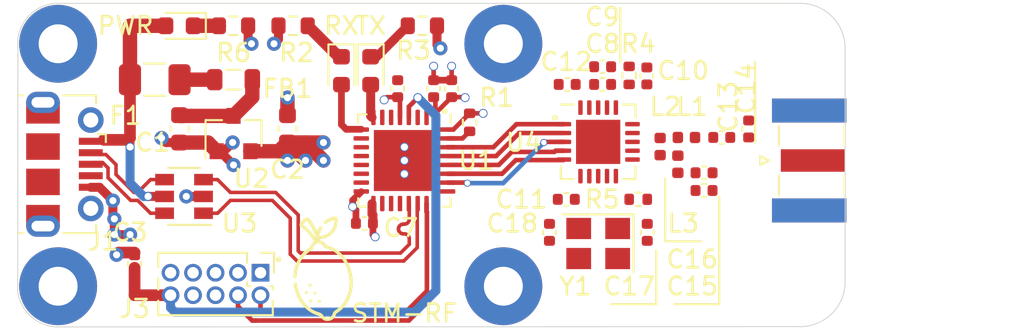
<source format=kicad_pcb>
(kicad_pcb (version 20171130) (host pcbnew "(5.1.12)-1")

  (general
    (thickness 1.6)
    (drawings 25)
    (tracks 235)
    (zones 0)
    (modules 45)
    (nets 52)
  )

  (page A4)
  (layers
    (0 F.Cu signal)
    (1 In1.Cu signal)
    (2 In2.Cu signal)
    (31 B.Cu signal)
    (32 B.Adhes user hide)
    (33 F.Adhes user hide)
    (34 B.Paste user hide)
    (35 F.Paste user hide)
    (36 B.SilkS user hide)
    (37 F.SilkS user)
    (38 B.Mask user hide)
    (39 F.Mask user hide)
    (40 Dwgs.User user hide)
    (41 Cmts.User user hide)
    (42 Eco1.User user hide)
    (43 Eco2.User user hide)
    (44 Edge.Cuts user)
    (45 Margin user hide)
    (46 B.CrtYd user hide)
    (47 F.CrtYd user)
    (48 B.Fab user hide)
    (49 F.Fab user hide)
  )

  (setup
    (last_trace_width 0.261112)
    (user_trace_width 0.261112)
    (user_trace_width 0.381)
    (user_trace_width 0.508)
    (user_trace_width 0.6604)
    (user_trace_width 0.8128)
    (trace_clearance 0.2)
    (zone_clearance 0.508)
    (zone_45_only no)
    (trace_min 0.2)
    (via_size 0.8)
    (via_drill 0.4)
    (via_min_size 0.4)
    (via_min_drill 0.3)
    (user_via 0.4 0.3)
    (user_via 0.5 0.4)
    (uvia_size 0.3)
    (uvia_drill 0.1)
    (uvias_allowed no)
    (uvia_min_size 0.2)
    (uvia_min_drill 0.1)
    (edge_width 0.05)
    (segment_width 0.2)
    (pcb_text_width 0.3)
    (pcb_text_size 1.5 1.5)
    (mod_edge_width 0.12)
    (mod_text_size 1 1)
    (mod_text_width 0.15)
    (pad_size 0.9 0.95)
    (pad_drill 0)
    (pad_to_mask_clearance 0)
    (aux_axis_origin 0 0)
    (visible_elements 7FFFF7FF)
    (pcbplotparams
      (layerselection 0x010fc_ffffffff)
      (usegerberextensions false)
      (usegerberattributes true)
      (usegerberadvancedattributes true)
      (creategerberjobfile true)
      (excludeedgelayer true)
      (linewidth 0.100000)
      (plotframeref false)
      (viasonmask false)
      (mode 1)
      (useauxorigin false)
      (hpglpennumber 1)
      (hpglpenspeed 20)
      (hpglpendiameter 15.000000)
      (psnegative false)
      (psa4output false)
      (plotreference true)
      (plotvalue true)
      (plotinvisibletext false)
      (padsonsilk false)
      (subtractmaskfromsilk false)
      (outputformat 1)
      (mirror false)
      (drillshape 1)
      (scaleselection 1)
      (outputdirectory ""))
  )

  (net 0 "")
  (net 1 GND)
  (net 2 "Net-(C1-Pad1)")
  (net 3 +3V3)
  (net 4 NRST)
  (net 5 "Net-(C12-Pad1)")
  (net 6 "Net-(C13-Pad2)")
  (net 7 "Net-(C13-Pad1)")
  (net 8 NRF_VDD_PA)
  (net 9 NRF_XC1)
  (net 10 NRF_XC2)
  (net 11 "Net-(D1-Pad2)")
  (net 12 "Net-(D1-Pad1)")
  (net 13 "Net-(D2-Pad2)")
  (net 14 "Net-(D2-Pad1)")
  (net 15 "Net-(F1-Pad2)")
  (net 16 +5V)
  (net 17 "Net-(J1-Pad6)")
  (net 18 USB_CONN_D+)
  (net 19 "Net-(J1-Pad4)")
  (net 20 USB_CONN_D-)
  (net 21 "Net-(J3-Pad8)")
  (net 22 "Net-(J3-Pad7)")
  (net 23 "Net-(J3-Pad6)")
  (net 24 SWCLK)
  (net 25 SWDIO)
  (net 26 NRF_ANT2)
  (net 27 NRF_ANT1)
  (net 28 "Net-(R1-Pad1)")
  (net 29 "Net-(R4-Pad1)")
  (net 30 NRF_CE)
  (net 31 SPI3_CSN)
  (net 32 SPI3_MOSI)
  (net 33 SPI3_MISO)
  (net 34 SPI3_SCK)
  (net 35 NRF_IRQ)
  (net 36 USB_D+)
  (net 37 USB_D-)
  (net 38 "Net-(U1-Pad20)")
  (net 39 "Net-(U1-Pad19)")
  (net 40 "Net-(U1-Pad18)")
  (net 41 "Net-(U1-Pad15)")
  (net 42 "Net-(U1-Pad14)")
  (net 43 "Net-(U1-Pad13)")
  (net 44 "Net-(U1-Pad12)")
  (net 45 "Net-(U1-Pad11)")
  (net 46 "Net-(U1-Pad10)")
  (net 47 "Net-(U1-Pad7)")
  (net 48 "Net-(U1-Pad6)")
  (net 49 "Net-(U1-Pad3)")
  (net 50 "Net-(U1-Pad2)")
  (net 51 "Net-(D3-Pad1)")

  (net_class Default "This is the default net class."
    (clearance 0.2)
    (trace_width 0.25)
    (via_dia 0.8)
    (via_drill 0.4)
    (uvia_dia 0.3)
    (uvia_drill 0.1)
    (add_net +3V3)
    (add_net +5V)
    (add_net GND)
    (add_net NRF_ANT1)
    (add_net NRF_ANT2)
    (add_net NRF_CE)
    (add_net NRF_IRQ)
    (add_net NRF_VDD_PA)
    (add_net NRF_XC1)
    (add_net NRF_XC2)
    (add_net NRST)
    (add_net "Net-(C1-Pad1)")
    (add_net "Net-(C12-Pad1)")
    (add_net "Net-(C13-Pad1)")
    (add_net "Net-(C13-Pad2)")
    (add_net "Net-(D1-Pad1)")
    (add_net "Net-(D1-Pad2)")
    (add_net "Net-(D2-Pad1)")
    (add_net "Net-(D2-Pad2)")
    (add_net "Net-(D3-Pad1)")
    (add_net "Net-(F1-Pad2)")
    (add_net "Net-(J1-Pad4)")
    (add_net "Net-(J1-Pad6)")
    (add_net "Net-(J3-Pad6)")
    (add_net "Net-(J3-Pad7)")
    (add_net "Net-(J3-Pad8)")
    (add_net "Net-(R1-Pad1)")
    (add_net "Net-(R4-Pad1)")
    (add_net "Net-(U1-Pad10)")
    (add_net "Net-(U1-Pad11)")
    (add_net "Net-(U1-Pad12)")
    (add_net "Net-(U1-Pad13)")
    (add_net "Net-(U1-Pad14)")
    (add_net "Net-(U1-Pad15)")
    (add_net "Net-(U1-Pad18)")
    (add_net "Net-(U1-Pad19)")
    (add_net "Net-(U1-Pad2)")
    (add_net "Net-(U1-Pad20)")
    (add_net "Net-(U1-Pad3)")
    (add_net "Net-(U1-Pad6)")
    (add_net "Net-(U1-Pad7)")
    (add_net SPI3_CSN)
    (add_net SPI3_MISO)
    (add_net SPI3_MOSI)
    (add_net SPI3_SCK)
    (add_net SWCLK)
    (add_net SWDIO)
    (add_net USB_CONN_D+)
    (add_net USB_CONN_D-)
    (add_net USB_D+)
    (add_net USB_D-)
  )

  (module Package_DFN_QFN:QFN-32-1EP_5x5mm_P0.5mm_EP3.45x3.45mm (layer F.Cu) (tedit 5DC5F6A4) (tstamp 61DEB0C8)
    (at 138.176 81.788 270)
    (descr "QFN, 32 Pin (http://www.analog.com/media/en/package-pcb-resources/package/pkg_pdf/ltc-legacy-qfn/QFN_32_05-08-1693.pdf), generated with kicad-footprint-generator ipc_noLead_generator.py")
    (tags "QFN NoLead")
    (path /61DCE97F)
    (attr smd)
    (fp_text reference U1 (at 0 -4.064 180) (layer F.SilkS)
      (effects (font (size 1 1) (thickness 0.15)))
    )
    (fp_text value STM32L432KBUx (at 0 3.82 90) (layer F.Fab)
      (effects (font (size 1 1) (thickness 0.15)))
    )
    (fp_line (start 3.12 -3.12) (end -3.12 -3.12) (layer F.CrtYd) (width 0.05))
    (fp_line (start 3.12 3.12) (end 3.12 -3.12) (layer F.CrtYd) (width 0.05))
    (fp_line (start -3.12 3.12) (end 3.12 3.12) (layer F.CrtYd) (width 0.05))
    (fp_line (start -3.12 -3.12) (end -3.12 3.12) (layer F.CrtYd) (width 0.05))
    (fp_line (start -2.5 -1.5) (end -1.5 -2.5) (layer F.Fab) (width 0.1))
    (fp_line (start -2.5 2.5) (end -2.5 -1.5) (layer F.Fab) (width 0.1))
    (fp_line (start 2.5 2.5) (end -2.5 2.5) (layer F.Fab) (width 0.1))
    (fp_line (start 2.5 -2.5) (end 2.5 2.5) (layer F.Fab) (width 0.1))
    (fp_line (start -1.5 -2.5) (end 2.5 -2.5) (layer F.Fab) (width 0.1))
    (fp_line (start -2.135 -2.61) (end -2.61 -2.61) (layer F.SilkS) (width 0.12))
    (fp_line (start 2.61 2.61) (end 2.61 2.135) (layer F.SilkS) (width 0.12))
    (fp_line (start 2.135 2.61) (end 2.61 2.61) (layer F.SilkS) (width 0.12))
    (fp_line (start -2.61 2.61) (end -2.61 2.135) (layer F.SilkS) (width 0.12))
    (fp_line (start -2.135 2.61) (end -2.61 2.61) (layer F.SilkS) (width 0.12))
    (fp_line (start 2.61 -2.61) (end 2.61 -2.135) (layer F.SilkS) (width 0.12))
    (fp_line (start 2.135 -2.61) (end 2.61 -2.61) (layer F.SilkS) (width 0.12))
    (fp_text user %R (at 0 0 90) (layer F.Fab)
      (effects (font (size 1 1) (thickness 0.15)))
    )
    (pad "" smd roundrect (at 1.15 1.15 270) (size 0.93 0.93) (layers F.Paste) (roundrect_rratio 0.25))
    (pad "" smd roundrect (at 1.15 0 270) (size 0.93 0.93) (layers F.Paste) (roundrect_rratio 0.25))
    (pad "" smd roundrect (at 1.15 -1.15 270) (size 0.93 0.93) (layers F.Paste) (roundrect_rratio 0.25))
    (pad "" smd roundrect (at 0 1.15 270) (size 0.93 0.93) (layers F.Paste) (roundrect_rratio 0.25))
    (pad "" smd roundrect (at 0 0 270) (size 0.93 0.93) (layers F.Paste) (roundrect_rratio 0.25))
    (pad "" smd roundrect (at 0 -1.15 270) (size 0.93 0.93) (layers F.Paste) (roundrect_rratio 0.25))
    (pad "" smd roundrect (at -1.15 1.15 270) (size 0.93 0.93) (layers F.Paste) (roundrect_rratio 0.25))
    (pad "" smd roundrect (at -1.15 0 270) (size 0.93 0.93) (layers F.Paste) (roundrect_rratio 0.25))
    (pad "" smd roundrect (at -1.15 -1.15 270) (size 0.93 0.93) (layers F.Paste) (roundrect_rratio 0.25))
    (pad 33 smd rect (at 0 0 270) (size 3.45 3.45) (layers F.Cu F.Mask)
      (net 1 GND))
    (pad 32 smd roundrect (at -1.75 -2.4375 270) (size 0.25 0.875) (layers F.Cu F.Paste F.Mask) (roundrect_rratio 0.25)
      (net 1 GND))
    (pad 31 smd roundrect (at -1.25 -2.4375 270) (size 0.25 0.875) (layers F.Cu F.Paste F.Mask) (roundrect_rratio 0.25)
      (net 28 "Net-(R1-Pad1)"))
    (pad 30 smd roundrect (at -0.75 -2.4375 270) (size 0.25 0.875) (layers F.Cu F.Paste F.Mask) (roundrect_rratio 0.25)
      (net 30 NRF_CE))
    (pad 29 smd roundrect (at -0.25 -2.4375 270) (size 0.25 0.875) (layers F.Cu F.Paste F.Mask) (roundrect_rratio 0.25)
      (net 31 SPI3_CSN))
    (pad 28 smd roundrect (at 0.25 -2.4375 270) (size 0.25 0.875) (layers F.Cu F.Paste F.Mask) (roundrect_rratio 0.25)
      (net 32 SPI3_MOSI))
    (pad 27 smd roundrect (at 0.75 -2.4375 270) (size 0.25 0.875) (layers F.Cu F.Paste F.Mask) (roundrect_rratio 0.25)
      (net 33 SPI3_MISO))
    (pad 26 smd roundrect (at 1.25 -2.4375 270) (size 0.25 0.875) (layers F.Cu F.Paste F.Mask) (roundrect_rratio 0.25)
      (net 34 SPI3_SCK))
    (pad 25 smd roundrect (at 1.75 -2.4375 270) (size 0.25 0.875) (layers F.Cu F.Paste F.Mask) (roundrect_rratio 0.25)
      (net 35 NRF_IRQ))
    (pad 24 smd roundrect (at 2.4375 -1.75 270) (size 0.875 0.25) (layers F.Cu F.Paste F.Mask) (roundrect_rratio 0.25)
      (net 24 SWCLK))
    (pad 23 smd roundrect (at 2.4375 -1.25 270) (size 0.875 0.25) (layers F.Cu F.Paste F.Mask) (roundrect_rratio 0.25)
      (net 25 SWDIO))
    (pad 22 smd roundrect (at 2.4375 -0.75 270) (size 0.875 0.25) (layers F.Cu F.Paste F.Mask) (roundrect_rratio 0.25)
      (net 36 USB_D+))
    (pad 21 smd roundrect (at 2.4375 -0.25 270) (size 0.875 0.25) (layers F.Cu F.Paste F.Mask) (roundrect_rratio 0.25)
      (net 37 USB_D-))
    (pad 20 smd roundrect (at 2.4375 0.25 270) (size 0.875 0.25) (layers F.Cu F.Paste F.Mask) (roundrect_rratio 0.25)
      (net 38 "Net-(U1-Pad20)"))
    (pad 19 smd roundrect (at 2.4375 0.75 270) (size 0.875 0.25) (layers F.Cu F.Paste F.Mask) (roundrect_rratio 0.25)
      (net 39 "Net-(U1-Pad19)"))
    (pad 18 smd roundrect (at 2.4375 1.25 270) (size 0.875 0.25) (layers F.Cu F.Paste F.Mask) (roundrect_rratio 0.25)
      (net 40 "Net-(U1-Pad18)"))
    (pad 17 smd roundrect (at 2.4375 1.75 270) (size 0.875 0.25) (layers F.Cu F.Paste F.Mask) (roundrect_rratio 0.25)
      (net 3 +3V3))
    (pad 16 smd roundrect (at 1.75 2.4375 270) (size 0.25 0.875) (layers F.Cu F.Paste F.Mask) (roundrect_rratio 0.25)
      (net 1 GND))
    (pad 15 smd roundrect (at 1.25 2.4375 270) (size 0.25 0.875) (layers F.Cu F.Paste F.Mask) (roundrect_rratio 0.25)
      (net 41 "Net-(U1-Pad15)"))
    (pad 14 smd roundrect (at 0.75 2.4375 270) (size 0.25 0.875) (layers F.Cu F.Paste F.Mask) (roundrect_rratio 0.25)
      (net 42 "Net-(U1-Pad14)"))
    (pad 13 smd roundrect (at 0.25 2.4375 270) (size 0.25 0.875) (layers F.Cu F.Paste F.Mask) (roundrect_rratio 0.25)
      (net 43 "Net-(U1-Pad13)"))
    (pad 12 smd roundrect (at -0.25 2.4375 270) (size 0.25 0.875) (layers F.Cu F.Paste F.Mask) (roundrect_rratio 0.25)
      (net 44 "Net-(U1-Pad12)"))
    (pad 11 smd roundrect (at -0.75 2.4375 270) (size 0.25 0.875) (layers F.Cu F.Paste F.Mask) (roundrect_rratio 0.25)
      (net 45 "Net-(U1-Pad11)"))
    (pad 10 smd roundrect (at -1.25 2.4375 270) (size 0.25 0.875) (layers F.Cu F.Paste F.Mask) (roundrect_rratio 0.25)
      (net 46 "Net-(U1-Pad10)"))
    (pad 9 smd roundrect (at -1.75 2.4375 270) (size 0.25 0.875) (layers F.Cu F.Paste F.Mask) (roundrect_rratio 0.25)
      (net 11 "Net-(D1-Pad2)"))
    (pad 8 smd roundrect (at -2.4375 1.75 270) (size 0.875 0.25) (layers F.Cu F.Paste F.Mask) (roundrect_rratio 0.25)
      (net 13 "Net-(D2-Pad2)"))
    (pad 7 smd roundrect (at -2.4375 1.25 270) (size 0.875 0.25) (layers F.Cu F.Paste F.Mask) (roundrect_rratio 0.25)
      (net 47 "Net-(U1-Pad7)"))
    (pad 6 smd roundrect (at -2.4375 0.75 270) (size 0.875 0.25) (layers F.Cu F.Paste F.Mask) (roundrect_rratio 0.25)
      (net 48 "Net-(U1-Pad6)"))
    (pad 5 smd roundrect (at -2.4375 0.25 270) (size 0.875 0.25) (layers F.Cu F.Paste F.Mask) (roundrect_rratio 0.25)
      (net 3 +3V3))
    (pad 4 smd roundrect (at -2.4375 -0.25 270) (size 0.875 0.25) (layers F.Cu F.Paste F.Mask) (roundrect_rratio 0.25)
      (net 4 NRST))
    (pad 3 smd roundrect (at -2.4375 -0.75 270) (size 0.875 0.25) (layers F.Cu F.Paste F.Mask) (roundrect_rratio 0.25)
      (net 49 "Net-(U1-Pad3)"))
    (pad 2 smd roundrect (at -2.4375 -1.25 270) (size 0.875 0.25) (layers F.Cu F.Paste F.Mask) (roundrect_rratio 0.25)
      (net 50 "Net-(U1-Pad2)"))
    (pad 1 smd roundrect (at -2.4375 -1.75 270) (size 0.875 0.25) (layers F.Cu F.Paste F.Mask) (roundrect_rratio 0.25)
      (net 3 +3V3))
    (model ${KISYS3DMOD}/Package_DFN_QFN.3dshapes/QFN-32-1EP_5x5mm_P0.5mm_EP3.45x3.45mm.wrl
      (at (xyz 0 0 0))
      (scale (xyz 1 1 1))
      (rotate (xyz 0 0 0))
    )
  )

  (module Logos:lemon_logo (layer F.Cu) (tedit 0) (tstamp 61EDC95D)
    (at 133.604 87.884)
    (fp_text reference G*** (at 0 0) (layer F.Fab) hide
      (effects (font (size 1.524 1.524) (thickness 0.3)))
    )
    (fp_text value LOGO (at 0.75 0) (layer F.Fab) hide
      (effects (font (size 1.524 1.524) (thickness 0.3)))
    )
    (fp_poly (pts (xy 0.709965 -2.921785) (xy 0.757147 -2.892966) (xy 0.791291 -2.850884) (xy 0.791931 -2.849663)
      (xy 0.800658 -2.828775) (xy 0.805654 -2.804024) (xy 0.807312 -2.770073) (xy 0.806027 -2.721586)
      (xy 0.804082 -2.68463) (xy 0.785012 -2.518323) (xy 0.748021 -2.363058) (xy 0.693728 -2.22014)
      (xy 0.622754 -2.090876) (xy 0.535718 -1.976573) (xy 0.43324 -1.878539) (xy 0.414753 -1.863912)
      (xy 0.32429 -1.804258) (xy 0.218151 -1.750648) (xy 0.103525 -1.705908) (xy -0.012397 -1.672863)
      (xy -0.11725 -1.654867) (xy -0.165047 -1.648234) (xy -0.193095 -1.639626) (xy -0.204734 -1.627265)
      (xy -0.203307 -1.609375) (xy -0.203232 -1.609146) (xy -0.186572 -1.591233) (xy -0.149916 -1.573361)
      (xy -0.131454 -1.566977) (xy -0.065081 -1.539881) (xy -0.003488 -1.501013) (xy 0.056939 -1.447439)
      (xy 0.119816 -1.376224) (xy 0.14786 -1.340302) (xy 0.186567 -1.307156) (xy 0.222906 -1.292408)
      (xy 0.406391 -1.232208) (xy 0.581886 -1.150919) (xy 0.748284 -1.049492) (xy 0.904479 -0.92888)
      (xy 1.049364 -0.790034) (xy 1.181833 -0.633907) (xy 1.300778 -0.46145) (xy 1.403367 -0.277091)
      (xy 1.495504 -0.066194) (xy 1.567276 0.153749) (xy 1.618132 0.37998) (xy 1.647516 0.609743)
      (xy 1.654876 0.840279) (xy 1.650286 0.9525) (xy 1.642258 1.056379) (xy 1.632192 1.14588)
      (xy 1.618771 1.229704) (xy 1.600674 1.316553) (xy 1.585548 1.379681) (xy 1.524137 1.582713)
      (xy 1.444215 1.774106) (xy 1.346583 1.952686) (xy 1.232041 2.117281) (xy 1.10139 2.266715)
      (xy 0.955431 2.399815) (xy 0.823479 2.496879) (xy 0.775545 2.529322) (xy 0.74327 2.553481)
      (xy 0.722731 2.573306) (xy 0.710004 2.592749) (xy 0.701165 2.615758) (xy 0.699294 2.621886)
      (xy 0.658267 2.723289) (xy 0.600978 2.809623) (xy 0.529206 2.879549) (xy 0.444726 2.93173)
      (xy 0.349316 2.964829) (xy 0.244752 2.977507) (xy 0.226807 2.977545) (xy 0.179851 2.975726)
      (xy 0.137372 2.972118) (xy 0.109682 2.967725) (xy 0.026605 2.936373) (xy -0.053273 2.886461)
      (xy -0.123948 2.82235) (xy -0.168508 2.765765) (xy -0.185479 2.740775) (xy -0.20079 2.721948)
      (xy -0.21843 2.707061) (xy -0.242388 2.693893) (xy -0.276653 2.68022) (xy -0.325214 2.66382)
      (xy -0.386773 2.64415) (xy -0.54927 2.580913) (xy -0.707873 2.496403) (xy -0.860509 2.392366)
      (xy -1.005105 2.270549) (xy -1.139589 2.132697) (xy -1.261886 1.980557) (xy -1.369695 1.816263)
      (xy -1.4757 1.61508) (xy -1.56225 1.405681) (xy -1.628184 1.191329) (xy -1.672336 0.975291)
      (xy -1.67444 0.961159) (xy -1.680862 0.912578) (xy -1.682829 0.880583) (xy -1.680097 0.859054)
      (xy -1.672423 0.841873) (xy -1.6695 0.837229) (xy -1.639814 0.809494) (xy -1.602394 0.797912)
      (xy -1.564219 0.802346) (xy -1.532267 0.822664) (xy -1.520105 0.840099) (xy -1.510778 0.866633)
      (xy -1.500612 0.907922) (xy -1.491573 0.955801) (xy -1.490284 0.964045) (xy -1.45226 1.150354)
      (xy -1.395416 1.336259) (xy -1.321582 1.518083) (xy -1.232588 1.692153) (xy -1.130263 1.854791)
      (xy -1.016437 2.002324) (xy -0.92419 2.101272) (xy -0.802186 2.211724) (xy -0.678696 2.303347)
      (xy -0.548131 2.37952) (xy -0.404905 2.443627) (xy -0.292302 2.483725) (xy -0.216721 2.509548)
      (xy -0.159264 2.532878) (xy -0.115565 2.556442) (xy -0.081253 2.582967) (xy -0.051962 2.615183)
      (xy -0.027933 2.648799) (xy 0.026191 2.716045) (xy 0.086109 2.761908) (xy 0.154364 2.787866)
      (xy 0.224364 2.795426) (xy 0.308575 2.785813) (xy 0.384546 2.756644) (xy 0.446086 2.711586)
      (xy 0.467585 2.687959) (xy 0.486111 2.65987) (xy 0.504313 2.622222) (xy 0.524843 2.569915)
      (xy 0.536416 2.53778) (xy 0.55413 2.495135) (xy 0.576217 2.459867) (xy 0.606867 2.427461)
      (xy 0.650271 2.393399) (xy 0.703502 2.357726) (xy 0.808522 2.285692) (xy 0.898394 2.213374)
      (xy 0.980328 2.134713) (xy 1.019991 2.091762) (xy 1.138336 1.941974) (xy 1.239201 1.778666)
      (xy 1.322385 1.603635) (xy 1.387687 1.418679) (xy 1.434908 1.225595) (xy 1.463847 1.02618)
      (xy 1.474304 0.82223) (xy 1.466077 0.615543) (xy 1.438966 0.407916) (xy 1.392772 0.201146)
      (xy 1.327293 -0.00297) (xy 1.269425 -0.144319) (xy 1.197404 -0.285438) (xy 1.108608 -0.427394)
      (xy 1.007979 -0.56317) (xy 0.900457 -0.685751) (xy 0.858614 -0.72761) (xy 0.730337 -0.840379)
      (xy 0.599101 -0.933685) (xy 0.459426 -1.010806) (xy 0.305835 -1.075023) (xy 0.241087 -1.097243)
      (xy 0.169446 -1.121088) (xy 0.116132 -1.140652) (xy 0.077275 -1.158016) (xy 0.049005 -1.175261)
      (xy 0.02745 -1.194467) (xy 0.008742 -1.217717) (xy 0.003739 -1.224867) (xy -0.041165 -1.286096)
      (xy -0.081164 -1.33037) (xy -0.120561 -1.361913) (xy -0.15578 -1.381399) (xy -0.230165 -1.404172)
      (xy -0.308323 -1.407251) (xy -0.384735 -1.391487) (xy -0.453886 -1.357733) (xy -0.488826 -1.329934)
      (xy -0.518082 -1.297274) (xy -0.542556 -1.25734) (xy -0.565681 -1.203959) (xy -0.578073 -1.169538)
      (xy -0.597052 -1.121442) (xy -0.6195 -1.082281) (xy -0.649533 -1.047438) (xy -0.691262 -1.012295)
      (xy -0.748801 -0.972232) (xy -0.760811 -0.964366) (xy -0.91241 -0.852132) (xy -1.048411 -0.723298)
      (xy -1.168315 -0.578735) (xy -1.271626 -0.419313) (xy -1.357844 -0.245902) (xy -1.426471 -0.059374)
      (xy -1.477009 0.139403) (xy -1.508006 0.34059) (xy -1.515284 0.401389) (xy -1.523079 0.455724)
      (xy -1.530573 0.498553) (xy -1.536952 0.524834) (xy -1.538414 0.528516) (xy -1.562694 0.554409)
      (xy -1.598639 0.566762) (xy -1.63861 0.564706) (xy -1.674968 0.54737) (xy -1.678469 0.544449)
      (xy -1.687614 0.534381) (xy -1.69338 0.5206) (xy -1.696177 0.498714) (xy -1.696418 0.464332)
      (xy -1.694514 0.413065) (xy -1.69324 0.386772) (xy -1.672074 0.186713) (xy -1.629337 -0.013263)
      (xy -1.566326 -0.209877) (xy -1.484339 -0.399851) (xy -1.384674 -0.57991) (xy -1.268629 -0.746774)
      (xy -1.221331 -0.805068) (xy -1.149071 -0.885298) (xy -1.074518 -0.956719) (xy -0.991296 -1.024964)
      (xy -0.893033 -1.095662) (xy -0.890315 -1.097519) (xy -0.831063 -1.140131) (xy -0.790398 -1.17472)
      (xy -0.766095 -1.20327) (xy -0.760674 -1.212974) (xy -0.727295 -1.283286) (xy -0.700889 -1.336372)
      (xy -0.679061 -1.376112) (xy -0.659414 -1.406384) (xy -0.639554 -1.431068) (xy -0.617086 -1.454044)
      (xy -0.604693 -1.465583) (xy -0.542256 -1.522648) (xy -0.60089 -1.621917) (xy -0.673327 -1.734192)
      (xy -0.757746 -1.847535) (xy -0.850296 -1.957693) (xy -0.947127 -2.060413) (xy -1.044388 -2.151444)
      (xy -1.13823 -2.226531) (xy -1.165556 -2.245591) (xy -1.21221 -2.278602) (xy -1.258268 -2.314032)
      (xy -1.295189 -2.345251) (xy -1.301207 -2.350868) (xy -1.329387 -2.379634) (xy -1.344233 -2.402537)
      (xy -1.349963 -2.428719) (xy -1.350818 -2.458422) (xy -1.350018 -2.470944) (xy -1.16599 -2.470944)
      (xy -1.156977 -2.462198) (xy -1.133384 -2.444878) (xy -1.100213 -2.422648) (xy -1.098388 -2.42147)
      (xy -0.986962 -2.34117) (xy -0.872853 -2.2433) (xy -0.760235 -2.132339) (xy -0.653281 -2.012768)
      (xy -0.556164 -1.889064) (xy -0.473056 -1.76571) (xy -0.447887 -1.72316) (xy -0.429143 -1.691192)
      (xy -0.415172 -1.669228) (xy -0.409655 -1.662546) (xy -0.411032 -1.672642) (xy -0.418092 -1.699378)
      (xy -0.429404 -1.737428) (xy -0.432152 -1.74625) (xy -0.490875 -1.91277) (xy -0.563819 -2.085587)
      (xy -0.64736 -2.256342) (xy -0.677528 -2.312431) (xy -0.70631 -2.362872) (xy -0.740874 -2.420687)
      (xy -0.778595 -2.48178) (xy -0.816851 -2.542055) (xy -0.853016 -2.597414) (xy -0.884468 -2.643762)
      (xy -0.908582 -2.677002) (xy -0.919211 -2.689777) (xy -0.927481 -2.694742) (xy -0.939049 -2.692422)
      (xy -0.956661 -2.680771) (xy -0.983064 -2.657746) (xy -1.021004 -2.621301) (xy -1.050734 -2.591857)
      (xy -1.092154 -2.550185) (xy -1.126966 -2.514382) (xy -1.15223 -2.487533) (xy -1.16501 -2.472718)
      (xy -1.16599 -2.470944) (xy -1.350018 -2.470944) (xy -1.348267 -2.498312) (xy -1.341783 -2.532109)
      (xy -1.337403 -2.543646) (xy -1.321661 -2.565825) (xy -1.292793 -2.599959) (xy -1.25452 -2.64221)
      (xy -1.210566 -2.688742) (xy -1.164652 -2.735719) (xy -1.120499 -2.779303) (xy -1.081829 -2.815659)
      (xy -1.052366 -2.84095) (xy -1.041385 -2.848782) (xy -0.988339 -2.869128) (xy -0.927098 -2.874429)
      (xy -0.867221 -2.864405) (xy -0.842818 -2.854596) (xy -0.810887 -2.830764) (xy -0.77105 -2.788292)
      (xy -0.724905 -2.729581) (xy -0.674051 -2.657036) (xy -0.620086 -2.573061) (xy -0.56461 -2.480057)
      (xy -0.50922 -2.380429) (xy -0.455516 -2.276579) (xy -0.447341 -2.260047) (xy -0.412373 -2.189959)
      (xy -0.385873 -2.139579) (xy -0.366932 -2.107513) (xy -0.354643 -2.092367) (xy -0.348097 -2.092748)
      (xy -0.346364 -2.105195) (xy -0.340965 -2.123929) (xy -0.326626 -2.15723) (xy -0.306129 -2.199775)
      (xy -0.282259 -2.24624) (xy -0.2578 -2.291298) (xy -0.235535 -2.329627) (xy -0.21825 -2.3559)
      (xy -0.211082 -2.363932) (xy -0.176468 -2.377121) (xy -0.138292 -2.372971) (xy -0.103249 -2.354831)
      (xy -0.078035 -2.32605) (xy -0.069273 -2.292996) (xy -0.074351 -2.270543) (xy -0.08799 -2.233839)
      (xy -0.107794 -2.188961) (xy -0.120656 -2.162585) (xy -0.155383 -2.086726) (xy -0.188649 -2.001417)
      (xy -0.216778 -1.916741) (xy -0.234499 -1.85016) (xy -0.235326 -1.836041) (xy -0.228272 -1.827543)
      (xy -0.210369 -1.824618) (xy -0.178652 -1.827214) (xy -0.130154 -1.835284) (xy -0.068685 -1.847393)
      (xy 0.040745 -1.87478) (xy 0.136455 -1.910787) (xy 0.227275 -1.959083) (xy 0.275663 -1.990381)
      (xy 0.368357 -2.0672) (xy 0.448774 -2.161775) (xy 0.51557 -2.271523) (xy 0.567404 -2.393862)
      (xy 0.602933 -2.526211) (xy 0.61992 -2.652569) (xy 0.622373 -2.696123) (xy 0.622844 -2.729215)
      (xy 0.621311 -2.746496) (xy 0.620317 -2.747819) (xy 0.603566 -2.74379) (xy 0.570926 -2.733076)
      (xy 0.52788 -2.71773) (xy 0.47991 -2.699808) (xy 0.432499 -2.681366) (xy 0.391131 -2.664458)
      (xy 0.361287 -2.651139) (xy 0.357909 -2.649459) (xy 0.323682 -2.630309) (xy 0.278874 -2.602933)
      (xy 0.231759 -2.572429) (xy 0.219508 -2.564177) (xy 0.159025 -2.527457) (xy 0.111002 -2.508874)
      (xy 0.073635 -2.508407) (xy 0.045121 -2.526032) (xy 0.023655 -2.561729) (xy 0.023631 -2.561788)
      (xy 0.016528 -2.594857) (xy 0.024976 -2.626855) (xy 0.050709 -2.660539) (xy 0.095459 -2.69867)
      (xy 0.121348 -2.717377) (xy 0.191461 -2.761735) (xy 0.271281 -2.80469) (xy 0.356104 -2.844356)
      (xy 0.44123 -2.878846) (xy 0.521956 -2.906275) (xy 0.593581 -2.924756) (xy 0.651403 -2.932403)
      (xy 0.657592 -2.932503) (xy 0.709965 -2.921785)) (layer F.SilkS) (width 0.01))
    (fp_poly (pts (xy -0.214562 1.790858) (xy -0.175519 1.811806) (xy -0.153672 1.844127) (xy -0.15039 1.882379)
      (xy -0.167045 1.921122) (xy -0.17843 1.934388) (xy -0.215405 1.957942) (xy -0.254837 1.96073)
      (xy -0.291218 1.942678) (xy -0.298169 1.936005) (xy -0.319991 1.899402) (xy -0.323165 1.861269)
      (xy -0.31057 1.826602) (xy -0.285082 1.800395) (xy -0.249579 1.787643) (xy -0.214562 1.790858)) (layer F.SilkS) (width 0.01))
    (fp_poly (pts (xy -0.693859 1.769242) (xy -0.65769 1.788656) (xy -0.638062 1.822649) (xy -0.635 1.847797)
      (xy -0.644429 1.887709) (xy -0.66887 1.9175) (xy -0.702554 1.934635) (xy -0.739714 1.936576)
      (xy -0.77458 1.920786) (xy -0.783078 1.912914) (xy -0.802413 1.879214) (xy -0.806416 1.841135)
      (xy -0.796787 1.805188) (xy -0.775225 1.777881) (xy -0.744682 1.765819) (xy -0.693859 1.769242)) (layer F.SilkS) (width 0.01))
    (fp_poly (pts (xy -0.446006 1.342252) (xy -0.418248 1.369108) (xy -0.404605 1.406497) (xy -0.404091 1.415936)
      (xy -0.413949 1.454399) (xy -0.439463 1.48257) (xy -0.474539 1.497919) (xy -0.513087 1.497915)
      (xy -0.549014 1.480028) (xy -0.552005 1.477368) (xy -0.572465 1.44409) (xy -0.576922 1.403535)
      (xy -0.565213 1.36523) (xy -0.554182 1.350818) (xy -0.519952 1.330513) (xy -0.4819 1.328522)
      (xy -0.446006 1.342252)) (layer F.SilkS) (width 0.01))
    (fp_poly (pts (xy -0.913735 1.303338) (xy -0.885268 1.329154) (xy -0.868109 1.36315) (xy -0.865909 1.379681)
      (xy -0.872904 1.406723) (xy -0.889734 1.43572) (xy -0.889838 1.435852) (xy -0.922128 1.459915)
      (xy -0.96262 1.466433) (xy -1.003568 1.454558) (xy -1.012112 1.449223) (xy -1.037831 1.418437)
      (xy -1.044882 1.378848) (xy -1.03399 1.340572) (xy -1.012398 1.310713) (xy -0.98289 1.296276)
      (xy -0.946621 1.29309) (xy -0.913735 1.303338)) (layer F.SilkS) (width 0.01))
    (fp_poly (pts (xy -0.719649 0.887457) (xy -0.68747 0.914042) (xy -0.670815 0.952072) (xy -0.669636 0.966127)
      (xy -0.67993 0.999563) (xy -0.706046 1.028822) (xy -0.740838 1.047367) (xy -0.762 1.050636)
      (xy -0.802522 1.039843) (xy -0.826025 1.022297) (xy -0.84865 0.986374) (xy -0.851731 0.948567)
      (xy -0.837642 0.914251) (xy -0.80876 0.888799) (xy -0.76746 0.877588) (xy -0.762 0.877454)
      (xy -0.719649 0.887457)) (layer F.SilkS) (width 0.01))
  )

  (module Connector_Coaxial:SMA_Samtec_SMA-J-P-X-ST-EM1_EdgeMount (layer F.Cu) (tedit 5DAA3454) (tstamp 61DEAFCA)
    (at 161.036 81.788 90)
    (descr "Connector SMA, 0Hz to 20GHz, 50Ohm, Edge Mount (http://suddendocs.samtec.com/prints/sma-j-p-x-st-em1-mkt.pdf)")
    (tags "SMA Straight Samtec Edge Mount")
    (path /61E929E0)
    (attr smd)
    (fp_text reference J2 (at -1.25 -3.05 180) (layer F.Fab)
      (effects (font (size 1 1) (thickness 0.15)))
    )
    (fp_text value SMA (at 0 13 90) (layer F.Fab)
      (effects (font (size 1 1) (thickness 0.15)))
    )
    (fp_line (start 0.84 -1.71) (end 1.95 -1.71) (layer F.SilkS) (width 0.12))
    (fp_line (start -1.95 -1.71) (end -0.84 -1.71) (layer F.SilkS) (width 0.12))
    (fp_line (start 0.84 2) (end 1.95 2) (layer F.SilkS) (width 0.12))
    (fp_line (start -1.95 2) (end -0.84 2) (layer F.SilkS) (width 0.12))
    (fp_line (start 3.68 2.6) (end 3.68 12.12) (layer B.CrtYd) (width 0.05))
    (fp_line (start 4 2.6) (end 3.68 2.6) (layer B.CrtYd) (width 0.05))
    (fp_line (start -3.68 12.12) (end -3.68 2.6) (layer B.CrtYd) (width 0.05))
    (fp_line (start -3.68 2.6) (end -4 2.6) (layer B.CrtYd) (width 0.05))
    (fp_line (start 3.68 2.6) (end 3.68 12.12) (layer F.CrtYd) (width 0.05))
    (fp_line (start 3.68 2.6) (end 4 2.6) (layer F.CrtYd) (width 0.05))
    (fp_line (start -3.68 12.12) (end -3.68 2.6) (layer F.CrtYd) (width 0.05))
    (fp_line (start -3.68 2.6) (end -4 2.6) (layer F.CrtYd) (width 0.05))
    (fp_line (start 4.1 2.1) (end -4.1 2.1) (layer Dwgs.User) (width 0.1))
    (fp_line (start -3.175 -1.71) (end -3.175 11.62) (layer F.Fab) (width 0.1))
    (fp_line (start -2.365 -1.71) (end -3.175 -1.71) (layer F.Fab) (width 0.1))
    (fp_line (start -2.365 2.1) (end -2.365 -1.71) (layer F.Fab) (width 0.1))
    (fp_line (start 2.365 2.1) (end -2.365 2.1) (layer F.Fab) (width 0.1))
    (fp_line (start 2.365 -1.71) (end 2.365 2.1) (layer F.Fab) (width 0.1))
    (fp_line (start 3.175 -1.71) (end 2.365 -1.71) (layer F.Fab) (width 0.1))
    (fp_line (start 3.175 -1.71) (end 3.175 11.62) (layer F.Fab) (width 0.1))
    (fp_line (start 3.165 11.62) (end -3.165 11.62) (layer F.Fab) (width 0.1))
    (fp_line (start -4 -2.6) (end 4 -2.6) (layer B.CrtYd) (width 0.05))
    (fp_line (start -4 2.6) (end -4 -2.6) (layer B.CrtYd) (width 0.05))
    (fp_line (start 3.68 12.12) (end -3.68 12.12) (layer B.CrtYd) (width 0.05))
    (fp_line (start 4 2.6) (end 4 -2.6) (layer B.CrtYd) (width 0.05))
    (fp_line (start -4 -2.6) (end 4 -2.6) (layer F.CrtYd) (width 0.05))
    (fp_line (start -4 2.6) (end -4 -2.6) (layer F.CrtYd) (width 0.05))
    (fp_line (start 3.68 12.12) (end -3.68 12.12) (layer F.CrtYd) (width 0.05))
    (fp_line (start 4 2.6) (end 4 -2.6) (layer F.CrtYd) (width 0.05))
    (fp_line (start 0.64 2.1) (end 0 3.1) (layer F.Fab) (width 0.1))
    (fp_line (start 0 3.1) (end -0.64 2.1) (layer F.Fab) (width 0.1))
    (fp_line (start 0 -2.26) (end 0.25 -2.76) (layer F.SilkS) (width 0.12))
    (fp_line (start 0.25 -2.76) (end -0.25 -2.76) (layer F.SilkS) (width 0.12))
    (fp_line (start -0.25 -2.76) (end 0 -2.26) (layer F.SilkS) (width 0.12))
    (fp_text user "Board Thickness: 1.57mm" (at 6 2 180) (layer F.Fab)
      (effects (font (size 1 1) (thickness 0.15)))
    )
    (fp_text user "PCB Edge" (at 0 2.6 90) (layer Dwgs.User)
      (effects (font (size 0.5 0.5) (thickness 0.1)))
    )
    (fp_text user %R (at 0 4.79 270) (layer F.Fab)
      (effects (font (size 1 1) (thickness 0.15)))
    )
    (pad 1 smd rect (at 0 0.2 90) (size 1.27 3.6) (layers F.Cu F.Paste F.Mask)
      (net 7 "Net-(C13-Pad1)"))
    (pad 2 smd rect (at 2.825 0 90) (size 1.35 4.2) (layers F.Cu F.Paste F.Mask)
      (net 1 GND))
    (pad 2 smd rect (at -2.825 0 90) (size 1.35 4.2) (layers F.Cu F.Paste F.Mask)
      (net 1 GND))
    (pad 2 smd rect (at 2.825 0 90) (size 1.35 4.2) (layers B.Cu B.Paste B.Mask)
      (net 1 GND))
    (pad 2 smd rect (at -2.825 0 90) (size 1.35 4.2) (layers B.Cu B.Paste B.Mask)
      (net 1 GND))
    (model ${KISYS3DMOD}/Connector_Coaxial.3dshapes/SMA_Samtec_SMA-J-P-X-ST-EM1_EdgeMount.wrl
      (at (xyz 0 0 0))
      (scale (xyz 1 1 1))
      (rotate (xyz 0 0 0))
    )
  )

  (module LED_SMD:LED_0603_1608Metric (layer F.Cu) (tedit 5F68FEF1) (tstamp 61ED066E)
    (at 125.476 74.168 180)
    (descr "LED SMD 0603 (1608 Metric), square (rectangular) end terminal, IPC_7351 nominal, (Body size source: http://www.tortai-tech.com/upload/download/2011102023233369053.pdf), generated with kicad-footprint-generator")
    (tags LED)
    (path /61EEF28E)
    (attr smd)
    (fp_text reference PWR (at 3.048 0) (layer F.SilkS)
      (effects (font (size 1 1) (thickness 0.15)))
    )
    (fp_text value RD (at 0 1.43) (layer F.Fab)
      (effects (font (size 1 1) (thickness 0.15)))
    )
    (fp_line (start 0.8 -0.4) (end -0.5 -0.4) (layer F.Fab) (width 0.1))
    (fp_line (start -0.5 -0.4) (end -0.8 -0.1) (layer F.Fab) (width 0.1))
    (fp_line (start -0.8 -0.1) (end -0.8 0.4) (layer F.Fab) (width 0.1))
    (fp_line (start -0.8 0.4) (end 0.8 0.4) (layer F.Fab) (width 0.1))
    (fp_line (start 0.8 0.4) (end 0.8 -0.4) (layer F.Fab) (width 0.1))
    (fp_line (start 0.8 -0.735) (end -1.485 -0.735) (layer F.SilkS) (width 0.12))
    (fp_line (start -1.485 -0.735) (end -1.485 0.735) (layer F.SilkS) (width 0.12))
    (fp_line (start -1.485 0.735) (end 0.8 0.735) (layer F.SilkS) (width 0.12))
    (fp_line (start -1.48 0.73) (end -1.48 -0.73) (layer F.CrtYd) (width 0.05))
    (fp_line (start -1.48 -0.73) (end 1.48 -0.73) (layer F.CrtYd) (width 0.05))
    (fp_line (start 1.48 -0.73) (end 1.48 0.73) (layer F.CrtYd) (width 0.05))
    (fp_line (start 1.48 0.73) (end -1.48 0.73) (layer F.CrtYd) (width 0.05))
    (fp_text user %R (at 0 0) (layer F.Fab)
      (effects (font (size 0.4 0.4) (thickness 0.06)))
    )
    (pad 2 smd roundrect (at 0.7875 0 180) (size 0.875 0.95) (layers F.Cu F.Paste F.Mask) (roundrect_rratio 0.25)
      (net 16 +5V))
    (pad 1 smd roundrect (at -0.7875 0 180) (size 0.875 0.95) (layers F.Cu F.Paste F.Mask) (roundrect_rratio 0.25)
      (net 51 "Net-(D3-Pad1)"))
    (model ${KISYS3DMOD}/LED_SMD.3dshapes/LED_0603_1608Metric.wrl
      (at (xyz 0 0 0))
      (scale (xyz 1 1 1))
      (rotate (xyz 0 0 0))
    )
  )

  (module Connector_PinHeader_1.27mm:PinHeader_2x05_P1.27mm_Vertical (layer F.Cu) (tedit 59FED6E3) (tstamp 61DFF1BD)
    (at 130.048 88.138 270)
    (descr "Through hole straight pin header, 2x05, 1.27mm pitch, double rows")
    (tags "Through hole pin header THT 2x05 1.27mm double row")
    (path /61E6E69A)
    (fp_text reference J3 (at 2.032 7.112 180) (layer F.SilkS)
      (effects (font (size 1 1) (thickness 0.15)))
    )
    (fp_text value "ARM 10 pin" (at 0.635 6.775 90) (layer F.Fab)
      (effects (font (size 1 1) (thickness 0.15)))
    )
    (fp_line (start 2.85 -1.15) (end -1.6 -1.15) (layer F.CrtYd) (width 0.05))
    (fp_line (start 2.85 6.25) (end 2.85 -1.15) (layer F.CrtYd) (width 0.05))
    (fp_line (start -1.6 6.25) (end 2.85 6.25) (layer F.CrtYd) (width 0.05))
    (fp_line (start -1.6 -1.15) (end -1.6 6.25) (layer F.CrtYd) (width 0.05))
    (fp_line (start -1.13 -0.76) (end 0 -0.76) (layer F.SilkS) (width 0.12))
    (fp_line (start -1.13 0) (end -1.13 -0.76) (layer F.SilkS) (width 0.12))
    (fp_line (start 1.57753 -0.695) (end 2.4 -0.695) (layer F.SilkS) (width 0.12))
    (fp_line (start 0.76 -0.695) (end 0.96247 -0.695) (layer F.SilkS) (width 0.12))
    (fp_line (start 0.76 -0.563471) (end 0.76 -0.695) (layer F.SilkS) (width 0.12))
    (fp_line (start 0.76 0.706529) (end 0.76 0.563471) (layer F.SilkS) (width 0.12))
    (fp_line (start 0.563471 0.76) (end 0.706529 0.76) (layer F.SilkS) (width 0.12))
    (fp_line (start -1.13 0.76) (end -0.563471 0.76) (layer F.SilkS) (width 0.12))
    (fp_line (start 2.4 -0.695) (end 2.4 5.775) (layer F.SilkS) (width 0.12))
    (fp_line (start -1.13 0.76) (end -1.13 5.775) (layer F.SilkS) (width 0.12))
    (fp_line (start 0.30753 5.775) (end 0.96247 5.775) (layer F.SilkS) (width 0.12))
    (fp_line (start 1.57753 5.775) (end 2.4 5.775) (layer F.SilkS) (width 0.12))
    (fp_line (start -1.13 5.775) (end -0.30753 5.775) (layer F.SilkS) (width 0.12))
    (fp_line (start -1.07 0.2175) (end -0.2175 -0.635) (layer F.Fab) (width 0.1))
    (fp_line (start -1.07 5.715) (end -1.07 0.2175) (layer F.Fab) (width 0.1))
    (fp_line (start 2.34 5.715) (end -1.07 5.715) (layer F.Fab) (width 0.1))
    (fp_line (start 2.34 -0.635) (end 2.34 5.715) (layer F.Fab) (width 0.1))
    (fp_line (start -0.2175 -0.635) (end 2.34 -0.635) (layer F.Fab) (width 0.1))
    (fp_text user %R (at 0.635 2.54) (layer F.Fab)
      (effects (font (size 1 1) (thickness 0.15)))
    )
    (pad 10 thru_hole oval (at 1.27 5.08 270) (size 1 1) (drill 0.65) (layers *.Cu *.Mask)
      (net 4 NRST))
    (pad 9 thru_hole oval (at 0 5.08 270) (size 1 1) (drill 0.65) (layers *.Cu *.Mask)
      (net 1 GND))
    (pad 8 thru_hole oval (at 1.27 3.81 270) (size 1 1) (drill 0.65) (layers *.Cu *.Mask)
      (net 21 "Net-(J3-Pad8)"))
    (pad 7 thru_hole oval (at 0 3.81 270) (size 1 1) (drill 0.65) (layers *.Cu *.Mask)
      (net 22 "Net-(J3-Pad7)"))
    (pad 6 thru_hole oval (at 1.27 2.54 270) (size 1 1) (drill 0.65) (layers *.Cu *.Mask)
      (net 23 "Net-(J3-Pad6)"))
    (pad 5 thru_hole oval (at 0 2.54 270) (size 1 1) (drill 0.65) (layers *.Cu *.Mask)
      (net 1 GND))
    (pad 4 thru_hole oval (at 1.27 1.27 270) (size 1 1) (drill 0.65) (layers *.Cu *.Mask)
      (net 24 SWCLK))
    (pad 3 thru_hole oval (at 0 1.27 270) (size 1 1) (drill 0.65) (layers *.Cu *.Mask)
      (net 1 GND))
    (pad 2 thru_hole oval (at 1.27 0 270) (size 1 1) (drill 0.65) (layers *.Cu *.Mask)
      (net 25 SWDIO))
    (pad 1 thru_hole rect (at 0 0 270) (size 1 1) (drill 0.65) (layers *.Cu *.Mask)
      (net 3 +3V3))
    (model ${KISYS3DMOD}/Connector_PinHeader_1.27mm.3dshapes/PinHeader_2x05_P1.27mm_Vertical.wrl
      (at (xyz 0 0 0))
      (scale (xyz 1 1 1))
      (rotate (xyz 0 0 0))
    )
  )

  (module MountingHole:MountingHole_2.2mm_M2_Pad (layer F.Cu) (tedit 56D1B4CB) (tstamp 61ED2721)
    (at 143.764 75.184)
    (descr "Mounting Hole 2.2mm, M2")
    (tags "mounting hole 2.2mm m2")
    (path /61ED1128)
    (attr virtual)
    (fp_text reference H4 (at 0 -3.2) (layer F.Fab)
      (effects (font (size 1 1) (thickness 0.15)))
    )
    (fp_text value MountingHole (at 0 3.2) (layer F.Fab)
      (effects (font (size 1 1) (thickness 0.15)))
    )
    (fp_circle (center 0 0) (end 2.2 0) (layer Cmts.User) (width 0.15))
    (fp_circle (center 0 0) (end 2.45 0) (layer F.CrtYd) (width 0.05))
    (fp_text user %R (at 0.3 0) (layer F.Fab)
      (effects (font (size 1 1) (thickness 0.15)))
    )
    (pad 1 thru_hole circle (at 0 0) (size 4.4 4.4) (drill 2.2) (layers *.Cu *.Mask))
  )

  (module MountingHole:MountingHole_2.2mm_M2_Pad (layer F.Cu) (tedit 56D1B4CB) (tstamp 61ED2719)
    (at 143.764 88.9)
    (descr "Mounting Hole 2.2mm, M2")
    (tags "mounting hole 2.2mm m2")
    (path /61ED0BB2)
    (attr virtual)
    (fp_text reference H3 (at 0 -3.2) (layer F.Fab)
      (effects (font (size 1 1) (thickness 0.15)))
    )
    (fp_text value MountingHole (at 0 3.2) (layer F.Fab)
      (effects (font (size 1 1) (thickness 0.15)))
    )
    (fp_circle (center 0 0) (end 2.2 0) (layer Cmts.User) (width 0.15))
    (fp_circle (center 0 0) (end 2.45 0) (layer F.CrtYd) (width 0.05))
    (fp_text user %R (at 0.3 0) (layer F.Fab)
      (effects (font (size 1 1) (thickness 0.15)))
    )
    (pad 1 thru_hole circle (at 0 0) (size 4.4 4.4) (drill 2.2) (layers *.Cu *.Mask))
  )

  (module MountingHole:MountingHole_2.2mm_M2_Pad (layer F.Cu) (tedit 56D1B4CB) (tstamp 61ED2711)
    (at 118.618 88.9)
    (descr "Mounting Hole 2.2mm, M2")
    (tags "mounting hole 2.2mm m2")
    (path /61ED0476)
    (attr virtual)
    (fp_text reference H2 (at 0 -3.2) (layer F.Fab)
      (effects (font (size 1 1) (thickness 0.15)))
    )
    (fp_text value MountingHole (at 0 3.2) (layer F.Fab)
      (effects (font (size 1 1) (thickness 0.15)))
    )
    (fp_circle (center 0 0) (end 2.2 0) (layer Cmts.User) (width 0.15))
    (fp_circle (center 0 0) (end 2.45 0) (layer F.CrtYd) (width 0.05))
    (fp_text user %R (at 0.3 0) (layer F.Fab)
      (effects (font (size 1 1) (thickness 0.15)))
    )
    (pad 1 thru_hole circle (at 0 0) (size 4.4 4.4) (drill 2.2) (layers *.Cu *.Mask))
  )

  (module MountingHole:MountingHole_2.2mm_M2_Pad (layer F.Cu) (tedit 56D1B4CB) (tstamp 61ED2709)
    (at 118.618 75.184)
    (descr "Mounting Hole 2.2mm, M2")
    (tags "mounting hole 2.2mm m2")
    (path /61ECFCEE)
    (attr virtual)
    (fp_text reference H1 (at 0 -3.2) (layer F.Fab)
      (effects (font (size 1 1) (thickness 0.15)))
    )
    (fp_text value MountingHole (at 0 3.2) (layer F.Fab)
      (effects (font (size 1 1) (thickness 0.15)))
    )
    (fp_circle (center 0 0) (end 2.2 0) (layer Cmts.User) (width 0.15))
    (fp_circle (center 0 0) (end 2.45 0) (layer F.CrtYd) (width 0.05))
    (fp_text user %R (at 0.3 0) (layer F.Fab)
      (effects (font (size 1 1) (thickness 0.15)))
    )
    (pad 1 thru_hole circle (at 0 0) (size 4.4 4.4) (drill 2.2) (layers *.Cu *.Mask))
  )

  (module Resistor_SMD:R_0603_1608Metric (layer F.Cu) (tedit 5F68FEEE) (tstamp 61ED08C5)
    (at 128.524 74.168 180)
    (descr "Resistor SMD 0603 (1608 Metric), square (rectangular) end terminal, IPC_7351 nominal, (Body size source: IPC-SM-782 page 72, https://www.pcb-3d.com/wordpress/wp-content/uploads/ipc-sm-782a_amendment_1_and_2.pdf), generated with kicad-footprint-generator")
    (tags resistor)
    (path /61EF03F4)
    (attr smd)
    (fp_text reference R6 (at 0 -1.524) (layer F.SilkS)
      (effects (font (size 1 1) (thickness 0.15)))
    )
    (fp_text value 2k2 (at 0 1.43) (layer F.Fab)
      (effects (font (size 1 1) (thickness 0.15)))
    )
    (fp_line (start -0.8 0.4125) (end -0.8 -0.4125) (layer F.Fab) (width 0.1))
    (fp_line (start -0.8 -0.4125) (end 0.8 -0.4125) (layer F.Fab) (width 0.1))
    (fp_line (start 0.8 -0.4125) (end 0.8 0.4125) (layer F.Fab) (width 0.1))
    (fp_line (start 0.8 0.4125) (end -0.8 0.4125) (layer F.Fab) (width 0.1))
    (fp_line (start -0.237258 -0.5225) (end 0.237258 -0.5225) (layer F.SilkS) (width 0.12))
    (fp_line (start -0.237258 0.5225) (end 0.237258 0.5225) (layer F.SilkS) (width 0.12))
    (fp_line (start -1.48 0.73) (end -1.48 -0.73) (layer F.CrtYd) (width 0.05))
    (fp_line (start -1.48 -0.73) (end 1.48 -0.73) (layer F.CrtYd) (width 0.05))
    (fp_line (start 1.48 -0.73) (end 1.48 0.73) (layer F.CrtYd) (width 0.05))
    (fp_line (start 1.48 0.73) (end -1.48 0.73) (layer F.CrtYd) (width 0.05))
    (fp_text user %R (at 0 0) (layer F.Fab)
      (effects (font (size 0.4 0.4) (thickness 0.06)))
    )
    (pad 2 smd roundrect (at 0.825 0 180) (size 0.8 0.95) (layers F.Cu F.Paste F.Mask) (roundrect_rratio 0.25)
      (net 51 "Net-(D3-Pad1)"))
    (pad 1 smd roundrect (at -0.825 0 180) (size 0.8 0.95) (layers F.Cu F.Paste F.Mask) (roundrect_rratio 0.25)
      (net 1 GND))
    (model ${KISYS3DMOD}/Resistor_SMD.3dshapes/R_0603_1608Metric.wrl
      (at (xyz 0 0 0))
      (scale (xyz 1 1 1))
      (rotate (xyz 0 0 0))
    )
  )

  (module Fuse:Fuse_1206_3216Metric (layer F.Cu) (tedit 5F68FEF1) (tstamp 61DEAF62)
    (at 124.076 77.216)
    (descr "Fuse SMD 1206 (3216 Metric), square (rectangular) end terminal, IPC_7351 nominal, (Body size source: http://www.tortai-tech.com/upload/download/2011102023233369053.pdf), generated with kicad-footprint-generator")
    (tags fuse)
    (path /61DE0CC5)
    (attr smd)
    (fp_text reference F1 (at -1.648 2.032) (layer F.SilkS)
      (effects (font (size 1 1) (thickness 0.15)))
    )
    (fp_text value 100mA (at 0 1.82) (layer F.Fab)
      (effects (font (size 1 1) (thickness 0.15)))
    )
    (fp_line (start 2.28 1.12) (end -2.28 1.12) (layer F.CrtYd) (width 0.05))
    (fp_line (start 2.28 -1.12) (end 2.28 1.12) (layer F.CrtYd) (width 0.05))
    (fp_line (start -2.28 -1.12) (end 2.28 -1.12) (layer F.CrtYd) (width 0.05))
    (fp_line (start -2.28 1.12) (end -2.28 -1.12) (layer F.CrtYd) (width 0.05))
    (fp_line (start -0.602064 0.91) (end 0.602064 0.91) (layer F.SilkS) (width 0.12))
    (fp_line (start -0.602064 -0.91) (end 0.602064 -0.91) (layer F.SilkS) (width 0.12))
    (fp_line (start 1.6 0.8) (end -1.6 0.8) (layer F.Fab) (width 0.1))
    (fp_line (start 1.6 -0.8) (end 1.6 0.8) (layer F.Fab) (width 0.1))
    (fp_line (start -1.6 -0.8) (end 1.6 -0.8) (layer F.Fab) (width 0.1))
    (fp_line (start -1.6 0.8) (end -1.6 -0.8) (layer F.Fab) (width 0.1))
    (fp_text user %R (at 0 0) (layer F.Fab)
      (effects (font (size 0.8 0.8) (thickness 0.12)))
    )
    (pad 2 smd roundrect (at 1.4 0) (size 1.25 1.75) (layers F.Cu F.Paste F.Mask) (roundrect_rratio 0.2)
      (net 15 "Net-(F1-Pad2)"))
    (pad 1 smd roundrect (at -1.4 0) (size 1.25 1.75) (layers F.Cu F.Paste F.Mask) (roundrect_rratio 0.2)
      (net 16 +5V))
    (model ${KISYS3DMOD}/Fuse.3dshapes/Fuse_1206_3216Metric.wrl
      (at (xyz 0 0 0))
      (scale (xyz 1 1 1))
      (rotate (xyz 0 0 0))
    )
  )

  (module Crystal:Crystal_SMD_3225-4Pin_3.2x2.5mm (layer F.Cu) (tedit 5A0FD1B2) (tstamp 61DFE0B1)
    (at 149.12 86.484 180)
    (descr "SMD Crystal SERIES SMD3225/4 http://www.txccrystal.com/images/pdf/7m-accuracy.pdf, 3.2x2.5mm^2 package")
    (tags "SMD SMT crystal")
    (path /6211FB6F)
    (attr smd)
    (fp_text reference Y1 (at 1.292 -2.416) (layer F.SilkS)
      (effects (font (size 1 1) (thickness 0.15)))
    )
    (fp_text value "16 MHz" (at 0 2.45) (layer F.Fab)
      (effects (font (size 1 1) (thickness 0.15)))
    )
    (fp_line (start 2.1 -1.7) (end -2.1 -1.7) (layer F.CrtYd) (width 0.05))
    (fp_line (start 2.1 1.7) (end 2.1 -1.7) (layer F.CrtYd) (width 0.05))
    (fp_line (start -2.1 1.7) (end 2.1 1.7) (layer F.CrtYd) (width 0.05))
    (fp_line (start -2.1 -1.7) (end -2.1 1.7) (layer F.CrtYd) (width 0.05))
    (fp_line (start -2 1.65) (end 2 1.65) (layer F.SilkS) (width 0.12))
    (fp_line (start -2 -1.65) (end -2 1.65) (layer F.SilkS) (width 0.12))
    (fp_line (start -1.6 0.25) (end -0.6 1.25) (layer F.Fab) (width 0.1))
    (fp_line (start 1.6 -1.25) (end -1.6 -1.25) (layer F.Fab) (width 0.1))
    (fp_line (start 1.6 1.25) (end 1.6 -1.25) (layer F.Fab) (width 0.1))
    (fp_line (start -1.6 1.25) (end 1.6 1.25) (layer F.Fab) (width 0.1))
    (fp_line (start -1.6 -1.25) (end -1.6 1.25) (layer F.Fab) (width 0.1))
    (fp_text user %R (at 0 0) (layer F.Fab)
      (effects (font (size 0.7 0.7) (thickness 0.105)))
    )
    (pad 4 smd rect (at -1.1 -0.85 180) (size 1.4 1.2) (layers F.Cu F.Paste F.Mask)
      (net 1 GND))
    (pad 3 smd rect (at 1.1 -0.85 180) (size 1.4 1.2) (layers F.Cu F.Paste F.Mask)
      (net 10 NRF_XC2))
    (pad 2 smd rect (at 1.1 0.85 180) (size 1.4 1.2) (layers F.Cu F.Paste F.Mask)
      (net 1 GND))
    (pad 1 smd rect (at -1.1 0.85 180) (size 1.4 1.2) (layers F.Cu F.Paste F.Mask)
      (net 9 NRF_XC1))
    (model ${KISYS3DMOD}/Crystal.3dshapes/Crystal_SMD_3225-4Pin_3.2x2.5mm.wrl
      (at (xyz 0 0 0))
      (scale (xyz 1 1 1))
      (rotate (xyz 0 0 0))
    )
  )

  (module Package_DFN_QFN:QFN-20-1EP_4x4mm_P0.5mm_EP2.5x2.5mm (layer F.Cu) (tedit 5DC5F6A3) (tstamp 61DEB121)
    (at 149.12 80.734)
    (descr "QFN, 20 Pin (http://ww1.microchip.com/downloads/en/PackagingSpec/00000049BQ.pdf#page=274), generated with kicad-footprint-generator ipc_noLead_generator.py")
    (tags "QFN NoLead")
    (path /61DE6A7F)
    (attr smd)
    (fp_text reference U4 (at -4.213 0.038) (layer F.SilkS)
      (effects (font (size 1 1) (thickness 0.15)))
    )
    (fp_text value nRF24L01P (at 7.62 5.08 180) (layer F.Fab)
      (effects (font (size 1 1) (thickness 0.15)))
    )
    (fp_line (start 2.6 -2.6) (end -2.6 -2.6) (layer F.CrtYd) (width 0.05))
    (fp_line (start 2.6 2.6) (end 2.6 -2.6) (layer F.CrtYd) (width 0.05))
    (fp_line (start -2.6 2.6) (end 2.6 2.6) (layer F.CrtYd) (width 0.05))
    (fp_line (start -2.6 -2.6) (end -2.6 2.6) (layer F.CrtYd) (width 0.05))
    (fp_line (start -2 -1) (end -1 -2) (layer F.Fab) (width 0.1))
    (fp_line (start -2 2) (end -2 -1) (layer F.Fab) (width 0.1))
    (fp_line (start 2 2) (end -2 2) (layer F.Fab) (width 0.1))
    (fp_line (start 2 -2) (end 2 2) (layer F.Fab) (width 0.1))
    (fp_line (start -1 -2) (end 2 -2) (layer F.Fab) (width 0.1))
    (fp_line (start -1.385 -2.11) (end -2.11 -2.11) (layer F.SilkS) (width 0.12))
    (fp_line (start 2.11 2.11) (end 2.11 1.385) (layer F.SilkS) (width 0.12))
    (fp_line (start 1.385 2.11) (end 2.11 2.11) (layer F.SilkS) (width 0.12))
    (fp_line (start -2.11 2.11) (end -2.11 1.385) (layer F.SilkS) (width 0.12))
    (fp_line (start -1.385 2.11) (end -2.11 2.11) (layer F.SilkS) (width 0.12))
    (fp_line (start 2.11 -2.11) (end 2.11 -1.385) (layer F.SilkS) (width 0.12))
    (fp_line (start 1.385 -2.11) (end 2.11 -2.11) (layer F.SilkS) (width 0.12))
    (pad "" smd roundrect (at 0.625 0.625) (size 1.01 1.01) (layers F.Paste) (roundrect_rratio 0.247525))
    (pad "" smd roundrect (at 0.625 -0.625) (size 1.01 1.01) (layers F.Paste) (roundrect_rratio 0.247525))
    (pad "" smd roundrect (at -0.625 0.625) (size 1.01 1.01) (layers F.Paste) (roundrect_rratio 0.247525))
    (pad "" smd roundrect (at -0.625 -0.625) (size 1.01 1.01) (layers F.Paste) (roundrect_rratio 0.247525))
    (pad 21 smd rect (at 0 0) (size 2.5 2.5) (layers F.Cu F.Mask))
    (pad 20 smd roundrect (at -1 -1.9375) (size 0.25 0.825) (layers F.Cu F.Paste F.Mask) (roundrect_rratio 0.25)
      (net 1 GND))
    (pad 19 smd roundrect (at -0.5 -1.9375) (size 0.25 0.825) (layers F.Cu F.Paste F.Mask) (roundrect_rratio 0.25)
      (net 5 "Net-(C12-Pad1)"))
    (pad 18 smd roundrect (at 0 -1.9375) (size 0.25 0.825) (layers F.Cu F.Paste F.Mask) (roundrect_rratio 0.25)
      (net 3 +3V3))
    (pad 17 smd roundrect (at 0.5 -1.9375) (size 0.25 0.825) (layers F.Cu F.Paste F.Mask) (roundrect_rratio 0.25)
      (net 1 GND))
    (pad 16 smd roundrect (at 1 -1.9375) (size 0.25 0.825) (layers F.Cu F.Paste F.Mask) (roundrect_rratio 0.25)
      (net 29 "Net-(R4-Pad1)"))
    (pad 15 smd roundrect (at 1.9375 -1) (size 0.825 0.25) (layers F.Cu F.Paste F.Mask) (roundrect_rratio 0.25)
      (net 3 +3V3))
    (pad 14 smd roundrect (at 1.9375 -0.5) (size 0.825 0.25) (layers F.Cu F.Paste F.Mask) (roundrect_rratio 0.25)
      (net 1 GND))
    (pad 13 smd roundrect (at 1.9375 0) (size 0.825 0.25) (layers F.Cu F.Paste F.Mask) (roundrect_rratio 0.25)
      (net 26 NRF_ANT2))
    (pad 12 smd roundrect (at 1.9375 0.5) (size 0.825 0.25) (layers F.Cu F.Paste F.Mask) (roundrect_rratio 0.25)
      (net 27 NRF_ANT1))
    (pad 11 smd roundrect (at 1.9375 1) (size 0.825 0.25) (layers F.Cu F.Paste F.Mask) (roundrect_rratio 0.25)
      (net 8 NRF_VDD_PA))
    (pad 10 smd roundrect (at 1 1.9375) (size 0.25 0.825) (layers F.Cu F.Paste F.Mask) (roundrect_rratio 0.25)
      (net 9 NRF_XC1))
    (pad 9 smd roundrect (at 0.5 1.9375) (size 0.25 0.825) (layers F.Cu F.Paste F.Mask) (roundrect_rratio 0.25)
      (net 10 NRF_XC2))
    (pad 8 smd roundrect (at 0 1.9375) (size 0.25 0.825) (layers F.Cu F.Paste F.Mask) (roundrect_rratio 0.25)
      (net 1 GND))
    (pad 7 smd roundrect (at -0.5 1.9375) (size 0.25 0.825) (layers F.Cu F.Paste F.Mask) (roundrect_rratio 0.25)
      (net 3 +3V3))
    (pad 6 smd roundrect (at -1 1.9375) (size 0.25 0.825) (layers F.Cu F.Paste F.Mask) (roundrect_rratio 0.25)
      (net 35 NRF_IRQ))
    (pad 5 smd roundrect (at -1.9375 1) (size 0.825 0.25) (layers F.Cu F.Paste F.Mask) (roundrect_rratio 0.25)
      (net 33 SPI3_MISO))
    (pad 4 smd roundrect (at -1.9375 0.5) (size 0.825 0.25) (layers F.Cu F.Paste F.Mask) (roundrect_rratio 0.25)
      (net 32 SPI3_MOSI))
    (pad 3 smd roundrect (at -1.9375 0) (size 0.825 0.25) (layers F.Cu F.Paste F.Mask) (roundrect_rratio 0.25)
      (net 34 SPI3_SCK))
    (pad 2 smd roundrect (at -1.9375 -0.5) (size 0.825 0.25) (layers F.Cu F.Paste F.Mask) (roundrect_rratio 0.25)
      (net 31 SPI3_CSN))
    (pad 1 smd roundrect (at -1.9375 -1) (size 0.825 0.25) (layers F.Cu F.Paste F.Mask) (roundrect_rratio 0.25)
      (net 30 NRF_CE))
    (model ${KISYS3DMOD}/Package_DFN_QFN.3dshapes/QFN-20-1EP_4x4mm_P0.5mm_EP2.5x2.5mm.wrl
      (at (xyz 0 0 0))
      (scale (xyz 1 1 1))
      (rotate (xyz 0 0 0))
    )
  )

  (module Package_TO_SOT_SMD:SOT-23-6 (layer F.Cu) (tedit 5A02FF57) (tstamp 61DEB0F3)
    (at 125.73 83.82 180)
    (descr "6-pin SOT-23 package")
    (tags SOT-23-6)
    (path /61E8ED7F)
    (attr smd)
    (fp_text reference U3 (at -3.132 -1.524) (layer F.SilkS)
      (effects (font (size 1 1) (thickness 0.15)))
    )
    (fp_text value USBLC6-2SC6 (at 0 2.9) (layer F.Fab)
      (effects (font (size 1 1) (thickness 0.15)))
    )
    (fp_line (start 0.9 -1.55) (end 0.9 1.55) (layer F.Fab) (width 0.1))
    (fp_line (start 0.9 1.55) (end -0.9 1.55) (layer F.Fab) (width 0.1))
    (fp_line (start -0.9 -0.9) (end -0.9 1.55) (layer F.Fab) (width 0.1))
    (fp_line (start 0.9 -1.55) (end -0.25 -1.55) (layer F.Fab) (width 0.1))
    (fp_line (start -0.9 -0.9) (end -0.25 -1.55) (layer F.Fab) (width 0.1))
    (fp_line (start -1.9 -1.8) (end -1.9 1.8) (layer F.CrtYd) (width 0.05))
    (fp_line (start -1.9 1.8) (end 1.9 1.8) (layer F.CrtYd) (width 0.05))
    (fp_line (start 1.9 1.8) (end 1.9 -1.8) (layer F.CrtYd) (width 0.05))
    (fp_line (start 1.9 -1.8) (end -1.9 -1.8) (layer F.CrtYd) (width 0.05))
    (fp_line (start 0.9 -1.61) (end -1.55 -1.61) (layer F.SilkS) (width 0.12))
    (fp_line (start -0.9 1.61) (end 0.9 1.61) (layer F.SilkS) (width 0.12))
    (fp_text user %R (at 0 0 90) (layer F.Fab)
      (effects (font (size 0.5 0.5) (thickness 0.075)))
    )
    (pad 5 smd rect (at 1.1 0 180) (size 1.06 0.65) (layers F.Cu F.Paste F.Mask)
      (net 16 +5V))
    (pad 6 smd rect (at 1.1 -0.95 180) (size 1.06 0.65) (layers F.Cu F.Paste F.Mask)
      (net 18 USB_CONN_D+))
    (pad 4 smd rect (at 1.1 0.95 180) (size 1.06 0.65) (layers F.Cu F.Paste F.Mask)
      (net 20 USB_CONN_D-))
    (pad 3 smd rect (at -1.1 0.95 180) (size 1.06 0.65) (layers F.Cu F.Paste F.Mask)
      (net 37 USB_D-))
    (pad 2 smd rect (at -1.1 0 180) (size 1.06 0.65) (layers F.Cu F.Paste F.Mask)
      (net 1 GND))
    (pad 1 smd rect (at -1.1 -0.95 180) (size 1.06 0.65) (layers F.Cu F.Paste F.Mask)
      (net 36 USB_D+))
    (model ${KISYS3DMOD}/Package_TO_SOT_SMD.3dshapes/SOT-23-6.wrl
      (at (xyz 0 0 0))
      (scale (xyz 1 1 1))
      (rotate (xyz 0 0 0))
    )
  )

  (module Package_TO_SOT_SMD:SOT-23 (layer F.Cu) (tedit 5A02FF57) (tstamp 61DEB0DD)
    (at 128.524 80.264 90)
    (descr "SOT-23, Standard")
    (tags SOT-23)
    (path /61DD2CCF)
    (attr smd)
    (fp_text reference U2 (at -2.54 1.016 180) (layer F.SilkS)
      (effects (font (size 1 1) (thickness 0.15)))
    )
    (fp_text value XC6206PxxxMR (at 0 2.5 90) (layer F.Fab)
      (effects (font (size 1 1) (thickness 0.15)))
    )
    (fp_line (start 0.76 1.58) (end -0.7 1.58) (layer F.SilkS) (width 0.12))
    (fp_line (start 0.76 -1.58) (end -1.4 -1.58) (layer F.SilkS) (width 0.12))
    (fp_line (start -1.7 1.75) (end -1.7 -1.75) (layer F.CrtYd) (width 0.05))
    (fp_line (start 1.7 1.75) (end -1.7 1.75) (layer F.CrtYd) (width 0.05))
    (fp_line (start 1.7 -1.75) (end 1.7 1.75) (layer F.CrtYd) (width 0.05))
    (fp_line (start -1.7 -1.75) (end 1.7 -1.75) (layer F.CrtYd) (width 0.05))
    (fp_line (start 0.76 -1.58) (end 0.76 -0.65) (layer F.SilkS) (width 0.12))
    (fp_line (start 0.76 1.58) (end 0.76 0.65) (layer F.SilkS) (width 0.12))
    (fp_line (start -0.7 1.52) (end 0.7 1.52) (layer F.Fab) (width 0.1))
    (fp_line (start 0.7 -1.52) (end 0.7 1.52) (layer F.Fab) (width 0.1))
    (fp_line (start -0.7 -0.95) (end -0.15 -1.52) (layer F.Fab) (width 0.1))
    (fp_line (start -0.15 -1.52) (end 0.7 -1.52) (layer F.Fab) (width 0.1))
    (fp_line (start -0.7 -0.95) (end -0.7 1.5) (layer F.Fab) (width 0.1))
    (fp_text user %R (at 0 0) (layer F.Fab)
      (effects (font (size 0.5 0.5) (thickness 0.075)))
    )
    (pad 3 smd rect (at 1 0 90) (size 0.9 0.8) (layers F.Cu F.Paste F.Mask)
      (net 2 "Net-(C1-Pad1)"))
    (pad 2 smd rect (at -1 0.95 90) (size 0.9 0.8) (layers F.Cu F.Paste F.Mask)
      (net 3 +3V3))
    (pad 1 smd rect (at -1 -0.95 90) (size 0.9 0.8) (layers F.Cu F.Paste F.Mask)
      (net 1 GND))
    (model ${KISYS3DMOD}/Package_TO_SOT_SMD.3dshapes/SOT-23.wrl
      (at (xyz 0 0 0))
      (scale (xyz 1 1 1))
      (rotate (xyz 0 0 0))
    )
  )

  (module Resistor_SMD:R_0402_1005Metric (layer F.Cu) (tedit 5F68FEEE) (tstamp 61DEB089)
    (at 151.382 83.984 180)
    (descr "Resistor SMD 0402 (1005 Metric), square (rectangular) end terminal, IPC_7351 nominal, (Body size source: IPC-SM-782 page 72, https://www.pcb-3d.com/wordpress/wp-content/uploads/ipc-sm-782a_amendment_1_and_2.pdf), generated with kicad-footprint-generator")
    (tags resistor)
    (path /61F12F19)
    (attr smd)
    (fp_text reference R5 (at 2.03 0) (layer F.SilkS)
      (effects (font (size 1 1) (thickness 0.15)))
    )
    (fp_text value 1M (at 0 1.17) (layer F.Fab)
      (effects (font (size 1 1) (thickness 0.15)))
    )
    (fp_line (start 0.93 0.47) (end -0.93 0.47) (layer F.CrtYd) (width 0.05))
    (fp_line (start 0.93 -0.47) (end 0.93 0.47) (layer F.CrtYd) (width 0.05))
    (fp_line (start -0.93 -0.47) (end 0.93 -0.47) (layer F.CrtYd) (width 0.05))
    (fp_line (start -0.93 0.47) (end -0.93 -0.47) (layer F.CrtYd) (width 0.05))
    (fp_line (start -0.153641 0.38) (end 0.153641 0.38) (layer F.SilkS) (width 0.12))
    (fp_line (start -0.153641 -0.38) (end 0.153641 -0.38) (layer F.SilkS) (width 0.12))
    (fp_line (start 0.525 0.27) (end -0.525 0.27) (layer F.Fab) (width 0.1))
    (fp_line (start 0.525 -0.27) (end 0.525 0.27) (layer F.Fab) (width 0.1))
    (fp_line (start -0.525 -0.27) (end 0.525 -0.27) (layer F.Fab) (width 0.1))
    (fp_line (start -0.525 0.27) (end -0.525 -0.27) (layer F.Fab) (width 0.1))
    (fp_text user %R (at 0 0) (layer F.Fab)
      (effects (font (size 0.26 0.26) (thickness 0.04)))
    )
    (pad 2 smd roundrect (at 0.51 0 180) (size 0.54 0.64) (layers F.Cu F.Paste F.Mask) (roundrect_rratio 0.25)
      (net 10 NRF_XC2))
    (pad 1 smd roundrect (at -0.51 0 180) (size 0.54 0.64) (layers F.Cu F.Paste F.Mask) (roundrect_rratio 0.25)
      (net 9 NRF_XC1))
    (model ${KISYS3DMOD}/Resistor_SMD.3dshapes/R_0402_1005Metric.wrl
      (at (xyz 0 0 0))
      (scale (xyz 1 1 1))
      (rotate (xyz 0 0 0))
    )
  )

  (module Resistor_SMD:R_0402_1005Metric (layer F.Cu) (tedit 5F68FEEE) (tstamp 61DEB078)
    (at 150.87 76.974 90)
    (descr "Resistor SMD 0402 (1005 Metric), square (rectangular) end terminal, IPC_7351 nominal, (Body size source: IPC-SM-782 page 72, https://www.pcb-3d.com/wordpress/wp-content/uploads/ipc-sm-782a_amendment_1_and_2.pdf), generated with kicad-footprint-generator")
    (tags resistor)
    (path /61E237E2)
    (attr smd)
    (fp_text reference R4 (at 1.79 0.514 180) (layer F.SilkS)
      (effects (font (size 1 1) (thickness 0.15)))
    )
    (fp_text value 22k (at 0 1.17 90) (layer F.Fab)
      (effects (font (size 1 1) (thickness 0.15)))
    )
    (fp_line (start 0.93 0.47) (end -0.93 0.47) (layer F.CrtYd) (width 0.05))
    (fp_line (start 0.93 -0.47) (end 0.93 0.47) (layer F.CrtYd) (width 0.05))
    (fp_line (start -0.93 -0.47) (end 0.93 -0.47) (layer F.CrtYd) (width 0.05))
    (fp_line (start -0.93 0.47) (end -0.93 -0.47) (layer F.CrtYd) (width 0.05))
    (fp_line (start -0.153641 0.38) (end 0.153641 0.38) (layer F.SilkS) (width 0.12))
    (fp_line (start -0.153641 -0.38) (end 0.153641 -0.38) (layer F.SilkS) (width 0.12))
    (fp_line (start 0.525 0.27) (end -0.525 0.27) (layer F.Fab) (width 0.1))
    (fp_line (start 0.525 -0.27) (end 0.525 0.27) (layer F.Fab) (width 0.1))
    (fp_line (start -0.525 -0.27) (end 0.525 -0.27) (layer F.Fab) (width 0.1))
    (fp_line (start -0.525 0.27) (end -0.525 -0.27) (layer F.Fab) (width 0.1))
    (fp_text user %R (at 0 0 90) (layer F.Fab)
      (effects (font (size 0.26 0.26) (thickness 0.04)))
    )
    (pad 2 smd roundrect (at 0.51 0 90) (size 0.54 0.64) (layers F.Cu F.Paste F.Mask) (roundrect_rratio 0.25)
      (net 1 GND))
    (pad 1 smd roundrect (at -0.51 0 90) (size 0.54 0.64) (layers F.Cu F.Paste F.Mask) (roundrect_rratio 0.25)
      (net 29 "Net-(R4-Pad1)"))
    (model ${KISYS3DMOD}/Resistor_SMD.3dshapes/R_0402_1005Metric.wrl
      (at (xyz 0 0 0))
      (scale (xyz 1 1 1))
      (rotate (xyz 0 0 0))
    )
  )

  (module Resistor_SMD:R_0603_1608Metric (layer F.Cu) (tedit 5F68FEEE) (tstamp 61EF7424)
    (at 139.192 74.168)
    (descr "Resistor SMD 0603 (1608 Metric), square (rectangular) end terminal, IPC_7351 nominal, (Body size source: IPC-SM-782 page 72, https://www.pcb-3d.com/wordpress/wp-content/uploads/ipc-sm-782a_amendment_1_and_2.pdf), generated with kicad-footprint-generator")
    (tags resistor)
    (path /61E0A6D5)
    (attr smd)
    (fp_text reference R3 (at -0.508 1.397) (layer F.SilkS)
      (effects (font (size 1 1) (thickness 0.15)))
    )
    (fp_text value 2k2 (at 0 1.43) (layer F.Fab)
      (effects (font (size 1 1) (thickness 0.15)))
    )
    (fp_line (start 1.48 0.73) (end -1.48 0.73) (layer F.CrtYd) (width 0.05))
    (fp_line (start 1.48 -0.73) (end 1.48 0.73) (layer F.CrtYd) (width 0.05))
    (fp_line (start -1.48 -0.73) (end 1.48 -0.73) (layer F.CrtYd) (width 0.05))
    (fp_line (start -1.48 0.73) (end -1.48 -0.73) (layer F.CrtYd) (width 0.05))
    (fp_line (start -0.237258 0.5225) (end 0.237258 0.5225) (layer F.SilkS) (width 0.12))
    (fp_line (start -0.237258 -0.5225) (end 0.237258 -0.5225) (layer F.SilkS) (width 0.12))
    (fp_line (start 0.8 0.4125) (end -0.8 0.4125) (layer F.Fab) (width 0.1))
    (fp_line (start 0.8 -0.4125) (end 0.8 0.4125) (layer F.Fab) (width 0.1))
    (fp_line (start -0.8 -0.4125) (end 0.8 -0.4125) (layer F.Fab) (width 0.1))
    (fp_line (start -0.8 0.4125) (end -0.8 -0.4125) (layer F.Fab) (width 0.1))
    (fp_text user %R (at 0 0) (layer F.Fab)
      (effects (font (size 0.4 0.4) (thickness 0.06)))
    )
    (pad 2 smd roundrect (at 0.825 0) (size 0.8 0.95) (layers F.Cu F.Paste F.Mask) (roundrect_rratio 0.25)
      (net 1 GND))
    (pad 1 smd roundrect (at -0.825 0) (size 0.8 0.95) (layers F.Cu F.Paste F.Mask) (roundrect_rratio 0.25)
      (net 14 "Net-(D2-Pad1)"))
    (model ${KISYS3DMOD}/Resistor_SMD.3dshapes/R_0603_1608Metric.wrl
      (at (xyz 0 0 0))
      (scale (xyz 1 1 1))
      (rotate (xyz 0 0 0))
    )
  )

  (module Resistor_SMD:R_0603_1608Metric (layer F.Cu) (tedit 5F68FEEE) (tstamp 61DEB056)
    (at 131.889 74.168 180)
    (descr "Resistor SMD 0603 (1608 Metric), square (rectangular) end terminal, IPC_7351 nominal, (Body size source: IPC-SM-782 page 72, https://www.pcb-3d.com/wordpress/wp-content/uploads/ipc-sm-782a_amendment_1_and_2.pdf), generated with kicad-footprint-generator")
    (tags resistor)
    (path /61E0DBA3)
    (attr smd)
    (fp_text reference R2 (at -0.191 -1.524) (layer F.SilkS)
      (effects (font (size 1 1) (thickness 0.15)))
    )
    (fp_text value 2k2 (at 0 1.43) (layer F.Fab)
      (effects (font (size 1 1) (thickness 0.15)))
    )
    (fp_line (start 1.48 0.73) (end -1.48 0.73) (layer F.CrtYd) (width 0.05))
    (fp_line (start 1.48 -0.73) (end 1.48 0.73) (layer F.CrtYd) (width 0.05))
    (fp_line (start -1.48 -0.73) (end 1.48 -0.73) (layer F.CrtYd) (width 0.05))
    (fp_line (start -1.48 0.73) (end -1.48 -0.73) (layer F.CrtYd) (width 0.05))
    (fp_line (start -0.237258 0.5225) (end 0.237258 0.5225) (layer F.SilkS) (width 0.12))
    (fp_line (start -0.237258 -0.5225) (end 0.237258 -0.5225) (layer F.SilkS) (width 0.12))
    (fp_line (start 0.8 0.4125) (end -0.8 0.4125) (layer F.Fab) (width 0.1))
    (fp_line (start 0.8 -0.4125) (end 0.8 0.4125) (layer F.Fab) (width 0.1))
    (fp_line (start -0.8 -0.4125) (end 0.8 -0.4125) (layer F.Fab) (width 0.1))
    (fp_line (start -0.8 0.4125) (end -0.8 -0.4125) (layer F.Fab) (width 0.1))
    (fp_text user %R (at 0 0) (layer F.Fab)
      (effects (font (size 0.4 0.4) (thickness 0.06)))
    )
    (pad 2 smd roundrect (at 0.825 0 180) (size 0.8 0.95) (layers F.Cu F.Paste F.Mask) (roundrect_rratio 0.25)
      (net 1 GND))
    (pad 1 smd roundrect (at -0.825 0 180) (size 0.8 0.95) (layers F.Cu F.Paste F.Mask) (roundrect_rratio 0.25)
      (net 12 "Net-(D1-Pad1)"))
    (model ${KISYS3DMOD}/Resistor_SMD.3dshapes/R_0603_1608Metric.wrl
      (at (xyz 0 0 0))
      (scale (xyz 1 1 1))
      (rotate (xyz 0 0 0))
    )
  )

  (module Resistor_SMD:R_0402_1005Metric (layer F.Cu) (tedit 5F68FEEE) (tstamp 61EF74A0)
    (at 141.859 79.629 90)
    (descr "Resistor SMD 0402 (1005 Metric), square (rectangular) end terminal, IPC_7351 nominal, (Body size source: IPC-SM-782 page 72, https://www.pcb-3d.com/wordpress/wp-content/uploads/ipc-sm-782a_amendment_1_and_2.pdf), generated with kicad-footprint-generator")
    (tags resistor)
    (path /61E09E1D)
    (attr smd)
    (fp_text reference R1 (at 1.397 1.524 180) (layer F.SilkS)
      (effects (font (size 1 1) (thickness 0.15)))
    )
    (fp_text value 10k (at 0 1.17 90) (layer F.Fab)
      (effects (font (size 1 1) (thickness 0.15)))
    )
    (fp_line (start 0.93 0.47) (end -0.93 0.47) (layer F.CrtYd) (width 0.05))
    (fp_line (start 0.93 -0.47) (end 0.93 0.47) (layer F.CrtYd) (width 0.05))
    (fp_line (start -0.93 -0.47) (end 0.93 -0.47) (layer F.CrtYd) (width 0.05))
    (fp_line (start -0.93 0.47) (end -0.93 -0.47) (layer F.CrtYd) (width 0.05))
    (fp_line (start -0.153641 0.38) (end 0.153641 0.38) (layer F.SilkS) (width 0.12))
    (fp_line (start -0.153641 -0.38) (end 0.153641 -0.38) (layer F.SilkS) (width 0.12))
    (fp_line (start 0.525 0.27) (end -0.525 0.27) (layer F.Fab) (width 0.1))
    (fp_line (start 0.525 -0.27) (end 0.525 0.27) (layer F.Fab) (width 0.1))
    (fp_line (start -0.525 -0.27) (end 0.525 -0.27) (layer F.Fab) (width 0.1))
    (fp_line (start -0.525 0.27) (end -0.525 -0.27) (layer F.Fab) (width 0.1))
    (fp_text user %R (at 0 0 90) (layer F.Fab)
      (effects (font (size 0.26 0.26) (thickness 0.04)))
    )
    (pad 2 smd roundrect (at 0.51 0 90) (size 0.54 0.64) (layers F.Cu F.Paste F.Mask) (roundrect_rratio 0.25)
      (net 1 GND))
    (pad 1 smd roundrect (at -0.51 0 90) (size 0.54 0.64) (layers F.Cu F.Paste F.Mask) (roundrect_rratio 0.25)
      (net 28 "Net-(R1-Pad1)"))
    (model ${KISYS3DMOD}/Resistor_SMD.3dshapes/R_0402_1005Metric.wrl
      (at (xyz 0 0 0))
      (scale (xyz 1 1 1))
      (rotate (xyz 0 0 0))
    )
  )

  (module Inductor_SMD:L_0402_1005Metric (layer F.Cu) (tedit 5F68FEF0) (tstamp 61DEB034)
    (at 153.62 81.999 270)
    (descr "Inductor SMD 0402 (1005 Metric), square (rectangular) end terminal, IPC_7351 nominal, (Body size source: http://www.tortai-tech.com/upload/download/2011102023233369053.pdf), generated with kicad-footprint-generator")
    (tags inductor)
    (path /61E86F5B)
    (attr smd)
    (fp_text reference L3 (at 3.345 -0.304 180) (layer F.SilkS)
      (effects (font (size 1 1) (thickness 0.15)))
    )
    (fp_text value 2n7 (at 0 1.17 90) (layer F.Fab)
      (effects (font (size 1 1) (thickness 0.15)))
    )
    (fp_line (start 0.93 0.47) (end -0.93 0.47) (layer F.CrtYd) (width 0.05))
    (fp_line (start 0.93 -0.47) (end 0.93 0.47) (layer F.CrtYd) (width 0.05))
    (fp_line (start -0.93 -0.47) (end 0.93 -0.47) (layer F.CrtYd) (width 0.05))
    (fp_line (start -0.93 0.47) (end -0.93 -0.47) (layer F.CrtYd) (width 0.05))
    (fp_line (start 0.5 0.25) (end -0.5 0.25) (layer F.Fab) (width 0.1))
    (fp_line (start 0.5 -0.25) (end 0.5 0.25) (layer F.Fab) (width 0.1))
    (fp_line (start -0.5 -0.25) (end 0.5 -0.25) (layer F.Fab) (width 0.1))
    (fp_line (start -0.5 0.25) (end -0.5 -0.25) (layer F.Fab) (width 0.1))
    (fp_text user %R (at 0 0 90) (layer F.Fab)
      (effects (font (size 0.25 0.25) (thickness 0.04)))
    )
    (pad 2 smd roundrect (at 0.485 0 270) (size 0.59 0.64) (layers F.Cu F.Paste F.Mask) (roundrect_rratio 0.25)
      (net 8 NRF_VDD_PA))
    (pad 1 smd roundrect (at -0.485 0 270) (size 0.59 0.64) (layers F.Cu F.Paste F.Mask) (roundrect_rratio 0.25)
      (net 27 NRF_ANT1))
    (model ${KISYS3DMOD}/Inductor_SMD.3dshapes/L_0402_1005Metric.wrl
      (at (xyz 0 0 0))
      (scale (xyz 1 1 1))
      (rotate (xyz 0 0 0))
    )
  )

  (module Inductor_SMD:L_0402_1005Metric (layer F.Cu) (tedit 5F68FEF0) (tstamp 61DEB025)
    (at 152.62 80.999 270)
    (descr "Inductor SMD 0402 (1005 Metric), square (rectangular) end terminal, IPC_7351 nominal, (Body size source: http://www.tortai-tech.com/upload/download/2011102023233369053.pdf), generated with kicad-footprint-generator")
    (tags inductor)
    (path /61E86635)
    (attr smd)
    (fp_text reference L2 (at -2.259 -0.288 180) (layer F.SilkS)
      (effects (font (size 1 1) (thickness 0.15)))
    )
    (fp_text value 8n2 (at 0 1.17 90) (layer F.Fab)
      (effects (font (size 1 1) (thickness 0.15)))
    )
    (fp_line (start 0.93 0.47) (end -0.93 0.47) (layer F.CrtYd) (width 0.05))
    (fp_line (start 0.93 -0.47) (end 0.93 0.47) (layer F.CrtYd) (width 0.05))
    (fp_line (start -0.93 -0.47) (end 0.93 -0.47) (layer F.CrtYd) (width 0.05))
    (fp_line (start -0.93 0.47) (end -0.93 -0.47) (layer F.CrtYd) (width 0.05))
    (fp_line (start 0.5 0.25) (end -0.5 0.25) (layer F.Fab) (width 0.1))
    (fp_line (start 0.5 -0.25) (end 0.5 0.25) (layer F.Fab) (width 0.1))
    (fp_line (start -0.5 -0.25) (end 0.5 -0.25) (layer F.Fab) (width 0.1))
    (fp_line (start -0.5 0.25) (end -0.5 -0.25) (layer F.Fab) (width 0.1))
    (fp_text user %R (at 0 0 90) (layer F.Fab)
      (effects (font (size 0.25 0.25) (thickness 0.04)))
    )
    (pad 2 smd roundrect (at 0.485 0 270) (size 0.59 0.64) (layers F.Cu F.Paste F.Mask) (roundrect_rratio 0.25)
      (net 27 NRF_ANT1))
    (pad 1 smd roundrect (at -0.485 0 270) (size 0.59 0.64) (layers F.Cu F.Paste F.Mask) (roundrect_rratio 0.25)
      (net 26 NRF_ANT2))
    (model ${KISYS3DMOD}/Inductor_SMD.3dshapes/L_0402_1005Metric.wrl
      (at (xyz 0 0 0))
      (scale (xyz 1 1 1))
      (rotate (xyz 0 0 0))
    )
  )

  (module Inductor_SMD:L_0402_1005Metric (layer F.Cu) (tedit 5F68FEF0) (tstamp 61DEB016)
    (at 154.105 80.484)
    (descr "Inductor SMD 0402 (1005 Metric), square (rectangular) end terminal, IPC_7351 nominal, (Body size source: http://www.tortai-tech.com/upload/download/2011102023233369053.pdf), generated with kicad-footprint-generator")
    (tags inductor)
    (path /61E7D225)
    (attr smd)
    (fp_text reference L1 (at 0.327 -1.744) (layer F.SilkS)
      (effects (font (size 1 1) (thickness 0.15)))
    )
    (fp_text value 3n9 (at 0 1.17) (layer F.Fab)
      (effects (font (size 1 1) (thickness 0.15)))
    )
    (fp_line (start 0.93 0.47) (end -0.93 0.47) (layer F.CrtYd) (width 0.05))
    (fp_line (start 0.93 -0.47) (end 0.93 0.47) (layer F.CrtYd) (width 0.05))
    (fp_line (start -0.93 -0.47) (end 0.93 -0.47) (layer F.CrtYd) (width 0.05))
    (fp_line (start -0.93 0.47) (end -0.93 -0.47) (layer F.CrtYd) (width 0.05))
    (fp_line (start 0.5 0.25) (end -0.5 0.25) (layer F.Fab) (width 0.1))
    (fp_line (start 0.5 -0.25) (end 0.5 0.25) (layer F.Fab) (width 0.1))
    (fp_line (start -0.5 -0.25) (end 0.5 -0.25) (layer F.Fab) (width 0.1))
    (fp_line (start -0.5 0.25) (end -0.5 -0.25) (layer F.Fab) (width 0.1))
    (fp_text user %R (at 0 0) (layer F.Fab)
      (effects (font (size 0.25 0.25) (thickness 0.04)))
    )
    (pad 2 smd roundrect (at 0.485 0) (size 0.59 0.64) (layers F.Cu F.Paste F.Mask) (roundrect_rratio 0.25)
      (net 6 "Net-(C13-Pad2)"))
    (pad 1 smd roundrect (at -0.485 0) (size 0.59 0.64) (layers F.Cu F.Paste F.Mask) (roundrect_rratio 0.25)
      (net 26 NRF_ANT2))
    (model ${KISYS3DMOD}/Inductor_SMD.3dshapes/L_0402_1005Metric.wrl
      (at (xyz 0 0 0))
      (scale (xyz 1 1 1))
      (rotate (xyz 0 0 0))
    )
  )

  (module Connector_USB:USB_Micro-B_Molex-105017-0001 (layer F.Cu) (tedit 5A1DC0BE) (tstamp 61DEAF9C)
    (at 119 82 270)
    (descr http://www.molex.com/pdm_docs/sd/1050170001_sd.pdf)
    (tags "Micro-USB SMD Typ-B")
    (path /61E8D000)
    (attr smd)
    (fp_text reference J1 (at 4.36 -2.158 180) (layer F.SilkS)
      (effects (font (size 1 1) (thickness 0.15)))
    )
    (fp_text value USB_B_Micro (at 0.3 4.3375 90) (layer F.Fab)
      (effects (font (size 1 1) (thickness 0.15)))
    )
    (fp_line (start -1.1 -2.1225) (end -1.1 -1.9125) (layer F.Fab) (width 0.1))
    (fp_line (start -1.5 -2.1225) (end -1.5 -1.9125) (layer F.Fab) (width 0.1))
    (fp_line (start -1.5 -2.1225) (end -1.1 -2.1225) (layer F.Fab) (width 0.1))
    (fp_line (start -1.1 -1.9125) (end -1.3 -1.7125) (layer F.Fab) (width 0.1))
    (fp_line (start -1.3 -1.7125) (end -1.5 -1.9125) (layer F.Fab) (width 0.1))
    (fp_line (start -1.7 -2.3125) (end -1.7 -1.8625) (layer F.SilkS) (width 0.12))
    (fp_line (start -1.7 -2.3125) (end -1.25 -2.3125) (layer F.SilkS) (width 0.12))
    (fp_line (start 3.9 -1.7625) (end 3.45 -1.7625) (layer F.SilkS) (width 0.12))
    (fp_line (start 3.9 0.0875) (end 3.9 -1.7625) (layer F.SilkS) (width 0.12))
    (fp_line (start -3.9 2.6375) (end -3.9 2.3875) (layer F.SilkS) (width 0.12))
    (fp_line (start -3.75 3.3875) (end -3.75 -1.6125) (layer F.Fab) (width 0.1))
    (fp_line (start -3.75 -1.6125) (end 3.75 -1.6125) (layer F.Fab) (width 0.1))
    (fp_line (start -3.75 3.389204) (end 3.75 3.389204) (layer F.Fab) (width 0.1))
    (fp_line (start -3 2.689204) (end 3 2.689204) (layer F.Fab) (width 0.1))
    (fp_line (start 3.75 3.3875) (end 3.75 -1.6125) (layer F.Fab) (width 0.1))
    (fp_line (start 3.9 2.6375) (end 3.9 2.3875) (layer F.SilkS) (width 0.12))
    (fp_line (start -3.9 0.0875) (end -3.9 -1.7625) (layer F.SilkS) (width 0.12))
    (fp_line (start -3.9 -1.7625) (end -3.45 -1.7625) (layer F.SilkS) (width 0.12))
    (fp_line (start -4.4 3.64) (end -4.4 -2.46) (layer F.CrtYd) (width 0.05))
    (fp_line (start -4.4 -2.46) (end 4.4 -2.46) (layer F.CrtYd) (width 0.05))
    (fp_line (start 4.4 -2.46) (end 4.4 3.64) (layer F.CrtYd) (width 0.05))
    (fp_line (start -4.4 3.64) (end 4.4 3.64) (layer F.CrtYd) (width 0.05))
    (fp_text user %R (at 0 0.8875 90) (layer F.Fab)
      (effects (font (size 1 1) (thickness 0.15)))
    )
    (fp_text user "PCB Edge" (at 0 2.6875 90) (layer Dwgs.User)
      (effects (font (size 0.5 0.5) (thickness 0.08)))
    )
    (pad 6 smd rect (at -2.9 1.2375 270) (size 1.2 1.9) (layers F.Cu F.Mask)
      (net 17 "Net-(J1-Pad6)"))
    (pad 6 smd rect (at 2.9 1.2375 270) (size 1.2 1.9) (layers F.Cu F.Mask)
      (net 17 "Net-(J1-Pad6)"))
    (pad 6 thru_hole oval (at 3.5 1.2375 270) (size 1.2 1.9) (drill oval 0.6 1.3) (layers *.Cu *.Mask)
      (net 17 "Net-(J1-Pad6)"))
    (pad 6 thru_hole oval (at -3.5 1.2375 90) (size 1.2 1.9) (drill oval 0.6 1.3) (layers *.Cu *.Mask)
      (net 17 "Net-(J1-Pad6)"))
    (pad 6 smd rect (at -1 1.2375 270) (size 1.5 1.9) (layers F.Cu F.Paste F.Mask)
      (net 17 "Net-(J1-Pad6)"))
    (pad 6 thru_hole circle (at 2.5 -1.4625 270) (size 1.45 1.45) (drill 0.85) (layers *.Cu *.Mask)
      (net 17 "Net-(J1-Pad6)"))
    (pad 3 smd rect (at 0 -1.4625 270) (size 0.4 1.35) (layers F.Cu F.Paste F.Mask)
      (net 18 USB_CONN_D+))
    (pad 4 smd rect (at 0.65 -1.4625 270) (size 0.4 1.35) (layers F.Cu F.Paste F.Mask)
      (net 19 "Net-(J1-Pad4)"))
    (pad 5 smd rect (at 1.3 -1.4625 270) (size 0.4 1.35) (layers F.Cu F.Paste F.Mask)
      (net 1 GND))
    (pad 1 smd rect (at -1.3 -1.4625 270) (size 0.4 1.35) (layers F.Cu F.Paste F.Mask)
      (net 16 +5V))
    (pad 2 smd rect (at -0.65 -1.4625 270) (size 0.4 1.35) (layers F.Cu F.Paste F.Mask)
      (net 20 USB_CONN_D-))
    (pad 6 thru_hole circle (at -2.5 -1.4625 270) (size 1.45 1.45) (drill 0.85) (layers *.Cu *.Mask)
      (net 17 "Net-(J1-Pad6)"))
    (pad 6 smd rect (at 1 1.2375 270) (size 1.5 1.9) (layers F.Cu F.Paste F.Mask)
      (net 17 "Net-(J1-Pad6)"))
    (model ${KISYS3DMOD}/Connector_USB.3dshapes/USB_Micro-B_Molex-105017-0001.wrl
      (at (xyz 0 0 0))
      (scale (xyz 1 1 1))
      (rotate (xyz 0 0 0))
    )
  )

  (module Inductor_SMD:L_0805_2012Metric (layer F.Cu) (tedit 5F68FEF0) (tstamp 61DEAF73)
    (at 128.524 77.216 180)
    (descr "Inductor SMD 0805 (2012 Metric), square (rectangular) end terminal, IPC_7351 nominal, (Body size source: IPC-SM-782 page 80, https://www.pcb-3d.com/wordpress/wp-content/uploads/ipc-sm-782a_amendment_1_and_2.pdf), generated with kicad-footprint-generator")
    (tags inductor)
    (path /61DD1DAD)
    (attr smd)
    (fp_text reference FB1 (at -3.048 -0.508) (layer F.SilkS)
      (effects (font (size 1 1) (thickness 0.15)))
    )
    (fp_text value "100 @ 100MHz" (at 0 1.55) (layer F.Fab)
      (effects (font (size 1 1) (thickness 0.15)))
    )
    (fp_line (start 1.75 0.85) (end -1.75 0.85) (layer F.CrtYd) (width 0.05))
    (fp_line (start 1.75 -0.85) (end 1.75 0.85) (layer F.CrtYd) (width 0.05))
    (fp_line (start -1.75 -0.85) (end 1.75 -0.85) (layer F.CrtYd) (width 0.05))
    (fp_line (start -1.75 0.85) (end -1.75 -0.85) (layer F.CrtYd) (width 0.05))
    (fp_line (start -0.399622 0.56) (end 0.399622 0.56) (layer F.SilkS) (width 0.12))
    (fp_line (start -0.399622 -0.56) (end 0.399622 -0.56) (layer F.SilkS) (width 0.12))
    (fp_line (start 1 0.45) (end -1 0.45) (layer F.Fab) (width 0.1))
    (fp_line (start 1 -0.45) (end 1 0.45) (layer F.Fab) (width 0.1))
    (fp_line (start -1 -0.45) (end 1 -0.45) (layer F.Fab) (width 0.1))
    (fp_line (start -1 0.45) (end -1 -0.45) (layer F.Fab) (width 0.1))
    (fp_text user %R (at 0 0) (layer F.Fab)
      (effects (font (size 0.5 0.5) (thickness 0.08)))
    )
    (pad 2 smd roundrect (at 1.0625 0 180) (size 0.875 1.2) (layers F.Cu F.Paste F.Mask) (roundrect_rratio 0.25)
      (net 15 "Net-(F1-Pad2)"))
    (pad 1 smd roundrect (at -1.0625 0 180) (size 0.875 1.2) (layers F.Cu F.Paste F.Mask) (roundrect_rratio 0.25)
      (net 2 "Net-(C1-Pad1)"))
    (model ${KISYS3DMOD}/Inductor_SMD.3dshapes/L_0805_2012Metric.wrl
      (at (xyz 0 0 0))
      (scale (xyz 1 1 1))
      (rotate (xyz 0 0 0))
    )
  )

  (module LED_SMD:LED_0603_1608Metric (layer F.Cu) (tedit 5F68FEF1) (tstamp 61DEAF51)
    (at 136.271 76.708 270)
    (descr "LED SMD 0603 (1608 Metric), square (rectangular) end terminal, IPC_7351 nominal, (Body size source: http://www.tortai-tech.com/upload/download/2011102023233369053.pdf), generated with kicad-footprint-generator")
    (tags LED)
    (path /61E10303)
    (attr smd)
    (fp_text reference TX (at -2.54 0 180) (layer F.SilkS)
      (effects (font (size 1 1) (thickness 0.15)))
    )
    (fp_text value YL (at 0 1.43 90) (layer F.Fab)
      (effects (font (size 1 1) (thickness 0.15)))
    )
    (fp_line (start 1.48 0.73) (end -1.48 0.73) (layer F.CrtYd) (width 0.05))
    (fp_line (start 1.48 -0.73) (end 1.48 0.73) (layer F.CrtYd) (width 0.05))
    (fp_line (start -1.48 -0.73) (end 1.48 -0.73) (layer F.CrtYd) (width 0.05))
    (fp_line (start -1.48 0.73) (end -1.48 -0.73) (layer F.CrtYd) (width 0.05))
    (fp_line (start -1.485 0.735) (end 0.8 0.735) (layer F.SilkS) (width 0.12))
    (fp_line (start -1.485 -0.735) (end -1.485 0.735) (layer F.SilkS) (width 0.12))
    (fp_line (start 0.8 -0.735) (end -1.485 -0.735) (layer F.SilkS) (width 0.12))
    (fp_line (start 0.8 0.4) (end 0.8 -0.4) (layer F.Fab) (width 0.1))
    (fp_line (start -0.8 0.4) (end 0.8 0.4) (layer F.Fab) (width 0.1))
    (fp_line (start -0.8 -0.1) (end -0.8 0.4) (layer F.Fab) (width 0.1))
    (fp_line (start -0.5 -0.4) (end -0.8 -0.1) (layer F.Fab) (width 0.1))
    (fp_line (start 0.8 -0.4) (end -0.5 -0.4) (layer F.Fab) (width 0.1))
    (fp_text user %R (at 0 0 90) (layer F.Fab)
      (effects (font (size 0.4 0.4) (thickness 0.06)))
    )
    (pad 2 smd roundrect (at 0.7875 0 270) (size 0.875 0.95) (layers F.Cu F.Paste F.Mask) (roundrect_rratio 0.25)
      (net 13 "Net-(D2-Pad2)"))
    (pad 1 smd roundrect (at -0.7875 0 270) (size 0.875 0.95) (layers F.Cu F.Paste F.Mask) (roundrect_rratio 0.25)
      (net 14 "Net-(D2-Pad1)"))
    (model ${KISYS3DMOD}/LED_SMD.3dshapes/LED_0603_1608Metric.wrl
      (at (xyz 0 0 0))
      (scale (xyz 1 1 1))
      (rotate (xyz 0 0 0))
    )
  )

  (module LED_SMD:LED_0603_1608Metric (layer F.Cu) (tedit 5F68FEF1) (tstamp 61DEAF3E)
    (at 134.62 76.708 270)
    (descr "LED SMD 0603 (1608 Metric), square (rectangular) end terminal, IPC_7351 nominal, (Body size source: http://www.tortai-tech.com/upload/download/2011102023233369053.pdf), generated with kicad-footprint-generator")
    (tags LED)
    (path /61E0EE21)
    (attr smd)
    (fp_text reference RX (at -2.54 0 180) (layer F.SilkS)
      (effects (font (size 1 1) (thickness 0.15)))
    )
    (fp_text value GR (at 0 1.43 90) (layer F.Fab)
      (effects (font (size 1 1) (thickness 0.15)))
    )
    (fp_line (start 1.48 0.73) (end -1.48 0.73) (layer F.CrtYd) (width 0.05))
    (fp_line (start 1.48 -0.73) (end 1.48 0.73) (layer F.CrtYd) (width 0.05))
    (fp_line (start -1.48 -0.73) (end 1.48 -0.73) (layer F.CrtYd) (width 0.05))
    (fp_line (start -1.48 0.73) (end -1.48 -0.73) (layer F.CrtYd) (width 0.05))
    (fp_line (start -1.485 0.735) (end 0.8 0.735) (layer F.SilkS) (width 0.12))
    (fp_line (start -1.485 -0.735) (end -1.485 0.735) (layer F.SilkS) (width 0.12))
    (fp_line (start 0.8 -0.735) (end -1.485 -0.735) (layer F.SilkS) (width 0.12))
    (fp_line (start 0.8 0.4) (end 0.8 -0.4) (layer F.Fab) (width 0.1))
    (fp_line (start -0.8 0.4) (end 0.8 0.4) (layer F.Fab) (width 0.1))
    (fp_line (start -0.8 -0.1) (end -0.8 0.4) (layer F.Fab) (width 0.1))
    (fp_line (start -0.5 -0.4) (end -0.8 -0.1) (layer F.Fab) (width 0.1))
    (fp_line (start 0.8 -0.4) (end -0.5 -0.4) (layer F.Fab) (width 0.1))
    (fp_text user %R (at 0 0 90) (layer F.Fab)
      (effects (font (size 0.4 0.4) (thickness 0.06)))
    )
    (pad 2 smd roundrect (at 0.7875 0 270) (size 0.875 0.95) (layers F.Cu F.Paste F.Mask) (roundrect_rratio 0.25)
      (net 11 "Net-(D1-Pad2)"))
    (pad 1 smd roundrect (at -0.7875 0 270) (size 0.875 0.95) (layers F.Cu F.Paste F.Mask) (roundrect_rratio 0.25)
      (net 12 "Net-(D1-Pad1)"))
    (model ${KISYS3DMOD}/LED_SMD.3dshapes/LED_0603_1608Metric.wrl
      (at (xyz 0 0 0))
      (scale (xyz 1 1 1))
      (rotate (xyz 0 0 0))
    )
  )

  (module Capacitor_SMD:C_0402_1005Metric (layer F.Cu) (tedit 5F68FEEE) (tstamp 61DEAF2B)
    (at 146.37 85.852 270)
    (descr "Capacitor SMD 0402 (1005 Metric), square (rectangular) end terminal, IPC_7351 nominal, (Body size source: IPC-SM-782 page 76, https://www.pcb-3d.com/wordpress/wp-content/uploads/ipc-sm-782a_amendment_1_and_2.pdf), generated with kicad-footprint-generator")
    (tags capacitor)
    (path /61F18048)
    (attr smd)
    (fp_text reference C18 (at -0.508 2.098 180) (layer F.SilkS)
      (effects (font (size 1 1) (thickness 0.15)))
    )
    (fp_text value 12p (at 0 1.16 90) (layer F.Fab)
      (effects (font (size 1 1) (thickness 0.15)))
    )
    (fp_line (start 0.91 0.46) (end -0.91 0.46) (layer F.CrtYd) (width 0.05))
    (fp_line (start 0.91 -0.46) (end 0.91 0.46) (layer F.CrtYd) (width 0.05))
    (fp_line (start -0.91 -0.46) (end 0.91 -0.46) (layer F.CrtYd) (width 0.05))
    (fp_line (start -0.91 0.46) (end -0.91 -0.46) (layer F.CrtYd) (width 0.05))
    (fp_line (start -0.107836 0.36) (end 0.107836 0.36) (layer F.SilkS) (width 0.12))
    (fp_line (start -0.107836 -0.36) (end 0.107836 -0.36) (layer F.SilkS) (width 0.12))
    (fp_line (start 0.5 0.25) (end -0.5 0.25) (layer F.Fab) (width 0.1))
    (fp_line (start 0.5 -0.25) (end 0.5 0.25) (layer F.Fab) (width 0.1))
    (fp_line (start -0.5 -0.25) (end 0.5 -0.25) (layer F.Fab) (width 0.1))
    (fp_line (start -0.5 0.25) (end -0.5 -0.25) (layer F.Fab) (width 0.1))
    (fp_text user %R (at 0 0 90) (layer F.Fab)
      (effects (font (size 0.25 0.25) (thickness 0.04)))
    )
    (pad 2 smd roundrect (at 0.48 0 270) (size 0.56 0.62) (layers F.Cu F.Paste F.Mask) (roundrect_rratio 0.25)
      (net 10 NRF_XC2))
    (pad 1 smd roundrect (at -0.48 0 270) (size 0.56 0.62) (layers F.Cu F.Paste F.Mask) (roundrect_rratio 0.25)
      (net 1 GND))
    (model ${KISYS3DMOD}/Capacitor_SMD.3dshapes/C_0402_1005Metric.wrl
      (at (xyz 0 0 0))
      (scale (xyz 1 1 1))
      (rotate (xyz 0 0 0))
    )
  )

  (module Capacitor_SMD:C_0402_1005Metric (layer F.Cu) (tedit 5F68FEEE) (tstamp 61DEAF1A)
    (at 151.892 85.852 90)
    (descr "Capacitor SMD 0402 (1005 Metric), square (rectangular) end terminal, IPC_7351 nominal, (Body size source: IPC-SM-782 page 76, https://www.pcb-3d.com/wordpress/wp-content/uploads/ipc-sm-782a_amendment_1_and_2.pdf), generated with kicad-footprint-generator")
    (tags capacitor)
    (path /61F16DDF)
    (attr smd)
    (fp_text reference C17 (at -3.048 -1.016 180) (layer F.SilkS)
      (effects (font (size 1 1) (thickness 0.15)))
    )
    (fp_text value 12p (at 0 1.16 90) (layer F.Fab)
      (effects (font (size 1 1) (thickness 0.15)))
    )
    (fp_line (start 0.91 0.46) (end -0.91 0.46) (layer F.CrtYd) (width 0.05))
    (fp_line (start 0.91 -0.46) (end 0.91 0.46) (layer F.CrtYd) (width 0.05))
    (fp_line (start -0.91 -0.46) (end 0.91 -0.46) (layer F.CrtYd) (width 0.05))
    (fp_line (start -0.91 0.46) (end -0.91 -0.46) (layer F.CrtYd) (width 0.05))
    (fp_line (start -0.107836 0.36) (end 0.107836 0.36) (layer F.SilkS) (width 0.12))
    (fp_line (start -0.107836 -0.36) (end 0.107836 -0.36) (layer F.SilkS) (width 0.12))
    (fp_line (start 0.5 0.25) (end -0.5 0.25) (layer F.Fab) (width 0.1))
    (fp_line (start 0.5 -0.25) (end 0.5 0.25) (layer F.Fab) (width 0.1))
    (fp_line (start -0.5 -0.25) (end 0.5 -0.25) (layer F.Fab) (width 0.1))
    (fp_line (start -0.5 0.25) (end -0.5 -0.25) (layer F.Fab) (width 0.1))
    (fp_text user %R (at 0 0 90) (layer F.Fab)
      (effects (font (size 0.25 0.25) (thickness 0.04)))
    )
    (pad 2 smd roundrect (at 0.48 0 90) (size 0.56 0.62) (layers F.Cu F.Paste F.Mask) (roundrect_rratio 0.25)
      (net 9 NRF_XC1))
    (pad 1 smd roundrect (at -0.48 0 90) (size 0.56 0.62) (layers F.Cu F.Paste F.Mask) (roundrect_rratio 0.25)
      (net 1 GND))
    (model ${KISYS3DMOD}/Capacitor_SMD.3dshapes/C_0402_1005Metric.wrl
      (at (xyz 0 0 0))
      (scale (xyz 1 1 1))
      (rotate (xyz 0 0 0))
    )
  )

  (module Capacitor_SMD:C_0402_1005Metric (layer F.Cu) (tedit 5F68FEEE) (tstamp 61DEAF09)
    (at 155.1 82.484 180)
    (descr "Capacitor SMD 0402 (1005 Metric), square (rectangular) end terminal, IPC_7351 nominal, (Body size source: IPC-SM-782 page 76, https://www.pcb-3d.com/wordpress/wp-content/uploads/ipc-sm-782a_amendment_1_and_2.pdf), generated with kicad-footprint-generator")
    (tags capacitor)
    (path /61E892F4)
    (attr smd)
    (fp_text reference C16 (at 0.668 -4.892 180) (layer F.SilkS)
      (effects (font (size 1 1) (thickness 0.15)))
    )
    (fp_text value 4p7 (at 0 1.16) (layer F.Fab)
      (effects (font (size 1 1) (thickness 0.15)))
    )
    (fp_line (start 0.91 0.46) (end -0.91 0.46) (layer F.CrtYd) (width 0.05))
    (fp_line (start 0.91 -0.46) (end 0.91 0.46) (layer F.CrtYd) (width 0.05))
    (fp_line (start -0.91 -0.46) (end 0.91 -0.46) (layer F.CrtYd) (width 0.05))
    (fp_line (start -0.91 0.46) (end -0.91 -0.46) (layer F.CrtYd) (width 0.05))
    (fp_line (start -0.107836 0.36) (end 0.107836 0.36) (layer F.SilkS) (width 0.12))
    (fp_line (start -0.107836 -0.36) (end 0.107836 -0.36) (layer F.SilkS) (width 0.12))
    (fp_line (start 0.5 0.25) (end -0.5 0.25) (layer F.Fab) (width 0.1))
    (fp_line (start 0.5 -0.25) (end 0.5 0.25) (layer F.Fab) (width 0.1))
    (fp_line (start -0.5 -0.25) (end 0.5 -0.25) (layer F.Fab) (width 0.1))
    (fp_line (start -0.5 0.25) (end -0.5 -0.25) (layer F.Fab) (width 0.1))
    (fp_text user %R (at 0 0) (layer F.Fab)
      (effects (font (size 0.25 0.25) (thickness 0.04)))
    )
    (pad 2 smd roundrect (at 0.48 0 180) (size 0.56 0.62) (layers F.Cu F.Paste F.Mask) (roundrect_rratio 0.25)
      (net 8 NRF_VDD_PA))
    (pad 1 smd roundrect (at -0.48 0 180) (size 0.56 0.62) (layers F.Cu F.Paste F.Mask) (roundrect_rratio 0.25)
      (net 1 GND))
    (model ${KISYS3DMOD}/Capacitor_SMD.3dshapes/C_0402_1005Metric.wrl
      (at (xyz 0 0 0))
      (scale (xyz 1 1 1))
      (rotate (xyz 0 0 0))
    )
  )

  (module Capacitor_SMD:C_0402_1005Metric (layer F.Cu) (tedit 5F68FEEE) (tstamp 61DEAEF8)
    (at 155.1 83.484 180)
    (descr "Capacitor SMD 0402 (1005 Metric), square (rectangular) end terminal, IPC_7351 nominal, (Body size source: IPC-SM-782 page 76, https://www.pcb-3d.com/wordpress/wp-content/uploads/ipc-sm-782a_amendment_1_and_2.pdf), generated with kicad-footprint-generator")
    (tags capacitor)
    (path /61E89F6F)
    (attr smd)
    (fp_text reference C15 (at 0.668 -5.416) (layer F.SilkS)
      (effects (font (size 1 1) (thickness 0.15)))
    )
    (fp_text value 2n2 (at 0 1.16) (layer F.Fab)
      (effects (font (size 1 1) (thickness 0.15)))
    )
    (fp_line (start 0.91 0.46) (end -0.91 0.46) (layer F.CrtYd) (width 0.05))
    (fp_line (start 0.91 -0.46) (end 0.91 0.46) (layer F.CrtYd) (width 0.05))
    (fp_line (start -0.91 -0.46) (end 0.91 -0.46) (layer F.CrtYd) (width 0.05))
    (fp_line (start -0.91 0.46) (end -0.91 -0.46) (layer F.CrtYd) (width 0.05))
    (fp_line (start -0.107836 0.36) (end 0.107836 0.36) (layer F.SilkS) (width 0.12))
    (fp_line (start -0.107836 -0.36) (end 0.107836 -0.36) (layer F.SilkS) (width 0.12))
    (fp_line (start 0.5 0.25) (end -0.5 0.25) (layer F.Fab) (width 0.1))
    (fp_line (start 0.5 -0.25) (end 0.5 0.25) (layer F.Fab) (width 0.1))
    (fp_line (start -0.5 -0.25) (end 0.5 -0.25) (layer F.Fab) (width 0.1))
    (fp_line (start -0.5 0.25) (end -0.5 -0.25) (layer F.Fab) (width 0.1))
    (fp_text user %R (at 0 0) (layer F.Fab)
      (effects (font (size 0.25 0.25) (thickness 0.04)))
    )
    (pad 2 smd roundrect (at 0.48 0 180) (size 0.56 0.62) (layers F.Cu F.Paste F.Mask) (roundrect_rratio 0.25)
      (net 8 NRF_VDD_PA))
    (pad 1 smd roundrect (at -0.48 0 180) (size 0.56 0.62) (layers F.Cu F.Paste F.Mask) (roundrect_rratio 0.25)
      (net 1 GND))
    (model ${KISYS3DMOD}/Capacitor_SMD.3dshapes/C_0402_1005Metric.wrl
      (at (xyz 0 0 0))
      (scale (xyz 1 1 1))
      (rotate (xyz 0 0 0))
    )
  )

  (module Capacitor_SMD:C_0402_1005Metric (layer F.Cu) (tedit 5F68FEEE) (tstamp 61DEAEE7)
    (at 157.62 80.004 270)
    (descr "Capacitor SMD 0402 (1005 Metric), square (rectangular) end terminal, IPC_7351 nominal, (Body size source: IPC-SM-782 page 76, https://www.pcb-3d.com/wordpress/wp-content/uploads/ipc-sm-782a_amendment_1_and_2.pdf), generated with kicad-footprint-generator")
    (tags capacitor)
    (path /61E88530)
    (attr smd)
    (fp_text reference C14 (at -2.28 0.14 90) (layer F.SilkS)
      (effects (font (size 1 1) (thickness 0.15)))
    )
    (fp_text value 1p (at 0 1.16 90) (layer F.Fab)
      (effects (font (size 1 1) (thickness 0.15)))
    )
    (fp_line (start 0.91 0.46) (end -0.91 0.46) (layer F.CrtYd) (width 0.05))
    (fp_line (start 0.91 -0.46) (end 0.91 0.46) (layer F.CrtYd) (width 0.05))
    (fp_line (start -0.91 -0.46) (end 0.91 -0.46) (layer F.CrtYd) (width 0.05))
    (fp_line (start -0.91 0.46) (end -0.91 -0.46) (layer F.CrtYd) (width 0.05))
    (fp_line (start -0.107836 0.36) (end 0.107836 0.36) (layer F.SilkS) (width 0.12))
    (fp_line (start -0.107836 -0.36) (end 0.107836 -0.36) (layer F.SilkS) (width 0.12))
    (fp_line (start 0.5 0.25) (end -0.5 0.25) (layer F.Fab) (width 0.1))
    (fp_line (start 0.5 -0.25) (end 0.5 0.25) (layer F.Fab) (width 0.1))
    (fp_line (start -0.5 -0.25) (end 0.5 -0.25) (layer F.Fab) (width 0.1))
    (fp_line (start -0.5 0.25) (end -0.5 -0.25) (layer F.Fab) (width 0.1))
    (fp_text user %R (at 0 0 90) (layer F.Fab)
      (effects (font (size 0.25 0.25) (thickness 0.04)))
    )
    (pad 2 smd roundrect (at 0.48 0 270) (size 0.56 0.62) (layers F.Cu F.Paste F.Mask) (roundrect_rratio 0.25)
      (net 7 "Net-(C13-Pad1)"))
    (pad 1 smd roundrect (at -0.48 0 270) (size 0.56 0.62) (layers F.Cu F.Paste F.Mask) (roundrect_rratio 0.25)
      (net 1 GND))
    (model ${KISYS3DMOD}/Capacitor_SMD.3dshapes/C_0402_1005Metric.wrl
      (at (xyz 0 0 0))
      (scale (xyz 1 1 1))
      (rotate (xyz 0 0 0))
    )
  )

  (module Capacitor_SMD:C_0402_1005Metric (layer F.Cu) (tedit 5F68FEEE) (tstamp 61DEAED6)
    (at 156.1 80.484 180)
    (descr "Capacitor SMD 0402 (1005 Metric), square (rectangular) end terminal, IPC_7351 nominal, (Body size source: IPC-SM-782 page 76, https://www.pcb-3d.com/wordpress/wp-content/uploads/ipc-sm-782a_amendment_1_and_2.pdf), generated with kicad-footprint-generator")
    (tags capacitor)
    (path /61E8797D)
    (attr smd)
    (fp_text reference C13 (at -0.364 1.744 90) (layer F.SilkS)
      (effects (font (size 1 1) (thickness 0.15)))
    )
    (fp_text value 1p5 (at 0 1.16) (layer F.Fab)
      (effects (font (size 1 1) (thickness 0.15)))
    )
    (fp_line (start 0.91 0.46) (end -0.91 0.46) (layer F.CrtYd) (width 0.05))
    (fp_line (start 0.91 -0.46) (end 0.91 0.46) (layer F.CrtYd) (width 0.05))
    (fp_line (start -0.91 -0.46) (end 0.91 -0.46) (layer F.CrtYd) (width 0.05))
    (fp_line (start -0.91 0.46) (end -0.91 -0.46) (layer F.CrtYd) (width 0.05))
    (fp_line (start -0.107836 0.36) (end 0.107836 0.36) (layer F.SilkS) (width 0.12))
    (fp_line (start -0.107836 -0.36) (end 0.107836 -0.36) (layer F.SilkS) (width 0.12))
    (fp_line (start 0.5 0.25) (end -0.5 0.25) (layer F.Fab) (width 0.1))
    (fp_line (start 0.5 -0.25) (end 0.5 0.25) (layer F.Fab) (width 0.1))
    (fp_line (start -0.5 -0.25) (end 0.5 -0.25) (layer F.Fab) (width 0.1))
    (fp_line (start -0.5 0.25) (end -0.5 -0.25) (layer F.Fab) (width 0.1))
    (fp_text user %R (at 0 0) (layer F.Fab)
      (effects (font (size 0.25 0.25) (thickness 0.04)))
    )
    (pad 2 smd roundrect (at 0.48 0 180) (size 0.56 0.62) (layers F.Cu F.Paste F.Mask) (roundrect_rratio 0.25)
      (net 6 "Net-(C13-Pad2)"))
    (pad 1 smd roundrect (at -0.48 0 180) (size 0.56 0.62) (layers F.Cu F.Paste F.Mask) (roundrect_rratio 0.25)
      (net 7 "Net-(C13-Pad1)"))
    (model ${KISYS3DMOD}/Capacitor_SMD.3dshapes/C_0402_1005Metric.wrl
      (at (xyz 0 0 0))
      (scale (xyz 1 1 1))
      (rotate (xyz 0 0 0))
    )
  )

  (module Capacitor_SMD:C_0402_1005Metric (layer F.Cu) (tedit 5F68FEEE) (tstamp 61DEAEC5)
    (at 147.37 77.484 180)
    (descr "Capacitor SMD 0402 (1005 Metric), square (rectangular) end terminal, IPC_7351 nominal, (Body size source: IPC-SM-782 page 76, https://www.pcb-3d.com/wordpress/wp-content/uploads/ipc-sm-782a_amendment_1_and_2.pdf), generated with kicad-footprint-generator")
    (tags capacitor)
    (path /61E1AEF9)
    (attr smd)
    (fp_text reference C12 (at 0.05 1.284) (layer F.SilkS)
      (effects (font (size 1 1) (thickness 0.15)))
    )
    (fp_text value 33n (at 0 1.16) (layer F.Fab)
      (effects (font (size 1 1) (thickness 0.15)))
    )
    (fp_line (start 0.91 0.46) (end -0.91 0.46) (layer F.CrtYd) (width 0.05))
    (fp_line (start 0.91 -0.46) (end 0.91 0.46) (layer F.CrtYd) (width 0.05))
    (fp_line (start -0.91 -0.46) (end 0.91 -0.46) (layer F.CrtYd) (width 0.05))
    (fp_line (start -0.91 0.46) (end -0.91 -0.46) (layer F.CrtYd) (width 0.05))
    (fp_line (start -0.107836 0.36) (end 0.107836 0.36) (layer F.SilkS) (width 0.12))
    (fp_line (start -0.107836 -0.36) (end 0.107836 -0.36) (layer F.SilkS) (width 0.12))
    (fp_line (start 0.5 0.25) (end -0.5 0.25) (layer F.Fab) (width 0.1))
    (fp_line (start 0.5 -0.25) (end 0.5 0.25) (layer F.Fab) (width 0.1))
    (fp_line (start -0.5 -0.25) (end 0.5 -0.25) (layer F.Fab) (width 0.1))
    (fp_line (start -0.5 0.25) (end -0.5 -0.25) (layer F.Fab) (width 0.1))
    (fp_text user %R (at 0 0) (layer F.Fab)
      (effects (font (size 0.25 0.25) (thickness 0.04)))
    )
    (pad 2 smd roundrect (at 0.48 0 180) (size 0.56 0.62) (layers F.Cu F.Paste F.Mask) (roundrect_rratio 0.25)
      (net 1 GND))
    (pad 1 smd roundrect (at -0.48 0 180) (size 0.56 0.62) (layers F.Cu F.Paste F.Mask) (roundrect_rratio 0.25)
      (net 5 "Net-(C12-Pad1)"))
    (model ${KISYS3DMOD}/Capacitor_SMD.3dshapes/C_0402_1005Metric.wrl
      (at (xyz 0 0 0))
      (scale (xyz 1 1 1))
      (rotate (xyz 0 0 0))
    )
  )

  (module Capacitor_SMD:C_0402_1005Metric (layer F.Cu) (tedit 5F68FEEE) (tstamp 61DEAEB4)
    (at 147.32 83.984 180)
    (descr "Capacitor SMD 0402 (1005 Metric), square (rectangular) end terminal, IPC_7351 nominal, (Body size source: IPC-SM-782 page 76, https://www.pcb-3d.com/wordpress/wp-content/uploads/ipc-sm-782a_amendment_1_and_2.pdf), generated with kicad-footprint-generator")
    (tags capacitor)
    (path /61DF6C55)
    (attr smd)
    (fp_text reference C11 (at 2.54 0) (layer F.SilkS)
      (effects (font (size 1 1) (thickness 0.15)))
    )
    (fp_text value 10n (at 0 1.16) (layer F.Fab)
      (effects (font (size 1 1) (thickness 0.15)))
    )
    (fp_line (start 0.91 0.46) (end -0.91 0.46) (layer F.CrtYd) (width 0.05))
    (fp_line (start 0.91 -0.46) (end 0.91 0.46) (layer F.CrtYd) (width 0.05))
    (fp_line (start -0.91 -0.46) (end 0.91 -0.46) (layer F.CrtYd) (width 0.05))
    (fp_line (start -0.91 0.46) (end -0.91 -0.46) (layer F.CrtYd) (width 0.05))
    (fp_line (start -0.107836 0.36) (end 0.107836 0.36) (layer F.SilkS) (width 0.12))
    (fp_line (start -0.107836 -0.36) (end 0.107836 -0.36) (layer F.SilkS) (width 0.12))
    (fp_line (start 0.5 0.25) (end -0.5 0.25) (layer F.Fab) (width 0.1))
    (fp_line (start 0.5 -0.25) (end 0.5 0.25) (layer F.Fab) (width 0.1))
    (fp_line (start -0.5 -0.25) (end 0.5 -0.25) (layer F.Fab) (width 0.1))
    (fp_line (start -0.5 0.25) (end -0.5 -0.25) (layer F.Fab) (width 0.1))
    (fp_text user %R (at 0 0) (layer F.Fab)
      (effects (font (size 0.25 0.25) (thickness 0.04)))
    )
    (pad 2 smd roundrect (at 0.48 0 180) (size 0.56 0.62) (layers F.Cu F.Paste F.Mask) (roundrect_rratio 0.25)
      (net 1 GND))
    (pad 1 smd roundrect (at -0.48 0 180) (size 0.56 0.62) (layers F.Cu F.Paste F.Mask) (roundrect_rratio 0.25)
      (net 3 +3V3))
    (model ${KISYS3DMOD}/Capacitor_SMD.3dshapes/C_0402_1005Metric.wrl
      (at (xyz 0 0 0))
      (scale (xyz 1 1 1))
      (rotate (xyz 0 0 0))
    )
  )

  (module Capacitor_SMD:C_0402_1005Metric (layer F.Cu) (tedit 5F68FEEE) (tstamp 61DEAEA3)
    (at 151.87 77.004 90)
    (descr "Capacitor SMD 0402 (1005 Metric), square (rectangular) end terminal, IPC_7351 nominal, (Body size source: IPC-SM-782 page 76, https://www.pcb-3d.com/wordpress/wp-content/uploads/ipc-sm-782a_amendment_1_and_2.pdf), generated with kicad-footprint-generator")
    (tags capacitor)
    (path /61DF6C4F)
    (attr smd)
    (fp_text reference C10 (at 0.296 2.054 180) (layer F.SilkS)
      (effects (font (size 1 1) (thickness 0.15)))
    )
    (fp_text value 10n (at 0 1.16 90) (layer F.Fab)
      (effects (font (size 1 1) (thickness 0.15)))
    )
    (fp_line (start 0.91 0.46) (end -0.91 0.46) (layer F.CrtYd) (width 0.05))
    (fp_line (start 0.91 -0.46) (end 0.91 0.46) (layer F.CrtYd) (width 0.05))
    (fp_line (start -0.91 -0.46) (end 0.91 -0.46) (layer F.CrtYd) (width 0.05))
    (fp_line (start -0.91 0.46) (end -0.91 -0.46) (layer F.CrtYd) (width 0.05))
    (fp_line (start -0.107836 0.36) (end 0.107836 0.36) (layer F.SilkS) (width 0.12))
    (fp_line (start -0.107836 -0.36) (end 0.107836 -0.36) (layer F.SilkS) (width 0.12))
    (fp_line (start 0.5 0.25) (end -0.5 0.25) (layer F.Fab) (width 0.1))
    (fp_line (start 0.5 -0.25) (end 0.5 0.25) (layer F.Fab) (width 0.1))
    (fp_line (start -0.5 -0.25) (end 0.5 -0.25) (layer F.Fab) (width 0.1))
    (fp_line (start -0.5 0.25) (end -0.5 -0.25) (layer F.Fab) (width 0.1))
    (fp_text user %R (at 0 0 90) (layer F.Fab)
      (effects (font (size 0.25 0.25) (thickness 0.04)))
    )
    (pad 2 smd roundrect (at 0.48 0 90) (size 0.56 0.62) (layers F.Cu F.Paste F.Mask) (roundrect_rratio 0.25)
      (net 1 GND))
    (pad 1 smd roundrect (at -0.48 0 90) (size 0.56 0.62) (layers F.Cu F.Paste F.Mask) (roundrect_rratio 0.25)
      (net 3 +3V3))
    (model ${KISYS3DMOD}/Capacitor_SMD.3dshapes/C_0402_1005Metric.wrl
      (at (xyz 0 0 0))
      (scale (xyz 1 1 1))
      (rotate (xyz 0 0 0))
    )
  )

  (module Capacitor_SMD:C_0402_1005Metric (layer F.Cu) (tedit 5F68FEEE) (tstamp 61DEAE92)
    (at 149.37 76.484)
    (descr "Capacitor SMD 0402 (1005 Metric), square (rectangular) end terminal, IPC_7351 nominal, (Body size source: IPC-SM-782 page 76, https://www.pcb-3d.com/wordpress/wp-content/uploads/ipc-sm-782a_amendment_1_and_2.pdf), generated with kicad-footprint-generator")
    (tags capacitor)
    (path /61DF6C49)
    (attr smd)
    (fp_text reference C9 (at -0.018 -2.824) (layer F.SilkS)
      (effects (font (size 1 1) (thickness 0.15)))
    )
    (fp_text value 10n (at 0 1.16) (layer F.Fab)
      (effects (font (size 1 1) (thickness 0.15)))
    )
    (fp_line (start 0.91 0.46) (end -0.91 0.46) (layer F.CrtYd) (width 0.05))
    (fp_line (start 0.91 -0.46) (end 0.91 0.46) (layer F.CrtYd) (width 0.05))
    (fp_line (start -0.91 -0.46) (end 0.91 -0.46) (layer F.CrtYd) (width 0.05))
    (fp_line (start -0.91 0.46) (end -0.91 -0.46) (layer F.CrtYd) (width 0.05))
    (fp_line (start -0.107836 0.36) (end 0.107836 0.36) (layer F.SilkS) (width 0.12))
    (fp_line (start -0.107836 -0.36) (end 0.107836 -0.36) (layer F.SilkS) (width 0.12))
    (fp_line (start 0.5 0.25) (end -0.5 0.25) (layer F.Fab) (width 0.1))
    (fp_line (start 0.5 -0.25) (end 0.5 0.25) (layer F.Fab) (width 0.1))
    (fp_line (start -0.5 -0.25) (end 0.5 -0.25) (layer F.Fab) (width 0.1))
    (fp_line (start -0.5 0.25) (end -0.5 -0.25) (layer F.Fab) (width 0.1))
    (fp_text user %R (at 0 0) (layer F.Fab)
      (effects (font (size 0.25 0.25) (thickness 0.04)))
    )
    (pad 2 smd roundrect (at 0.48 0) (size 0.56 0.62) (layers F.Cu F.Paste F.Mask) (roundrect_rratio 0.25)
      (net 1 GND))
    (pad 1 smd roundrect (at -0.48 0) (size 0.56 0.62) (layers F.Cu F.Paste F.Mask) (roundrect_rratio 0.25)
      (net 3 +3V3))
    (model ${KISYS3DMOD}/Capacitor_SMD.3dshapes/C_0402_1005Metric.wrl
      (at (xyz 0 0 0))
      (scale (xyz 1 1 1))
      (rotate (xyz 0 0 0))
    )
  )

  (module Capacitor_SMD:C_0402_1005Metric (layer F.Cu) (tedit 5F68FEEE) (tstamp 61DEAE81)
    (at 149.37 77.484)
    (descr "Capacitor SMD 0402 (1005 Metric), square (rectangular) end terminal, IPC_7351 nominal, (Body size source: IPC-SM-782 page 76, https://www.pcb-3d.com/wordpress/wp-content/uploads/ipc-sm-782a_amendment_1_and_2.pdf), generated with kicad-footprint-generator")
    (tags capacitor)
    (path /61DF6C43)
    (attr smd)
    (fp_text reference C8 (at 0 -2.3) (layer F.SilkS)
      (effects (font (size 1 1) (thickness 0.15)))
    )
    (fp_text value 10u (at 0 1.16) (layer F.Fab)
      (effects (font (size 1 1) (thickness 0.15)))
    )
    (fp_line (start 0.91 0.46) (end -0.91 0.46) (layer F.CrtYd) (width 0.05))
    (fp_line (start 0.91 -0.46) (end 0.91 0.46) (layer F.CrtYd) (width 0.05))
    (fp_line (start -0.91 -0.46) (end 0.91 -0.46) (layer F.CrtYd) (width 0.05))
    (fp_line (start -0.91 0.46) (end -0.91 -0.46) (layer F.CrtYd) (width 0.05))
    (fp_line (start -0.107836 0.36) (end 0.107836 0.36) (layer F.SilkS) (width 0.12))
    (fp_line (start -0.107836 -0.36) (end 0.107836 -0.36) (layer F.SilkS) (width 0.12))
    (fp_line (start 0.5 0.25) (end -0.5 0.25) (layer F.Fab) (width 0.1))
    (fp_line (start 0.5 -0.25) (end 0.5 0.25) (layer F.Fab) (width 0.1))
    (fp_line (start -0.5 -0.25) (end 0.5 -0.25) (layer F.Fab) (width 0.1))
    (fp_line (start -0.5 0.25) (end -0.5 -0.25) (layer F.Fab) (width 0.1))
    (fp_text user %R (at 0 0) (layer F.Fab)
      (effects (font (size 0.25 0.25) (thickness 0.04)))
    )
    (pad 2 smd roundrect (at 0.48 0) (size 0.56 0.62) (layers F.Cu F.Paste F.Mask) (roundrect_rratio 0.25)
      (net 1 GND))
    (pad 1 smd roundrect (at -0.48 0) (size 0.56 0.62) (layers F.Cu F.Paste F.Mask) (roundrect_rratio 0.25)
      (net 3 +3V3))
    (model ${KISYS3DMOD}/Capacitor_SMD.3dshapes/C_0402_1005Metric.wrl
      (at (xyz 0 0 0))
      (scale (xyz 1 1 1))
      (rotate (xyz 0 0 0))
    )
  )

  (module Capacitor_SMD:C_0402_1005Metric (layer F.Cu) (tedit 5F68FEEE) (tstamp 61DEAE70)
    (at 135.918 85.344 180)
    (descr "Capacitor SMD 0402 (1005 Metric), square (rectangular) end terminal, IPC_7351 nominal, (Body size source: IPC-SM-782 page 76, https://www.pcb-3d.com/wordpress/wp-content/uploads/ipc-sm-782a_amendment_1_and_2.pdf), generated with kicad-footprint-generator")
    (tags capacitor)
    (path /61E48660)
    (attr smd)
    (fp_text reference C7 (at -2.06 -0.254) (layer F.SilkS)
      (effects (font (size 1 1) (thickness 0.15)))
    )
    (fp_text value 100n (at 0 1.16) (layer F.Fab)
      (effects (font (size 1 1) (thickness 0.15)))
    )
    (fp_line (start 0.91 0.46) (end -0.91 0.46) (layer F.CrtYd) (width 0.05))
    (fp_line (start 0.91 -0.46) (end 0.91 0.46) (layer F.CrtYd) (width 0.05))
    (fp_line (start -0.91 -0.46) (end 0.91 -0.46) (layer F.CrtYd) (width 0.05))
    (fp_line (start -0.91 0.46) (end -0.91 -0.46) (layer F.CrtYd) (width 0.05))
    (fp_line (start -0.107836 0.36) (end 0.107836 0.36) (layer F.SilkS) (width 0.12))
    (fp_line (start -0.107836 -0.36) (end 0.107836 -0.36) (layer F.SilkS) (width 0.12))
    (fp_line (start 0.5 0.25) (end -0.5 0.25) (layer F.Fab) (width 0.1))
    (fp_line (start 0.5 -0.25) (end 0.5 0.25) (layer F.Fab) (width 0.1))
    (fp_line (start -0.5 -0.25) (end 0.5 -0.25) (layer F.Fab) (width 0.1))
    (fp_line (start -0.5 0.25) (end -0.5 -0.25) (layer F.Fab) (width 0.1))
    (fp_text user %R (at 0 0) (layer F.Fab)
      (effects (font (size 0.25 0.25) (thickness 0.04)))
    )
    (pad 2 smd roundrect (at 0.48 0 180) (size 0.56 0.62) (layers F.Cu F.Paste F.Mask) (roundrect_rratio 0.25)
      (net 1 GND))
    (pad 1 smd roundrect (at -0.48 0 180) (size 0.56 0.62) (layers F.Cu F.Paste F.Mask) (roundrect_rratio 0.25)
      (net 3 +3V3))
    (model ${KISYS3DMOD}/Capacitor_SMD.3dshapes/C_0402_1005Metric.wrl
      (at (xyz 0 0 0))
      (scale (xyz 1 1 1))
      (rotate (xyz 0 0 0))
    )
  )

  (module Capacitor_SMD:C_0402_1005Metric (layer F.Cu) (tedit 5F68FEEE) (tstamp 61DEAE5F)
    (at 137.795 77.724 90)
    (descr "Capacitor SMD 0402 (1005 Metric), square (rectangular) end terminal, IPC_7351 nominal, (Body size source: IPC-SM-782 page 76, https://www.pcb-3d.com/wordpress/wp-content/uploads/ipc-sm-782a_amendment_1_and_2.pdf), generated with kicad-footprint-generator")
    (tags capacitor)
    (path /61E4813C)
    (attr smd)
    (fp_text reference C6 (at 0.02 0 180) (layer F.Fab)
      (effects (font (size 1 1) (thickness 0.15)))
    )
    (fp_text value 100n (at 0 1.16 90) (layer F.Fab)
      (effects (font (size 1 1) (thickness 0.15)))
    )
    (fp_line (start 0.91 0.46) (end -0.91 0.46) (layer F.CrtYd) (width 0.05))
    (fp_line (start 0.91 -0.46) (end 0.91 0.46) (layer F.CrtYd) (width 0.05))
    (fp_line (start -0.91 -0.46) (end 0.91 -0.46) (layer F.CrtYd) (width 0.05))
    (fp_line (start -0.91 0.46) (end -0.91 -0.46) (layer F.CrtYd) (width 0.05))
    (fp_line (start -0.107836 0.36) (end 0.107836 0.36) (layer F.SilkS) (width 0.12))
    (fp_line (start -0.107836 -0.36) (end 0.107836 -0.36) (layer F.SilkS) (width 0.12))
    (fp_line (start 0.5 0.25) (end -0.5 0.25) (layer F.Fab) (width 0.1))
    (fp_line (start 0.5 -0.25) (end 0.5 0.25) (layer F.Fab) (width 0.1))
    (fp_line (start -0.5 -0.25) (end 0.5 -0.25) (layer F.Fab) (width 0.1))
    (fp_line (start -0.5 0.25) (end -0.5 -0.25) (layer F.Fab) (width 0.1))
    (fp_text user %R (at 0 0 90) (layer F.Fab)
      (effects (font (size 0.25 0.25) (thickness 0.04)))
    )
    (pad 2 smd roundrect (at 0.48 0 90) (size 0.56 0.62) (layers F.Cu F.Paste F.Mask) (roundrect_rratio 0.25)
      (net 1 GND))
    (pad 1 smd roundrect (at -0.48 0 90) (size 0.56 0.62) (layers F.Cu F.Paste F.Mask) (roundrect_rratio 0.25)
      (net 3 +3V3))
    (model ${KISYS3DMOD}/Capacitor_SMD.3dshapes/C_0402_1005Metric.wrl
      (at (xyz 0 0 0))
      (scale (xyz 1 1 1))
      (rotate (xyz 0 0 0))
    )
  )

  (module Capacitor_SMD:C_0402_1005Metric (layer F.Cu) (tedit 5F68FEEE) (tstamp 61DEAE4E)
    (at 139.827 77.724 90)
    (descr "Capacitor SMD 0402 (1005 Metric), square (rectangular) end terminal, IPC_7351 nominal, (Body size source: IPC-SM-782 page 76, https://www.pcb-3d.com/wordpress/wp-content/uploads/ipc-sm-782a_amendment_1_and_2.pdf), generated with kicad-footprint-generator")
    (tags capacitor)
    (path /61E46322)
    (attr smd)
    (fp_text reference C5 (at 0.02 0 180) (layer F.Fab)
      (effects (font (size 1 1) (thickness 0.15)))
    )
    (fp_text value 100n (at 0 1.16 90) (layer F.Fab)
      (effects (font (size 1 1) (thickness 0.15)))
    )
    (fp_line (start 0.91 0.46) (end -0.91 0.46) (layer F.CrtYd) (width 0.05))
    (fp_line (start 0.91 -0.46) (end 0.91 0.46) (layer F.CrtYd) (width 0.05))
    (fp_line (start -0.91 -0.46) (end 0.91 -0.46) (layer F.CrtYd) (width 0.05))
    (fp_line (start -0.91 0.46) (end -0.91 -0.46) (layer F.CrtYd) (width 0.05))
    (fp_line (start -0.107836 0.36) (end 0.107836 0.36) (layer F.SilkS) (width 0.12))
    (fp_line (start -0.107836 -0.36) (end 0.107836 -0.36) (layer F.SilkS) (width 0.12))
    (fp_line (start 0.5 0.25) (end -0.5 0.25) (layer F.Fab) (width 0.1))
    (fp_line (start 0.5 -0.25) (end 0.5 0.25) (layer F.Fab) (width 0.1))
    (fp_line (start -0.5 -0.25) (end 0.5 -0.25) (layer F.Fab) (width 0.1))
    (fp_line (start -0.5 0.25) (end -0.5 -0.25) (layer F.Fab) (width 0.1))
    (fp_text user %R (at 0 0 90) (layer F.Fab)
      (effects (font (size 0.25 0.25) (thickness 0.04)))
    )
    (pad 2 smd roundrect (at 0.48 0 90) (size 0.56 0.62) (layers F.Cu F.Paste F.Mask) (roundrect_rratio 0.25)
      (net 1 GND))
    (pad 1 smd roundrect (at -0.48 0 90) (size 0.56 0.62) (layers F.Cu F.Paste F.Mask) (roundrect_rratio 0.25)
      (net 3 +3V3))
    (model ${KISYS3DMOD}/Capacitor_SMD.3dshapes/C_0402_1005Metric.wrl
      (at (xyz 0 0 0))
      (scale (xyz 1 1 1))
      (rotate (xyz 0 0 0))
    )
  )

  (module Capacitor_SMD:C_0402_1005Metric (layer F.Cu) (tedit 5F68FEEE) (tstamp 61DEAE3D)
    (at 140.843 77.724 90)
    (descr "Capacitor SMD 0402 (1005 Metric), square (rectangular) end terminal, IPC_7351 nominal, (Body size source: IPC-SM-782 page 76, https://www.pcb-3d.com/wordpress/wp-content/uploads/ipc-sm-782a_amendment_1_and_2.pdf), generated with kicad-footprint-generator")
    (tags capacitor)
    (path /61E45D04)
    (attr smd)
    (fp_text reference C4 (at 0.02 0 180) (layer F.Fab)
      (effects (font (size 1 1) (thickness 0.15)))
    )
    (fp_text value 1u (at 0 1.16 90) (layer F.Fab)
      (effects (font (size 1 1) (thickness 0.15)))
    )
    (fp_line (start 0.91 0.46) (end -0.91 0.46) (layer F.CrtYd) (width 0.05))
    (fp_line (start 0.91 -0.46) (end 0.91 0.46) (layer F.CrtYd) (width 0.05))
    (fp_line (start -0.91 -0.46) (end 0.91 -0.46) (layer F.CrtYd) (width 0.05))
    (fp_line (start -0.91 0.46) (end -0.91 -0.46) (layer F.CrtYd) (width 0.05))
    (fp_line (start -0.107836 0.36) (end 0.107836 0.36) (layer F.SilkS) (width 0.12))
    (fp_line (start -0.107836 -0.36) (end 0.107836 -0.36) (layer F.SilkS) (width 0.12))
    (fp_line (start 0.5 0.25) (end -0.5 0.25) (layer F.Fab) (width 0.1))
    (fp_line (start 0.5 -0.25) (end 0.5 0.25) (layer F.Fab) (width 0.1))
    (fp_line (start -0.5 -0.25) (end 0.5 -0.25) (layer F.Fab) (width 0.1))
    (fp_line (start -0.5 0.25) (end -0.5 -0.25) (layer F.Fab) (width 0.1))
    (fp_text user %R (at 0 0 90) (layer F.Fab)
      (effects (font (size 0.25 0.25) (thickness 0.04)))
    )
    (pad 2 smd roundrect (at 0.48 0 90) (size 0.56 0.62) (layers F.Cu F.Paste F.Mask) (roundrect_rratio 0.25)
      (net 1 GND))
    (pad 1 smd roundrect (at -0.48 0 90) (size 0.56 0.62) (layers F.Cu F.Paste F.Mask) (roundrect_rratio 0.25)
      (net 3 +3V3))
    (model ${KISYS3DMOD}/Capacitor_SMD.3dshapes/C_0402_1005Metric.wrl
      (at (xyz 0 0 0))
      (scale (xyz 1 1 1))
      (rotate (xyz 0 0 0))
    )
  )

  (module Capacitor_SMD:C_0402_1005Metric (layer F.Cu) (tedit 5F68FEEE) (tstamp 61DEAE2C)
    (at 122.936 87.63 90)
    (descr "Capacitor SMD 0402 (1005 Metric), square (rectangular) end terminal, IPC_7351 nominal, (Body size source: IPC-SM-782 page 76, https://www.pcb-3d.com/wordpress/wp-content/uploads/ipc-sm-782a_amendment_1_and_2.pdf), generated with kicad-footprint-generator")
    (tags capacitor)
    (path /61E70678)
    (attr smd)
    (fp_text reference C3 (at 1.778 -0.254 180) (layer F.SilkS)
      (effects (font (size 1 1) (thickness 0.15)))
    )
    (fp_text value 100n (at 0 1.16 90) (layer F.Fab)
      (effects (font (size 1 1) (thickness 0.15)))
    )
    (fp_line (start 0.91 0.46) (end -0.91 0.46) (layer F.CrtYd) (width 0.05))
    (fp_line (start 0.91 -0.46) (end 0.91 0.46) (layer F.CrtYd) (width 0.05))
    (fp_line (start -0.91 -0.46) (end 0.91 -0.46) (layer F.CrtYd) (width 0.05))
    (fp_line (start -0.91 0.46) (end -0.91 -0.46) (layer F.CrtYd) (width 0.05))
    (fp_line (start -0.107836 0.36) (end 0.107836 0.36) (layer F.SilkS) (width 0.12))
    (fp_line (start -0.107836 -0.36) (end 0.107836 -0.36) (layer F.SilkS) (width 0.12))
    (fp_line (start 0.5 0.25) (end -0.5 0.25) (layer F.Fab) (width 0.1))
    (fp_line (start 0.5 -0.25) (end 0.5 0.25) (layer F.Fab) (width 0.1))
    (fp_line (start -0.5 -0.25) (end 0.5 -0.25) (layer F.Fab) (width 0.1))
    (fp_line (start -0.5 0.25) (end -0.5 -0.25) (layer F.Fab) (width 0.1))
    (fp_text user %R (at 0 0 90) (layer F.Fab)
      (effects (font (size 0.25 0.25) (thickness 0.04)))
    )
    (pad 2 smd roundrect (at 0.48 0 90) (size 0.56 0.62) (layers F.Cu F.Paste F.Mask) (roundrect_rratio 0.25)
      (net 1 GND))
    (pad 1 smd roundrect (at -0.48 0 90) (size 0.56 0.62) (layers F.Cu F.Paste F.Mask) (roundrect_rratio 0.25)
      (net 4 NRST))
    (model ${KISYS3DMOD}/Capacitor_SMD.3dshapes/C_0402_1005Metric.wrl
      (at (xyz 0 0 0))
      (scale (xyz 1 1 1))
      (rotate (xyz 0 0 0))
    )
  )

  (module Capacitor_SMD:C_0603_1608Metric (layer F.Cu) (tedit 5F68FEEE) (tstamp 61DEAE1B)
    (at 131.572 79.997 90)
    (descr "Capacitor SMD 0603 (1608 Metric), square (rectangular) end terminal, IPC_7351 nominal, (Body size source: IPC-SM-782 page 76, https://www.pcb-3d.com/wordpress/wp-content/uploads/ipc-sm-782a_amendment_1_and_2.pdf), generated with kicad-footprint-generator")
    (tags capacitor)
    (path /61DD881E)
    (attr smd)
    (fp_text reference C2 (at -2.299 0 180) (layer F.SilkS)
      (effects (font (size 1 1) (thickness 0.15)))
    )
    (fp_text value 10u (at 0 1.43 90) (layer F.Fab)
      (effects (font (size 1 1) (thickness 0.15)))
    )
    (fp_line (start 1.48 0.73) (end -1.48 0.73) (layer F.CrtYd) (width 0.05))
    (fp_line (start 1.48 -0.73) (end 1.48 0.73) (layer F.CrtYd) (width 0.05))
    (fp_line (start -1.48 -0.73) (end 1.48 -0.73) (layer F.CrtYd) (width 0.05))
    (fp_line (start -1.48 0.73) (end -1.48 -0.73) (layer F.CrtYd) (width 0.05))
    (fp_line (start -0.14058 0.51) (end 0.14058 0.51) (layer F.SilkS) (width 0.12))
    (fp_line (start -0.14058 -0.51) (end 0.14058 -0.51) (layer F.SilkS) (width 0.12))
    (fp_line (start 0.8 0.4) (end -0.8 0.4) (layer F.Fab) (width 0.1))
    (fp_line (start 0.8 -0.4) (end 0.8 0.4) (layer F.Fab) (width 0.1))
    (fp_line (start -0.8 -0.4) (end 0.8 -0.4) (layer F.Fab) (width 0.1))
    (fp_line (start -0.8 0.4) (end -0.8 -0.4) (layer F.Fab) (width 0.1))
    (fp_text user %R (at 0 0 90) (layer F.Fab)
      (effects (font (size 0.4 0.4) (thickness 0.06)))
    )
    (pad 2 smd roundrect (at 0.775 0 90) (size 0.9 0.95) (layers F.Cu F.Paste F.Mask) (roundrect_rratio 0.25)
      (net 1 GND))
    (pad 1 smd roundrect (at -0.775 0 90) (size 0.9 0.95) (layers F.Cu F.Paste F.Mask) (roundrect_rratio 0.25)
      (net 3 +3V3))
    (model ${KISYS3DMOD}/Capacitor_SMD.3dshapes/C_0603_1608Metric.wrl
      (at (xyz 0 0 0))
      (scale (xyz 1 1 1))
      (rotate (xyz 0 0 0))
    )
  )

  (module Capacitor_SMD:C_0603_1608Metric (layer F.Cu) (tedit 61ECAC3B) (tstamp 61DEAE0A)
    (at 125.476 79.997 270)
    (descr "Capacitor SMD 0603 (1608 Metric), square (rectangular) end terminal, IPC_7351 nominal, (Body size source: IPC-SM-782 page 76, https://www.pcb-3d.com/wordpress/wp-content/uploads/ipc-sm-782a_amendment_1_and_2.pdf), generated with kicad-footprint-generator")
    (tags capacitor)
    (path /61DD5D77)
    (attr smd)
    (fp_text reference C1 (at 0.775 1.524 180) (layer F.SilkS)
      (effects (font (size 1 1) (thickness 0.15)))
    )
    (fp_text value 10u (at 0 1.43 90) (layer F.Fab)
      (effects (font (size 1 1) (thickness 0.15)))
    )
    (fp_line (start 1.48 0.73) (end -1.48 0.73) (layer F.CrtYd) (width 0.05))
    (fp_line (start 1.48 -0.73) (end 1.48 0.73) (layer F.CrtYd) (width 0.05))
    (fp_line (start -1.48 -0.73) (end 1.48 -0.73) (layer F.CrtYd) (width 0.05))
    (fp_line (start -1.48 0.73) (end -1.48 -0.73) (layer F.CrtYd) (width 0.05))
    (fp_line (start -0.14058 0.51) (end 0.14058 0.51) (layer F.SilkS) (width 0.12))
    (fp_line (start -0.14058 -0.51) (end 0.14058 -0.51) (layer F.SilkS) (width 0.12))
    (fp_line (start 0.8 0.4) (end -0.8 0.4) (layer F.Fab) (width 0.1))
    (fp_line (start 0.8 -0.4) (end 0.8 0.4) (layer F.Fab) (width 0.1))
    (fp_line (start -0.8 -0.4) (end 0.8 -0.4) (layer F.Fab) (width 0.1))
    (fp_line (start -0.8 0.4) (end -0.8 -0.4) (layer F.Fab) (width 0.1))
    (fp_text user %R (at 0 0 90) (layer F.Fab)
      (effects (font (size 0.4 0.4) (thickness 0.06)))
    )
    (pad 2 smd roundrect (at 0.775 0 270) (size 0.9 0.95) (layers F.Cu F.Paste F.Mask) (roundrect_rratio 0.25)
      (net 1 GND))
    (pad 1 smd roundrect (at -0.775 0 270) (size 0.9 0.95) (layers F.Cu F.Paste F.Mask) (roundrect_rratio 0.25)
      (net 2 "Net-(C1-Pad1)"))
    (model ${KISYS3DMOD}/Capacitor_SMD.3dshapes/C_0603_1608Metric.wrl
      (at (xyz 0 0 0))
      (scale (xyz 1 1 1))
      (rotate (xyz 0 0 0))
    )
  )

  (gr_line (start 152.4 89.916) (end 149.86 89.916) (layer F.SilkS) (width 0.12))
  (gr_line (start 152.4 86.868) (end 152.4 89.916) (layer F.SilkS) (width 0.12))
  (gr_line (start 155.956 89.916) (end 153.416 89.916) (layer F.SilkS) (width 0.12))
  (gr_line (start 155.956 83.82) (end 155.956 89.916) (layer F.SilkS) (width 0.12))
  (gr_line (start 152.908 86.36) (end 154.94 86.36) (layer F.SilkS) (width 0.12))
  (gr_line (start 152.908 85.852) (end 152.908 86.36) (layer F.SilkS) (width 0.12))
  (gr_line (start 152.908 82.804) (end 152.908 85.852) (layer F.SilkS) (width 0.12))
  (gr_line (start 157.988 78.74) (end 157.988 80.772) (layer F.SilkS) (width 0.12))
  (gr_line (start 157.988 78.74) (end 157.988 76.2) (layer F.SilkS) (width 0.12))
  (gr_text STM-RF (at 138.176 90.424) (layer F.SilkS)
    (effects (font (size 1 1) (thickness 0.15)))
  )
  (gr_circle (center 146.685 79.375) (end 146.785 79.375) (layer F.SilkS) (width 0.12) (tstamp 61EDD306))
  (gr_circle (center 140.462 78.994) (end 140.562 78.994) (layer F.SilkS) (width 0.12) (tstamp 61EDD2BE))
  (gr_circle (center 131.064 87.376) (end 131.164 87.376) (layer F.SilkS) (width 0.12))
  (gr_arc (start 160.528 75.438) (end 163.068 75.438) (angle -90) (layer Edge.Cuts) (width 0.05))
  (gr_arc (start 160.528 88.646) (end 160.528 91.186) (angle -90) (layer Edge.Cuts) (width 0.05))
  (gr_line (start 163.068 88.646) (end 163.068 75.438) (layer Edge.Cuts) (width 0.05))
  (gr_line (start 150.368 76.2) (end 150.368 73.152) (layer F.SilkS) (width 0.12))
  (gr_arc (start 118.618 75.184) (end 118.618 72.898) (angle -96.34019175) (layer Edge.Cuts) (width 0.05))
  (gr_arc (start 118.618 88.9) (end 116.332001 89.153999) (angle -83.65980825) (layer Edge.Cuts) (width 0.05))
  (gr_line (start 118.617999 91.200067) (end 160.528 91.186) (layer Edge.Cuts) (width 0.05))
  (gr_line (start 118.618 72.898) (end 160.528 72.898) (layer Edge.Cuts) (width 0.05))
  (gr_line (start 116.332001 89.153999) (end 116.345982 75.436446) (layer Edge.Cuts) (width 0.05))
  (gr_line (start 115.75 75) (end 116.5 74.75) (layer F.Fab) (width 0.15))
  (gr_line (start 116.5 74.5) (end 115.75 75) (layer F.Fab) (width 0.15))
  (gr_line (start 155.75 76.5) (end 116.5 74.5) (layer F.Fab) (width 0.15))

  (via (at 138.176 82.55) (size 0.5) (drill 0.4) (layers F.Cu B.Cu) (net 1))
  (via (at 138.176 81.026) (size 0.5) (drill 0.4) (layers F.Cu B.Cu) (net 1))
  (via (at 138.176 81.788) (size 0.5) (drill 0.4) (layers F.Cu B.Cu) (net 1))
  (via (at 121.92 87.122) (size 0.8) (drill 0.4) (layers F.Cu B.Cu) (net 1))
  (segment (start 122.04641 86.99559) (end 122.936 86.99559) (width 0.6604) (layer F.Cu) (net 1))
  (segment (start 121.92 87.122) (end 122.04641 86.99559) (width 0.6604) (layer F.Cu) (net 1))
  (via (at 129.54 75.184) (size 0.8) (drill 0.4) (layers F.Cu B.Cu) (net 1))
  (segment (start 129.349 74.993) (end 129.54 75.184) (width 0.508) (layer F.Cu) (net 1))
  (segment (start 129.349 74.168) (end 129.349 74.993) (width 0.508) (layer F.Cu) (net 1))
  (via (at 130.81 75.184) (size 0.8) (drill 0.4) (layers F.Cu B.Cu) (net 1))
  (segment (start 131.064 74.93) (end 130.81 75.184) (width 0.508) (layer F.Cu) (net 1))
  (segment (start 131.064 74.168) (end 131.064 74.93) (width 0.508) (layer F.Cu) (net 1))
  (via (at 140.208 75.438) (size 0.8) (drill 0.4) (layers F.Cu B.Cu) (net 1))
  (segment (start 140.017 75.247) (end 140.208 75.438) (width 0.508) (layer F.Cu) (net 1))
  (segment (start 140.017 74.168) (end 140.017 75.247) (width 0.508) (layer F.Cu) (net 1))
  (via (at 124.46 80.518) (size 0.8) (drill 0.4) (layers F.Cu B.Cu) (net 1))
  (segment (start 124.714 80.772) (end 124.46 80.518) (width 0.508) (layer F.Cu) (net 1))
  (segment (start 125.476 80.772) (end 124.714 80.772) (width 0.508) (layer F.Cu) (net 1))
  (segment (start 127.980055 81.264) (end 128.47574 80.768315) (width 0.508) (layer F.Cu) (net 1))
  (via (at 128.47574 80.768315) (size 0.8) (drill 0.4) (layers F.Cu B.Cu) (net 1))
  (segment (start 127.574 81.264) (end 127.980055 81.264) (width 0.508) (layer F.Cu) (net 1))
  (segment (start 127.746 81.264) (end 128.524 82.042) (width 0.508) (layer F.Cu) (net 1))
  (via (at 128.524 82.042) (size 0.8) (drill 0.4) (layers F.Cu B.Cu) (net 1))
  (segment (start 127.574 81.264) (end 127.746 81.264) (width 0.508) (layer F.Cu) (net 1))
  (segment (start 127.082 80.772) (end 127.574 81.264) (width 0.8128) (layer F.Cu) (net 1))
  (segment (start 125.476 80.772) (end 127.082 80.772) (width 0.8128) (layer F.Cu) (net 1))
  (via (at 131.572 78.232) (size 0.8) (drill 0.4) (layers F.Cu B.Cu) (net 1))
  (segment (start 131.572 79.222) (end 131.572 78.232) (width 0.8128) (layer F.Cu) (net 1))
  (via (at 121.711561 84.057873) (size 0.8) (drill 0.4) (layers F.Cu B.Cu) (net 1))
  (segment (start 120.957689 83.304001) (end 120.4625 83.304001) (width 0.508) (layer F.Cu) (net 1))
  (segment (start 121.711561 84.057873) (end 120.957689 83.304001) (width 0.508) (layer F.Cu) (net 1))
  (via (at 121.793 85.09) (size 0.8) (drill 0.4) (layers F.Cu B.Cu) (net 1))
  (segment (start 121.711561 85.008561) (end 121.793 85.09) (width 0.508) (layer F.Cu) (net 1))
  (segment (start 121.711561 84.057873) (end 121.711561 85.008561) (width 0.508) (layer F.Cu) (net 1))
  (segment (start 121.793 85.09) (end 121.793 85.979) (width 0.508) (layer F.Cu) (net 1))
  (via (at 121.793 85.979) (size 0.8) (drill 0.4) (layers F.Cu B.Cu) (net 1))
  (via (at 122.682 85.979) (size 0.8) (drill 0.4) (layers F.Cu B.Cu) (net 1))
  (segment (start 121.793 85.979) (end 122.682 85.979) (width 0.508) (layer F.Cu) (net 1))
  (via (at 125.857 83.82) (size 0.8) (drill 0.4) (layers F.Cu B.Cu) (net 1))
  (segment (start 126.83 83.82) (end 125.857 83.82) (width 0.508) (layer F.Cu) (net 1))
  (segment (start 135.254978 84.037032) (end 135.254978 84.399) (width 0.381) (layer F.Cu) (net 1))
  (segment (start 135.7385 83.55351) (end 135.254978 84.037032) (width 0.381) (layer F.Cu) (net 1))
  (segment (start 135.438 84.582022) (end 135.254978 84.399) (width 0.381) (layer F.Cu) (net 1))
  (segment (start 135.438 85.344) (end 135.438 84.582022) (width 0.381) (layer F.Cu) (net 1))
  (via (at 135.254978 84.399) (size 0.5) (drill 0.4) (layers F.Cu B.Cu) (net 1))
  (segment (start 142.619 79.119) (end 142.621 79.121) (width 0.261112) (layer F.Cu) (net 1))
  (segment (start 141.859 79.119) (end 142.619 79.119) (width 0.261112) (layer F.Cu) (net 1))
  (segment (start 140.94 80.038) (end 141.859 79.119) (width 0.261112) (layer F.Cu) (net 1))
  (segment (start 140.6135 80.038) (end 140.94 80.038) (width 0.261112) (layer F.Cu) (net 1))
  (segment (start 142.621 79.121) (end 142.621 79.121) (width 0.261112) (layer F.Cu) (net 1) (tstamp 61EF68DE))
  (via (at 142.621 79.121) (size 0.5) (drill 0.4) (layers F.Cu B.Cu) (net 1))
  (via (at 140.843 76.454) (size 0.5) (drill 0.4) (layers F.Cu B.Cu) (net 1))
  (segment (start 140.843 77.244) (end 140.843 76.454) (width 0.261112) (layer F.Cu) (net 1))
  (via (at 139.827 76.454) (size 0.5) (drill 0.4) (layers F.Cu B.Cu) (net 1))
  (segment (start 139.827 77.244) (end 139.827 76.454) (width 0.261112) (layer F.Cu) (net 1))
  (segment (start 139.827 77.244) (end 140.843 77.244) (width 0.381) (layer F.Cu) (net 1))
  (segment (start 129.5865 78.2015) (end 128.524 79.264) (width 0.8128) (layer F.Cu) (net 2))
  (segment (start 129.5865 77.216) (end 129.5865 78.2015) (width 0.8128) (layer F.Cu) (net 2))
  (segment (start 125.518 79.264) (end 125.476 79.222) (width 0.8128) (layer F.Cu) (net 2))
  (segment (start 128.524 79.264) (end 125.518 79.264) (width 0.8128) (layer F.Cu) (net 2))
  (segment (start 131.08 81.264) (end 131.572 80.772) (width 0.8128) (layer F.Cu) (net 3))
  (segment (start 129.474 81.264) (end 131.08 81.264) (width 0.8128) (layer F.Cu) (net 3))
  (via (at 131.572 81.788) (size 0.8) (drill 0.4) (layers F.Cu B.Cu) (net 3))
  (segment (start 131.572 80.772) (end 131.572 81.788) (width 0.8128) (layer F.Cu) (net 3))
  (via (at 132.588 81.788) (size 0.8) (drill 0.4) (layers F.Cu B.Cu) (net 3))
  (segment (start 131.572 80.772) (end 132.588 81.788) (width 0.8128) (layer F.Cu) (net 3))
  (segment (start 132.588 80.772) (end 133.604 81.788) (width 0.8128) (layer F.Cu) (net 3))
  (via (at 133.604 81.788) (size 0.8) (drill 0.4) (layers F.Cu B.Cu) (net 3))
  (segment (start 131.572 80.772) (end 132.588 80.772) (width 0.8128) (layer F.Cu) (net 3))
  (via (at 133.604 80.772) (size 0.8) (drill 0.4) (layers F.Cu B.Cu) (net 3))
  (segment (start 131.572 80.772) (end 133.604 80.772) (width 0.8128) (layer F.Cu) (net 3))
  (segment (start 136.34699 84.814448) (end 136.34699 84.2255) (width 0.508) (layer F.Cu) (net 3))
  (segment (start 136.398 84.865458) (end 136.34699 84.814448) (width 0.508) (layer F.Cu) (net 3))
  (segment (start 136.398 85.344) (end 136.398 84.865458) (width 0.508) (layer F.Cu) (net 3))
  (via (at 136.525 86.106) (size 0.5) (drill 0.4) (layers F.Cu B.Cu) (net 3))
  (segment (start 136.398 85.979) (end 136.525 86.106) (width 0.381) (layer F.Cu) (net 3))
  (segment (start 136.398 85.344) (end 136.398 85.979) (width 0.381) (layer F.Cu) (net 3))
  (segment (start 139.926 78.303) (end 139.827 78.204) (width 0.261112) (layer F.Cu) (net 3))
  (segment (start 139.926 79.3505) (end 139.926 78.303) (width 0.261112) (layer F.Cu) (net 3))
  (segment (start 139.926 79.121) (end 140.843 78.204) (width 0.261112) (layer F.Cu) (net 3))
  (segment (start 139.926 79.3505) (end 139.926 79.121) (width 0.261112) (layer F.Cu) (net 3))
  (via (at 141.605 78.232) (size 0.5) (drill 0.4) (layers F.Cu B.Cu) (net 3))
  (segment (start 141.577 78.204) (end 141.605 78.232) (width 0.261112) (layer F.Cu) (net 3))
  (segment (start 140.843 78.204) (end 141.577 78.204) (width 0.261112) (layer F.Cu) (net 3))
  (segment (start 137.926 78.335) (end 137.795 78.204) (width 0.261112) (layer F.Cu) (net 3))
  (segment (start 137.926 79.3505) (end 137.926 78.335) (width 0.261112) (layer F.Cu) (net 3))
  (via (at 137.033 78.359) (size 0.5) (drill 0.4) (layers F.Cu B.Cu) (net 3))
  (segment (start 137.188 78.204) (end 137.033 78.359) (width 0.261112) (layer F.Cu) (net 3))
  (segment (start 137.795 78.204) (end 137.188 78.204) (width 0.261112) (layer F.Cu) (net 3))
  (segment (start 122.936 87.856) (end 122.936 89.408) (width 0.6604) (layer F.Cu) (net 4))
  (segment (start 122.936 89.408) (end 124.968 89.408) (width 0.6604) (layer F.Cu) (net 4))
  (via (at 138.938 78.232) (size 0.5) (drill 0.4) (layers F.Cu B.Cu) (net 4))
  (segment (start 138.426 78.744) (end 138.938 78.232) (width 0.261112) (layer F.Cu) (net 4))
  (segment (start 138.426 79.3505) (end 138.426 78.744) (width 0.261112) (layer F.Cu) (net 4))
  (segment (start 138.938 78.232) (end 139.954 79.248) (width 0.508) (layer B.Cu) (net 4))
  (segment (start 124.968 90.115106) (end 124.968 89.408) (width 0.508) (layer B.Cu) (net 4))
  (segment (start 125.214895 90.362001) (end 124.968 90.115106) (width 0.508) (layer B.Cu) (net 4))
  (segment (start 138.745999 90.362001) (end 125.214895 90.362001) (width 0.508) (layer B.Cu) (net 4))
  (segment (start 139.954 89.154) (end 138.745999 90.362001) (width 0.508) (layer B.Cu) (net 4))
  (segment (start 139.954 79.248) (end 139.954 89.154) (width 0.508) (layer B.Cu) (net 4))
  (segment (start 134.88649 80.02249) (end 135.7385 80.02249) (width 0.381) (layer F.Cu) (net 11))
  (segment (start 134.62 79.756) (end 134.88649 80.02249) (width 0.381) (layer F.Cu) (net 11))
  (segment (start 134.62 77.4955) (end 134.62 79.756) (width 0.381) (layer F.Cu) (net 11))
  (segment (start 134.4665 75.9205) (end 132.714 74.168) (width 0.6604) (layer F.Cu) (net 12))
  (segment (start 134.62 75.9205) (end 134.4665 75.9205) (width 0.6604) (layer F.Cu) (net 12))
  (segment (start 136.271 79.27451) (end 136.34699 79.3505) (width 0.508) (layer F.Cu) (net 13))
  (segment (start 136.271 77.4955) (end 136.271 79.27451) (width 0.508) (layer F.Cu) (net 13))
  (segment (start 136.6145 75.9205) (end 138.367 74.168) (width 0.508) (layer F.Cu) (net 14))
  (segment (start 136.271 75.9205) (end 136.6145 75.9205) (width 0.508) (layer F.Cu) (net 14))
  (segment (start 125.476 77.216) (end 127.4615 77.216) (width 0.8128) (layer F.Cu) (net 15))
  (segment (start 122.676 77.216) (end 122.676 80.512) (width 0.6604) (layer F.Cu) (net 16))
  (segment (start 122.568201 80.619799) (end 121.200399 80.619799) (width 0.6604) (layer F.Cu) (net 16))
  (segment (start 122.676 80.512) (end 122.568201 80.619799) (width 0.6604) (layer F.Cu) (net 16))
  (segment (start 122.676 77.216) (end 122.676 74.174) (width 0.8128) (layer F.Cu) (net 16))
  (segment (start 122.682 74.168) (end 124.6885 74.168) (width 0.8128) (layer F.Cu) (net 16))
  (segment (start 122.676 74.174) (end 122.682 74.168) (width 0.8128) (layer F.Cu) (net 16))
  (segment (start 122.676 81.02) (end 122.682 81.026) (width 0.508) (layer F.Cu) (net 16))
  (segment (start 122.676 80.512) (end 122.676 81.02) (width 0.508) (layer F.Cu) (net 16))
  (segment (start 122.682 81.026) (end 122.682 82.804) (width 0.508) (layer B.Cu) (net 16))
  (segment (start 122.682 82.804) (end 122.682 83.058) (width 0.508) (layer B.Cu) (net 16))
  (segment (start 123.444 83.82) (end 123.698 83.82) (width 0.508) (layer B.Cu) (net 16))
  (segment (start 122.682 83.058) (end 123.444 83.82) (width 0.508) (layer B.Cu) (net 16))
  (segment (start 123.698 83.82) (end 123.698 83.82) (width 0.508) (layer F.Cu) (net 16))
  (segment (start 122.682 81.026) (end 122.682 81.026) (width 0.508) (layer F.Cu) (net 16) (tstamp 61EE3A57))
  (via (at 122.682 81.026) (size 0.5) (drill 0.4) (layers F.Cu B.Cu) (net 16))
  (segment (start 123.698 83.82) (end 124.63 83.82) (width 0.508) (layer F.Cu) (net 16) (tstamp 61EE3A59))
  (via (at 123.698 83.82) (size 0.5) (drill 0.4) (layers F.Cu B.Cu) (net 16))
  (segment (start 124.584999 84.77) (end 124.63 84.77) (width 0.2) (layer F.Cu) (net 18))
  (segment (start 123.834999 84.77) (end 124.584999 84.77) (width 0.2) (layer F.Cu) (net 18))
  (segment (start 123.109999 84.045) (end 123.834999 84.77) (width 0.2) (layer F.Cu) (net 18))
  (segment (start 121.437501 82.766701) (end 122.7158 84.045) (width 0.2) (layer F.Cu) (net 18))
  (segment (start 121.437501 82.209999) (end 121.437501 82.766701) (width 0.2) (layer F.Cu) (net 18))
  (segment (start 121.127502 81.9) (end 121.437501 82.209999) (width 0.2) (layer F.Cu) (net 18))
  (segment (start 122.7158 84.045) (end 123.109999 84.045) (width 0.2) (layer F.Cu) (net 18))
  (segment (start 120.5625 81.9) (end 121.127502 81.9) (width 0.2) (layer F.Cu) (net 18))
  (segment (start 120.4625 82) (end 120.5625 81.9) (width 0.2) (layer F.Cu) (net 18))
  (segment (start 120.4625 81.35) (end 120.6 81.35) (width 0.381) (layer F.Cu) (net 20))
  (segment (start 123.834999 82.87) (end 124.63 82.87) (width 0.2) (layer F.Cu) (net 20))
  (segment (start 122.902202 83.595) (end 123.109999 83.595) (width 0.2) (layer F.Cu) (net 20))
  (segment (start 121.887492 82.58029) (end 122.902202 83.595) (width 0.2) (layer F.Cu) (net 20))
  (segment (start 121.887492 82.023607) (end 121.887492 82.58029) (width 0.2) (layer F.Cu) (net 20))
  (segment (start 123.109999 83.595) (end 123.834999 82.87) (width 0.2) (layer F.Cu) (net 20))
  (segment (start 121.313885 81.45) (end 121.887492 82.023607) (width 0.2) (layer F.Cu) (net 20))
  (segment (start 120.5625 81.45) (end 121.313885 81.45) (width 0.2) (layer F.Cu) (net 20))
  (segment (start 120.4625 81.35) (end 120.5625 81.45) (width 0.2) (layer F.Cu) (net 20))
  (segment (start 139.926 84.2255) (end 139.926 89.341821) (width 0.261112) (layer F.Cu) (net 24))
  (segment (start 139.926 89.341821) (end 138.429968 90.837853) (width 0.261112) (layer F.Cu) (net 24))
  (segment (start 138.429968 90.837853) (end 129.793969 90.840751) (width 0.261112) (layer F.Cu) (net 24))
  (segment (start 129.793969 90.840751) (end 129.575751 90.840751) (width 0.261112) (layer F.Cu) (net 24))
  (segment (start 129.575751 90.840751) (end 128.778 90.043) (width 0.261112) (layer F.Cu) (net 24))
  (segment (start 128.778 90.043) (end 128.778 89.408) (width 0.261112) (layer F.Cu) (net 24))
  (segment (start 139.426 84.689) (end 139.426 84.2255) (width 0.261112) (layer F.Cu) (net 25))
  (segment (start 139.446 84.709) (end 139.426 84.689) (width 0.261112) (layer F.Cu) (net 25))
  (segment (start 130.048 89.408) (end 130.048 90.297) (width 0.261112) (layer F.Cu) (net 25))
  (segment (start 138.2389 90.376797) (end 139.446 89.169697) (width 0.261112) (layer F.Cu) (net 25))
  (segment (start 139.446 89.169697) (end 139.446 84.709) (width 0.261112) (layer F.Cu) (net 25))
  (segment (start 130.130516 90.379517) (end 138.2389 90.376797) (width 0.261112) (layer F.Cu) (net 25))
  (segment (start 130.048 90.297) (end 130.130516 90.379517) (width 0.261112) (layer F.Cu) (net 25))
  (segment (start 141.46 80.538) (end 140.6135 80.538) (width 0.261112) (layer F.Cu) (net 28))
  (segment (start 141.859 80.139) (end 141.46 80.538) (width 0.261112) (layer F.Cu) (net 28))
  (segment (start 144.505752 79.734) (end 147.1825 79.734) (width 0.261112) (layer F.Cu) (net 30))
  (segment (start 143.201752 81.038) (end 144.505752 79.734) (width 0.261112) (layer F.Cu) (net 30))
  (segment (start 140.6135 81.038) (end 143.201752 81.038) (width 0.261112) (layer F.Cu) (net 30))
  (segment (start 144.657876 80.234) (end 147.1825 80.234) (width 0.261112) (layer F.Cu) (net 31))
  (segment (start 143.353876 81.538) (end 144.657876 80.234) (width 0.261112) (layer F.Cu) (net 31))
  (segment (start 140.6135 81.538) (end 143.353876 81.538) (width 0.261112) (layer F.Cu) (net 31))
  (segment (start 140.6135 82.038) (end 143.506 82.038) (width 0.261112) (layer F.Cu) (net 32))
  (segment (start 146.71412 81.234) (end 147.1825 81.234) (width 0.261112) (layer F.Cu) (net 32))
  (segment (start 146.645563 81.302557) (end 146.71412 81.234) (width 0.261112) (layer F.Cu) (net 32))
  (segment (start 144.241443 81.302557) (end 146.645563 81.302557) (width 0.261112) (layer F.Cu) (net 32))
  (segment (start 143.506 82.038) (end 144.241443 81.302557) (width 0.261112) (layer F.Cu) (net 32))
  (segment (start 140.6135 82.538) (end 143.692741 82.538) (width 0.261112) (layer F.Cu) (net 33))
  (segment (start 147.152821 81.763679) (end 147.1825 81.734) (width 0.261112) (layer F.Cu) (net 33))
  (segment (start 144.467062 81.763679) (end 147.152821 81.763679) (width 0.261112) (layer F.Cu) (net 33))
  (segment (start 143.692741 82.538) (end 144.467062 81.763679) (width 0.261112) (layer F.Cu) (net 33))
  (via (at 141.732 83.068556) (size 0.4) (drill 0.3) (layers F.Cu B.Cu) (net 34))
  (segment (start 141.701444 83.038) (end 141.732 83.068556) (width 0.261112) (layer F.Cu) (net 34))
  (segment (start 140.6135 83.038) (end 141.701444 83.038) (width 0.261112) (layer F.Cu) (net 34))
  (via (at 146.05 80.772) (size 0.4) (drill 0.3) (layers F.Cu B.Cu) (net 34))
  (segment (start 146.088 80.734) (end 146.05 80.772) (width 0.261112) (layer F.Cu) (net 34))
  (segment (start 147.1825 80.734) (end 146.088 80.734) (width 0.261112) (layer F.Cu) (net 34))
  (segment (start 143.753444 83.068556) (end 146.05 80.772) (width 0.261112) (layer B.Cu) (net 34))
  (segment (start 141.732 83.068556) (end 143.753444 83.068556) (width 0.261112) (layer B.Cu) (net 34))
  (segment (start 130.7168 84.045) (end 128.350001 84.045) (width 0.2) (layer F.Cu) (net 36))
  (segment (start 131.728 85.0562) (end 130.7168 84.045) (width 0.2) (layer F.Cu) (net 36))
  (segment (start 131.728 87.0882) (end 131.728 85.0562) (width 0.2) (layer F.Cu) (net 36))
  (segment (start 132.1138 87.474) (end 131.728 87.0882) (width 0.2) (layer F.Cu) (net 36))
  (segment (start 138.901 86.7152) (end 138.1422 87.474) (width 0.2) (layer F.Cu) (net 36))
  (segment (start 138.1422 87.474) (end 132.1138 87.474) (width 0.2) (layer F.Cu) (net 36))
  (segment (start 138.901 84.2505) (end 138.901 86.7152) (width 0.2) (layer F.Cu) (net 36))
  (segment (start 127.625001 84.77) (end 126.83 84.77) (width 0.2) (layer F.Cu) (net 36))
  (segment (start 128.350001 84.045) (end 127.625001 84.77) (width 0.2) (layer F.Cu) (net 36))
  (segment (start 138.926 84.2255) (end 138.901 84.2505) (width 0.2) (layer F.Cu) (net 36))
  (segment (start 138.451 84.2505) (end 138.426 84.2255) (width 0.2) (layer F.Cu) (net 37))
  (segment (start 138.451 85.112) (end 138.451 84.2505) (width 0.2) (layer F.Cu) (net 37))
  (segment (start 138.391004 85.283459) (end 138.423767 85.231318) (width 0.2) (layer F.Cu) (net 37))
  (segment (start 138.34746 85.327003) (end 138.391004 85.283459) (width 0.2) (layer F.Cu) (net 37))
  (segment (start 138.295319 85.359766) (end 138.34746 85.327003) (width 0.2) (layer F.Cu) (net 37))
  (segment (start 138.237194 85.380105) (end 138.295319 85.359766) (width 0.2) (layer F.Cu) (net 37))
  (segment (start 138.176 85.387) (end 138.237194 85.380105) (width 0.2) (layer F.Cu) (net 37))
  (segment (start 137.99617 85.414233) (end 138.054295 85.393894) (width 0.2) (layer F.Cu) (net 37))
  (segment (start 138.423767 85.231318) (end 138.444106 85.173193) (width 0.2) (layer F.Cu) (net 37))
  (segment (start 138.423767 86.092681) (end 138.391004 86.04054) (width 0.2) (layer F.Cu) (net 37))
  (segment (start 137.900485 85.833459) (end 137.867722 85.781318) (width 0.2) (layer F.Cu) (net 37))
  (segment (start 138.444106 86.150806) (end 138.423767 86.092681) (width 0.2) (layer F.Cu) (net 37))
  (segment (start 137.867722 85.542681) (end 137.900485 85.49054) (width 0.2) (layer F.Cu) (net 37))
  (segment (start 138.451 86.212) (end 138.444106 86.150806) (width 0.2) (layer F.Cu) (net 37))
  (segment (start 137.9558 87.024) (end 138.451 86.5288) (width 0.2) (layer F.Cu) (net 37))
  (segment (start 138.176 85.937) (end 138.115488 85.937) (width 0.2) (layer F.Cu) (net 37))
  (segment (start 138.237194 85.943894) (end 138.176 85.937) (width 0.2) (layer F.Cu) (net 37))
  (segment (start 138.444106 85.173193) (end 138.451 85.112) (width 0.2) (layer F.Cu) (net 37))
  (segment (start 138.115488 85.387) (end 138.176 85.387) (width 0.2) (layer F.Cu) (net 37))
  (segment (start 132.178 86.9018) (end 132.3002 87.024) (width 0.2) (layer F.Cu) (net 37))
  (segment (start 138.115488 85.937) (end 138.054295 85.930105) (width 0.2) (layer F.Cu) (net 37))
  (segment (start 128.350001 83.595) (end 130.9032 83.595) (width 0.2) (layer F.Cu) (net 37))
  (segment (start 138.451 86.5288) (end 138.451 86.212) (width 0.2) (layer F.Cu) (net 37))
  (segment (start 127.625001 82.87) (end 128.350001 83.595) (width 0.2) (layer F.Cu) (net 37))
  (segment (start 138.054295 85.393894) (end 138.115488 85.387) (width 0.2) (layer F.Cu) (net 37))
  (segment (start 130.9032 83.595) (end 132.178 84.8698) (width 0.2) (layer F.Cu) (net 37))
  (segment (start 126.83 82.87) (end 127.625001 82.87) (width 0.2) (layer F.Cu) (net 37))
  (segment (start 138.391004 86.04054) (end 138.34746 85.996996) (width 0.2) (layer F.Cu) (net 37))
  (segment (start 138.34746 85.996996) (end 138.295319 85.964233) (width 0.2) (layer F.Cu) (net 37))
  (segment (start 137.99617 85.909766) (end 137.944029 85.877003) (width 0.2) (layer F.Cu) (net 37))
  (segment (start 138.295319 85.964233) (end 138.237194 85.943894) (width 0.2) (layer F.Cu) (net 37))
  (segment (start 132.3002 87.024) (end 137.9558 87.024) (width 0.2) (layer F.Cu) (net 37))
  (segment (start 138.054295 85.930105) (end 137.99617 85.909766) (width 0.2) (layer F.Cu) (net 37))
  (segment (start 137.847383 85.723193) (end 137.840488 85.662) (width 0.2) (layer F.Cu) (net 37))
  (segment (start 137.944029 85.877003) (end 137.900485 85.833459) (width 0.2) (layer F.Cu) (net 37))
  (segment (start 137.867722 85.781318) (end 137.847383 85.723193) (width 0.2) (layer F.Cu) (net 37))
  (segment (start 137.840488 85.662) (end 137.847383 85.600806) (width 0.2) (layer F.Cu) (net 37))
  (segment (start 132.178 84.8698) (end 132.178 86.9018) (width 0.2) (layer F.Cu) (net 37))
  (segment (start 137.847383 85.600806) (end 137.867722 85.542681) (width 0.2) (layer F.Cu) (net 37))
  (segment (start 137.900485 85.49054) (end 137.944029 85.446996) (width 0.2) (layer F.Cu) (net 37))
  (segment (start 137.944029 85.446996) (end 137.99617 85.414233) (width 0.2) (layer F.Cu) (net 37))
  (segment (start 126.2635 74.168) (end 127.699 74.168) (width 0.8128) (layer F.Cu) (net 51))

  (zone (net 1) (net_name GND) (layer In1.Cu) (tstamp 61EDF762) (hatch edge 0.508)
    (connect_pads (clearance 0.508))
    (min_thickness 0.254)
    (fill yes (arc_segments 32) (thermal_gap 0.508) (thermal_bridge_width 0.508))
    (polygon
      (pts
        (xy 163.068 91.44) (xy 116.332 91.44) (xy 116.332 72.898) (xy 163.068 72.898)
      )
    )
    (polygon
      (pts
        (xy 150.876 83.058) (xy 150.876 81.788) (xy 149.098 81.788) (xy 149.098 84.455) (xy 145.161 84.455)
        (xy 145.161 84.963) (xy 149.479 84.963) (xy 149.479 82.296) (xy 150.368 82.296) (xy 150.368 83.566)
        (xy 152.273 83.566) (xy 152.273 91.186) (xy 152.908 91.186) (xy 152.908 83.058)
      )
    )
    (polygon
      (pts
        (xy 145.161 85.852) (xy 145.161 91.186) (xy 145.923 91.186) (xy 145.923 85.852)
      )
    )
    (filled_polygon
      (pts
        (xy 141.251656 73.841124) (xy 141.037948 74.357061) (xy 140.929 74.904777) (xy 140.929 75.463223) (xy 141.037948 76.010939)
        (xy 141.251656 76.526876) (xy 141.561912 76.991207) (xy 141.956793 77.386088) (xy 142.421124 77.696344) (xy 142.937061 77.910052)
        (xy 143.484777 78.019) (xy 144.043223 78.019) (xy 144.590939 77.910052) (xy 145.106876 77.696344) (xy 145.571207 77.386088)
        (xy 145.966088 76.991207) (xy 146.276344 76.526876) (xy 146.490052 76.010939) (xy 146.599 75.463223) (xy 146.599 74.904777)
        (xy 146.490052 74.357061) (xy 146.276344 73.841124) (xy 146.087167 73.558) (xy 160.495721 73.558) (xy 160.892545 73.596909)
        (xy 161.243208 73.70278) (xy 161.566625 73.874744) (xy 161.850484 74.106254) (xy 162.083965 74.388486) (xy 162.258183 74.710695)
        (xy 162.366502 75.060614) (xy 162.408001 75.455452) (xy 162.408 88.613721) (xy 162.369091 89.010545) (xy 162.26322 89.361206)
        (xy 162.091257 89.684623) (xy 161.859748 89.968482) (xy 161.577514 90.201965) (xy 161.255304 90.376184) (xy 160.905385 90.484502)
        (xy 160.510494 90.526007) (xy 153.035 90.528516) (xy 153.035 83.058) (xy 153.03256 83.033224) (xy 153.025333 83.009399)
        (xy 153.013597 82.987443) (xy 152.997803 82.968197) (xy 152.978557 82.952403) (xy 152.956601 82.940667) (xy 152.932776 82.93344)
        (xy 152.908 82.931) (xy 151.003 82.931) (xy 151.003 81.788) (xy 151.00056 81.763224) (xy 150.993333 81.739399)
        (xy 150.981597 81.717443) (xy 150.965803 81.698197) (xy 150.946557 81.682403) (xy 150.924601 81.670667) (xy 150.900776 81.66344)
        (xy 150.876 81.661) (xy 149.098 81.661) (xy 149.073224 81.66344) (xy 149.049399 81.670667) (xy 149.027443 81.682403)
        (xy 149.008197 81.698197) (xy 148.992403 81.717443) (xy 148.980667 81.739399) (xy 148.97344 81.763224) (xy 148.971 81.788)
        (xy 148.971 84.328) (xy 145.161 84.328) (xy 145.136224 84.33044) (xy 145.112399 84.337667) (xy 145.090443 84.349403)
        (xy 145.071197 84.365197) (xy 145.055403 84.384443) (xy 145.043667 84.406399) (xy 145.03644 84.430224) (xy 145.034 84.455)
        (xy 145.034 84.963) (xy 145.03644 84.987776) (xy 145.043667 85.011601) (xy 145.055403 85.033557) (xy 145.071197 85.052803)
        (xy 145.090443 85.068597) (xy 145.112399 85.080333) (xy 145.136224 85.08756) (xy 145.161 85.09) (xy 149.479 85.09)
        (xy 149.503776 85.08756) (xy 149.527601 85.080333) (xy 149.549557 85.068597) (xy 149.568803 85.052803) (xy 149.584597 85.033557)
        (xy 149.596333 85.011601) (xy 149.60356 84.987776) (xy 149.606 84.963) (xy 149.606 82.423) (xy 150.241 82.423)
        (xy 150.241 83.566) (xy 150.24344 83.590776) (xy 150.250667 83.614601) (xy 150.262403 83.636557) (xy 150.278197 83.655803)
        (xy 150.297443 83.671597) (xy 150.319399 83.683333) (xy 150.343224 83.69056) (xy 150.368 83.693) (xy 152.146 83.693)
        (xy 152.146 90.528814) (xy 146.083927 90.530849) (xy 146.276344 90.242876) (xy 146.490052 89.726939) (xy 146.599 89.179223)
        (xy 146.599 88.620777) (xy 146.490052 88.073061) (xy 146.276344 87.557124) (xy 146.05 87.218376) (xy 146.05 85.852)
        (xy 146.04756 85.827224) (xy 146.040333 85.803399) (xy 146.028597 85.781443) (xy 146.012803 85.762197) (xy 145.993557 85.746403)
        (xy 145.971601 85.734667) (xy 145.947776 85.72744) (xy 145.923 85.725) (xy 145.161 85.725) (xy 145.136224 85.72744)
        (xy 145.112399 85.734667) (xy 145.090443 85.746403) (xy 145.071197 85.762197) (xy 145.055403 85.781443) (xy 145.043667 85.803399)
        (xy 145.03644 85.827224) (xy 145.034 85.852) (xy 145.034 86.35747) (xy 144.590939 86.173948) (xy 144.043223 86.065)
        (xy 143.484777 86.065) (xy 142.937061 86.173948) (xy 142.421124 86.387656) (xy 141.956793 86.697912) (xy 141.561912 87.092793)
        (xy 141.251656 87.557124) (xy 141.037948 88.073061) (xy 140.929 88.620777) (xy 140.929 89.179223) (xy 141.037948 89.726939)
        (xy 141.251656 90.242876) (xy 141.445113 90.532406) (xy 130.194066 90.536182) (xy 130.379067 90.499383) (xy 130.585624 90.413824)
        (xy 130.77152 90.289612) (xy 130.929612 90.13152) (xy 131.053824 89.945624) (xy 131.139383 89.739067) (xy 131.183 89.519788)
        (xy 131.183 89.296212) (xy 131.139383 89.076933) (xy 131.093112 88.965226) (xy 131.137502 88.88218) (xy 131.173812 88.762482)
        (xy 131.186072 88.638) (xy 131.186072 87.638) (xy 131.173812 87.513518) (xy 131.137502 87.39382) (xy 131.078537 87.283506)
        (xy 130.999185 87.186815) (xy 130.902494 87.107463) (xy 130.79218 87.048498) (xy 130.672482 87.012188) (xy 130.548 86.999928)
        (xy 129.548 86.999928) (xy 129.423518 87.012188) (xy 129.30382 87.048498) (xy 129.21482 87.09607) (xy 129.134864 87.060554)
        (xy 129.079874 87.043881) (xy 128.905 87.170046) (xy 128.905 88.011) (xy 128.909928 88.011) (xy 128.909928 88.265)
        (xy 128.905 88.265) (xy 128.905 88.276026) (xy 128.889788 88.273) (xy 128.666212 88.273) (xy 128.651 88.276026)
        (xy 128.651 88.265) (xy 127.635 88.265) (xy 127.635 88.276026) (xy 127.619788 88.273) (xy 127.396212 88.273)
        (xy 127.381 88.276026) (xy 127.381 88.265) (xy 127.369974 88.265) (xy 127.373 88.249788) (xy 127.373 88.026212)
        (xy 127.369974 88.011) (xy 127.381 88.011) (xy 127.381 87.170046) (xy 127.635 87.170046) (xy 127.635 88.011)
        (xy 128.651 88.011) (xy 128.651 87.170046) (xy 128.476126 87.043881) (xy 128.421136 87.060554) (xy 128.217794 87.150877)
        (xy 128.143 87.203639) (xy 128.068206 87.150877) (xy 127.864864 87.060554) (xy 127.809874 87.043881) (xy 127.635 87.170046)
        (xy 127.381 87.170046) (xy 127.206126 87.043881) (xy 127.151136 87.060554) (xy 126.947794 87.150877) (xy 126.877658 87.200353)
        (xy 126.775624 87.132176) (xy 126.569067 87.046617) (xy 126.349788 87.003) (xy 126.126212 87.003) (xy 125.906933 87.046617)
        (xy 125.700376 87.132176) (xy 125.598342 87.200353) (xy 125.528206 87.150877) (xy 125.324864 87.060554) (xy 125.269874 87.043881)
        (xy 125.095 87.170046) (xy 125.095 88.011) (xy 125.106026 88.011) (xy 125.103 88.026212) (xy 125.103 88.249788)
        (xy 125.106026 88.265) (xy 125.095 88.265) (xy 125.095 88.276026) (xy 125.079788 88.273) (xy 124.856212 88.273)
        (xy 124.841 88.276026) (xy 124.841 88.265) (xy 123.998871 88.265) (xy 123.873874 88.439876) (xy 123.95379 88.647529)
        (xy 124.030256 88.768488) (xy 123.962176 88.870376) (xy 123.876617 89.076933) (xy 123.833 89.296212) (xy 123.833 89.519788)
        (xy 123.876617 89.739067) (xy 123.962176 89.945624) (xy 124.086388 90.13152) (xy 124.24448 90.289612) (xy 124.430376 90.413824)
        (xy 124.636933 90.499383) (xy 124.830984 90.537982) (xy 120.932286 90.53929) (xy 121.130344 90.242876) (xy 121.344052 89.726939)
        (xy 121.453 89.179223) (xy 121.453 88.620777) (xy 121.344052 88.073061) (xy 121.24591 87.836124) (xy 123.873874 87.836124)
        (xy 123.998871 88.011) (xy 124.841 88.011) (xy 124.841 87.170046) (xy 124.666126 87.043881) (xy 124.611136 87.060554)
        (xy 124.407794 87.150877) (xy 124.22598 87.279135) (xy 124.072682 87.440399) (xy 123.95379 87.628471) (xy 123.873874 87.836124)
        (xy 121.24591 87.836124) (xy 121.130344 87.557124) (xy 120.820088 87.092793) (xy 120.425207 86.697912) (xy 119.960876 86.387656)
        (xy 119.444939 86.173948) (xy 119.180711 86.12139) (xy 119.259011 85.974901) (xy 119.32963 85.742102) (xy 119.353475 85.5)
        (xy 119.32963 85.257898) (xy 119.326617 85.247965) (xy 119.406119 85.366949) (xy 119.595551 85.556381) (xy 119.818299 85.705216)
        (xy 120.065803 85.807736) (xy 120.328552 85.86) (xy 120.596448 85.86) (xy 120.859197 85.807736) (xy 121.106701 85.705216)
        (xy 121.329449 85.556381) (xy 121.518881 85.366949) (xy 121.667716 85.144201) (xy 121.770236 84.896697) (xy 121.8225 84.633948)
        (xy 121.8225 84.366052) (xy 121.770236 84.103303) (xy 121.667716 83.855799) (xy 121.585555 83.732835) (xy 122.813 83.732835)
        (xy 122.813 83.907165) (xy 122.84701 84.078145) (xy 122.913723 84.239205) (xy 123.010576 84.384155) (xy 123.133845 84.507424)
        (xy 123.278795 84.604277) (xy 123.439855 84.67099) (xy 123.610835 84.705) (xy 123.785165 84.705) (xy 123.956145 84.67099)
        (xy 124.117205 84.604277) (xy 124.262155 84.507424) (xy 124.385424 84.384155) (xy 124.482277 84.239205) (xy 124.54899 84.078145)
        (xy 124.583 83.907165) (xy 124.583 83.732835) (xy 124.54899 83.561855) (xy 124.482277 83.400795) (xy 124.385424 83.255845)
        (xy 124.262155 83.132576) (xy 124.117205 83.035723) (xy 123.956145 82.96901) (xy 123.785165 82.935) (xy 123.610835 82.935)
        (xy 123.439855 82.96901) (xy 123.278795 83.035723) (xy 123.133845 83.132576) (xy 123.010576 83.255845) (xy 122.913723 83.400795)
        (xy 122.84701 83.561855) (xy 122.813 83.732835) (xy 121.585555 83.732835) (xy 121.518881 83.633051) (xy 121.329449 83.443619)
        (xy 121.106701 83.294784) (xy 120.859197 83.192264) (xy 120.596448 83.14) (xy 120.328552 83.14) (xy 120.065803 83.192264)
        (xy 119.818299 83.294784) (xy 119.595551 83.443619) (xy 119.406119 83.633051) (xy 119.257284 83.855799) (xy 119.154764 84.103303)
        (xy 119.1025 84.366052) (xy 119.1025 84.633948) (xy 119.135484 84.799768) (xy 118.990002 84.622498) (xy 118.801949 84.468167)
        (xy 118.587401 84.353489) (xy 118.354602 84.28287) (xy 118.173165 84.265) (xy 117.351835 84.265) (xy 117.170398 84.28287)
        (xy 116.996912 84.335497) (xy 117.000373 80.938835) (xy 121.797 80.938835) (xy 121.797 81.113165) (xy 121.83101 81.284145)
        (xy 121.897723 81.445205) (xy 121.994576 81.590155) (xy 122.117845 81.713424) (xy 122.262795 81.810277) (xy 122.423855 81.87699)
        (xy 122.594835 81.911) (xy 122.769165 81.911) (xy 122.940145 81.87699) (xy 123.101205 81.810277) (xy 123.246155 81.713424)
        (xy 123.273518 81.686061) (xy 130.537 81.686061) (xy 130.537 81.889939) (xy 130.576774 82.089898) (xy 130.654795 82.278256)
        (xy 130.768063 82.447774) (xy 130.912226 82.591937) (xy 131.081744 82.705205) (xy 131.270102 82.783226) (xy 131.470061 82.823)
        (xy 131.673939 82.823) (xy 131.873898 82.783226) (xy 132.062256 82.705205) (xy 132.08 82.693349) (xy 132.097744 82.705205)
        (xy 132.286102 82.783226) (xy 132.486061 82.823) (xy 132.689939 82.823) (xy 132.889898 82.783226) (xy 133.078256 82.705205)
        (xy 133.096 82.693349) (xy 133.113744 82.705205) (xy 133.302102 82.783226) (xy 133.502061 82.823) (xy 133.705939 82.823)
        (xy 133.905898 82.783226) (xy 134.094256 82.705205) (xy 134.263774 82.591937) (xy 134.407937 82.447774) (xy 134.521205 82.278256)
        (xy 134.599226 82.089898) (xy 134.639 81.889939) (xy 134.639 81.686061) (xy 134.599226 81.486102) (xy 134.521205 81.297744)
        (xy 134.509349 81.28) (xy 134.521205 81.262256) (xy 134.599226 81.073898) (xy 134.639 80.873939) (xy 134.639 80.670061)
        (xy 134.599226 80.470102) (xy 134.521205 80.281744) (xy 134.407937 80.112226) (xy 134.263774 79.968063) (xy 134.094256 79.854795)
        (xy 133.905898 79.776774) (xy 133.705939 79.737) (xy 133.502061 79.737) (xy 133.302102 79.776774) (xy 133.113744 79.854795)
        (xy 132.944226 79.968063) (xy 132.800063 80.112226) (xy 132.686795 80.281744) (xy 132.608774 80.470102) (xy 132.569 80.670061)
        (xy 132.569 80.753) (xy 132.486061 80.753) (xy 132.286102 80.792774) (xy 132.097744 80.870795) (xy 132.08 80.882651)
        (xy 132.062256 80.870795) (xy 131.873898 80.792774) (xy 131.673939 80.753) (xy 131.470061 80.753) (xy 131.270102 80.792774)
        (xy 131.081744 80.870795) (xy 130.912226 80.984063) (xy 130.768063 81.128226) (xy 130.654795 81.297744) (xy 130.576774 81.486102)
        (xy 130.537 81.686061) (xy 123.273518 81.686061) (xy 123.369424 81.590155) (xy 123.466277 81.445205) (xy 123.53299 81.284145)
        (xy 123.567 81.113165) (xy 123.567 80.938835) (xy 123.53299 80.767855) (xy 123.466277 80.606795) (xy 123.369424 80.461845)
        (xy 123.246155 80.338576) (xy 123.101205 80.241723) (xy 122.940145 80.17501) (xy 122.769165 80.141) (xy 122.594835 80.141)
        (xy 122.423855 80.17501) (xy 122.262795 80.241723) (xy 122.117845 80.338576) (xy 121.994576 80.461845) (xy 121.897723 80.606795)
        (xy 121.83101 80.767855) (xy 121.797 80.938835) (xy 117.000373 80.938835) (xy 117.001671 79.665947) (xy 117.170398 79.71713)
        (xy 117.351835 79.735) (xy 118.173165 79.735) (xy 118.354602 79.71713) (xy 118.587401 79.646511) (xy 118.801949 79.531833)
        (xy 118.990002 79.377502) (xy 119.135484 79.200232) (xy 119.1025 79.366052) (xy 119.1025 79.633948) (xy 119.154764 79.896697)
        (xy 119.257284 80.144201) (xy 119.406119 80.366949) (xy 119.595551 80.556381) (xy 119.818299 80.705216) (xy 120.065803 80.807736)
        (xy 120.328552 80.86) (xy 120.596448 80.86) (xy 120.859197 80.807736) (xy 121.106701 80.705216) (xy 121.329449 80.556381)
        (xy 121.518881 80.366949) (xy 121.667716 80.144201) (xy 121.770236 79.896697) (xy 121.8225 79.633948) (xy 121.8225 79.366052)
        (xy 121.770236 79.103303) (xy 121.667716 78.855799) (xy 121.518881 78.633051) (xy 121.329449 78.443619) (xy 121.106701 78.294784)
        (xy 120.859197 78.192264) (xy 120.596448 78.14) (xy 120.328552 78.14) (xy 120.065803 78.192264) (xy 119.818299 78.294784)
        (xy 119.595551 78.443619) (xy 119.406119 78.633051) (xy 119.326617 78.752035) (xy 119.32963 78.742102) (xy 119.353475 78.5)
        (xy 119.32963 78.257898) (xy 119.259011 78.025099) (xy 119.221295 77.954538) (xy 119.444939 77.910052) (xy 119.960876 77.696344)
        (xy 120.425207 77.386088) (xy 120.820088 76.991207) (xy 121.130344 76.526876) (xy 121.344052 76.010939) (xy 121.453 75.463223)
        (xy 121.453 74.904777) (xy 121.344052 74.357061) (xy 121.130344 73.841124) (xy 120.941167 73.558) (xy 141.440833 73.558)
      )
    )
  )
  (zone (net 3) (net_name +3V3) (layer In2.Cu) (tstamp 0) (hatch edge 0.508)
    (connect_pads (clearance 0.508))
    (min_thickness 0.254)
    (fill yes (arc_segments 32) (thermal_gap 0.508) (thermal_bridge_width 0.508))
    (polygon
      (pts
        (xy 152.4 78.74) (xy 151.638 78.74) (xy 151.638 79.756) (xy 150.241 79.756) (xy 150.241 82.042)
        (xy 149.098 82.042) (xy 149.098 84.709) (xy 146.939 84.709) (xy 146.939 91.186) (xy 116.332 91.186)
        (xy 116.332 72.898) (xy 152.4 72.898)
      )
    )
    (filled_polygon
      (pts
        (xy 141.251656 73.841124) (xy 141.037948 74.357061) (xy 140.963756 74.730045) (xy 140.867774 74.634063) (xy 140.698256 74.520795)
        (xy 140.509898 74.442774) (xy 140.309939 74.403) (xy 140.106061 74.403) (xy 139.906102 74.442774) (xy 139.717744 74.520795)
        (xy 139.548226 74.634063) (xy 139.404063 74.778226) (xy 139.290795 74.947744) (xy 139.212774 75.136102) (xy 139.173 75.336061)
        (xy 139.173 75.539939) (xy 139.212774 75.739898) (xy 139.290795 75.928256) (xy 139.404063 76.097774) (xy 139.548226 76.241937)
        (xy 139.717744 76.355205) (xy 139.906102 76.433226) (xy 140.106061 76.473) (xy 140.309939 76.473) (xy 140.509898 76.433226)
        (xy 140.698256 76.355205) (xy 140.867774 76.241937) (xy 141.011937 76.097774) (xy 141.050198 76.040513) (xy 141.251656 76.526876)
        (xy 141.561912 76.991207) (xy 141.956793 77.386088) (xy 142.421124 77.696344) (xy 142.937061 77.910052) (xy 143.484777 78.019)
        (xy 144.043223 78.019) (xy 144.590939 77.910052) (xy 145.106876 77.696344) (xy 145.571207 77.386088) (xy 145.966088 76.991207)
        (xy 146.276344 76.526876) (xy 146.490052 76.010939) (xy 146.599 75.463223) (xy 146.599 74.904777) (xy 146.490052 74.357061)
        (xy 146.276344 73.841124) (xy 146.087167 73.558) (xy 152.273 73.558) (xy 152.273 78.613) (xy 151.638 78.613)
        (xy 151.613224 78.61544) (xy 151.589399 78.622667) (xy 151.567443 78.634403) (xy 151.548197 78.650197) (xy 151.532403 78.669443)
        (xy 151.520667 78.691399) (xy 151.51344 78.715224) (xy 151.511 78.74) (xy 151.511 79.629) (xy 150.241 79.629)
        (xy 150.216224 79.63144) (xy 150.192399 79.638667) (xy 150.170443 79.650403) (xy 150.151197 79.666197) (xy 150.135403 79.685443)
        (xy 150.123667 79.707399) (xy 150.11644 79.731224) (xy 150.114 79.756) (xy 150.114 81.915) (xy 149.098 81.915)
        (xy 149.073224 81.91744) (xy 149.049399 81.924667) (xy 149.027443 81.936403) (xy 149.008197 81.952197) (xy 148.992403 81.971443)
        (xy 148.980667 81.993399) (xy 148.97344 82.017224) (xy 148.971 82.042) (xy 148.971 84.582) (xy 146.939 84.582)
        (xy 146.914224 84.58444) (xy 146.890399 84.591667) (xy 146.868443 84.603403) (xy 146.849197 84.619197) (xy 146.833403 84.638443)
        (xy 146.821667 84.660399) (xy 146.81444 84.684224) (xy 146.812 84.709) (xy 146.812 90.530605) (xy 146.083927 90.530849)
        (xy 146.276344 90.242876) (xy 146.490052 89.726939) (xy 146.599 89.179223) (xy 146.599 88.620777) (xy 146.490052 88.073061)
        (xy 146.276344 87.557124) (xy 145.966088 87.092793) (xy 145.571207 86.697912) (xy 145.106876 86.387656) (xy 144.590939 86.173948)
        (xy 144.043223 86.065) (xy 143.484777 86.065) (xy 142.937061 86.173948) (xy 142.421124 86.387656) (xy 141.956793 86.697912)
        (xy 141.561912 87.092793) (xy 141.251656 87.557124) (xy 141.037948 88.073061) (xy 140.929 88.620777) (xy 140.929 89.179223)
        (xy 141.037948 89.726939) (xy 141.251656 90.242876) (xy 141.445113 90.532406) (xy 130.194066 90.536182) (xy 130.379067 90.499383)
        (xy 130.585624 90.413824) (xy 130.77152 90.289612) (xy 130.929612 90.13152) (xy 131.053824 89.945624) (xy 131.139383 89.739067)
        (xy 131.183 89.519788) (xy 131.183 89.296212) (xy 131.139383 89.076933) (xy 131.093112 88.965226) (xy 131.137502 88.88218)
        (xy 131.173812 88.762482) (xy 131.186072 88.638) (xy 131.183 88.42375) (xy 131.02425 88.265) (xy 130.175 88.265)
        (xy 130.175 88.276026) (xy 130.159788 88.273) (xy 129.936212 88.273) (xy 129.921 88.276026) (xy 129.921 88.265)
        (xy 129.909974 88.265) (xy 129.913 88.249788) (xy 129.913 88.026212) (xy 129.909974 88.011) (xy 129.921 88.011)
        (xy 129.921 87.16175) (xy 130.175 87.16175) (xy 130.175 88.011) (xy 131.02425 88.011) (xy 131.183 87.85225)
        (xy 131.186072 87.638) (xy 131.173812 87.513518) (xy 131.137502 87.39382) (xy 131.078537 87.283506) (xy 130.999185 87.186815)
        (xy 130.902494 87.107463) (xy 130.79218 87.048498) (xy 130.672482 87.012188) (xy 130.548 86.999928) (xy 130.33375 87.003)
        (xy 130.175 87.16175) (xy 129.921 87.16175) (xy 129.76225 87.003) (xy 129.548 86.999928) (xy 129.423518 87.012188)
        (xy 129.30382 87.048498) (xy 129.220774 87.092888) (xy 129.109067 87.046617) (xy 128.889788 87.003) (xy 128.666212 87.003)
        (xy 128.446933 87.046617) (xy 128.240376 87.132176) (xy 128.143 87.197241) (xy 128.045624 87.132176) (xy 127.839067 87.046617)
        (xy 127.619788 87.003) (xy 127.396212 87.003) (xy 127.176933 87.046617) (xy 126.970376 87.132176) (xy 126.873 87.197241)
        (xy 126.775624 87.132176) (xy 126.569067 87.046617) (xy 126.349788 87.003) (xy 126.126212 87.003) (xy 125.906933 87.046617)
        (xy 125.700376 87.132176) (xy 125.603 87.197241) (xy 125.505624 87.132176) (xy 125.299067 87.046617) (xy 125.079788 87.003)
        (xy 124.856212 87.003) (xy 124.636933 87.046617) (xy 124.430376 87.132176) (xy 124.24448 87.256388) (xy 124.086388 87.41448)
        (xy 123.962176 87.600376) (xy 123.876617 87.806933) (xy 123.833 88.026212) (xy 123.833 88.249788) (xy 123.876617 88.469067)
        (xy 123.962176 88.675624) (xy 124.027241 88.773) (xy 123.962176 88.870376) (xy 123.876617 89.076933) (xy 123.833 89.296212)
        (xy 123.833 89.519788) (xy 123.876617 89.739067) (xy 123.962176 89.945624) (xy 124.086388 90.13152) (xy 124.24448 90.289612)
        (xy 124.430376 90.413824) (xy 124.636933 90.499383) (xy 124.830984 90.537982) (xy 120.932286 90.53929) (xy 121.130344 90.242876)
        (xy 121.344052 89.726939) (xy 121.453 89.179223) (xy 121.453 88.620777) (xy 121.344052 88.073061) (xy 121.291869 87.94708)
        (xy 121.429744 88.039205) (xy 121.618102 88.117226) (xy 121.818061 88.157) (xy 122.021939 88.157) (xy 122.221898 88.117226)
        (xy 122.410256 88.039205) (xy 122.579774 87.925937) (xy 122.723937 87.781774) (xy 122.837205 87.612256) (xy 122.915226 87.423898)
        (xy 122.955 87.223939) (xy 122.955 87.020061) (xy 122.94733 86.9815) (xy 122.983898 86.974226) (xy 123.172256 86.896205)
        (xy 123.341774 86.782937) (xy 123.485937 86.638774) (xy 123.599205 86.469256) (xy 123.677226 86.280898) (xy 123.717 86.080939)
        (xy 123.717 85.877061) (xy 123.677226 85.677102) (xy 123.599205 85.488744) (xy 123.485937 85.319226) (xy 123.341774 85.175063)
        (xy 123.172256 85.061795) (xy 122.983898 84.983774) (xy 122.82069 84.95131) (xy 122.788226 84.788102) (xy 122.710205 84.599744)
        (xy 122.646733 84.504752) (xy 122.706787 84.359771) (xy 122.746561 84.159812) (xy 122.746561 83.955934) (xy 122.706787 83.755975)
        (xy 122.697203 83.732835) (xy 122.813 83.732835) (xy 122.813 83.907165) (xy 122.84701 84.078145) (xy 122.913723 84.239205)
        (xy 123.010576 84.384155) (xy 123.133845 84.507424) (xy 123.278795 84.604277) (xy 123.439855 84.67099) (xy 123.610835 84.705)
        (xy 123.785165 84.705) (xy 123.956145 84.67099) (xy 124.117205 84.604277) (xy 124.262155 84.507424) (xy 124.385424 84.384155)
        (xy 124.482277 84.239205) (xy 124.54899 84.078145) (xy 124.583 83.907165) (xy 124.583 83.732835) (xy 124.580062 83.718061)
        (xy 124.822 83.718061) (xy 124.822 83.921939) (xy 124.861774 84.121898) (xy 124.939795 84.310256) (xy 125.053063 84.479774)
        (xy 125.197226 84.623937) (xy 125.366744 84.737205) (xy 125.555102 84.815226) (xy 125.755061 84.855) (xy 125.958939 84.855)
        (xy 126.158898 84.815226) (xy 126.347256 84.737205) (xy 126.516774 84.623937) (xy 126.660937 84.479774) (xy 126.774205 84.310256)
        (xy 126.852226 84.121898) (xy 126.892 83.921939) (xy 126.892 83.718061) (xy 126.852226 83.518102) (xy 126.774205 83.329744)
        (xy 126.660937 83.160226) (xy 126.516774 83.016063) (xy 126.347256 82.902795) (xy 126.158898 82.824774) (xy 125.958939 82.785)
        (xy 125.755061 82.785) (xy 125.555102 82.824774) (xy 125.366744 82.902795) (xy 125.197226 83.016063) (xy 125.053063 83.160226)
        (xy 124.939795 83.329744) (xy 124.861774 83.518102) (xy 124.822 83.718061) (xy 124.580062 83.718061) (xy 124.54899 83.561855)
        (xy 124.482277 83.400795) (xy 124.385424 83.255845) (xy 124.262155 83.132576) (xy 124.117205 83.035723) (xy 123.956145 82.96901)
        (xy 123.785165 82.935) (xy 123.610835 82.935) (xy 123.439855 82.96901) (xy 123.278795 83.035723) (xy 123.133845 83.132576)
        (xy 123.010576 83.255845) (xy 122.913723 83.400795) (xy 122.84701 83.561855) (xy 122.813 83.732835) (xy 122.697203 83.732835)
        (xy 122.628766 83.567617) (xy 122.515498 83.398099) (xy 122.371335 83.253936) (xy 122.201817 83.140668) (xy 122.013459 83.062647)
        (xy 121.8135 83.022873) (xy 121.609622 83.022873) (xy 121.409663 83.062647) (xy 121.221305 83.140668) (xy 121.051787 83.253936)
        (xy 121.038987 83.266736) (xy 120.859197 83.192264) (xy 120.596448 83.14) (xy 120.328552 83.14) (xy 120.065803 83.192264)
        (xy 119.818299 83.294784) (xy 119.595551 83.443619) (xy 119.406119 83.633051) (xy 119.257284 83.855799) (xy 119.154764 84.103303)
        (xy 119.1025 84.366052) (xy 119.1025 84.633948) (xy 119.135484 84.799768) (xy 118.990002 84.622498) (xy 118.801949 84.468167)
        (xy 118.587401 84.353489) (xy 118.354602 84.28287) (xy 118.173165 84.265) (xy 117.351835 84.265) (xy 117.170398 84.28287)
        (xy 116.996912 84.335497) (xy 117.000373 80.938835) (xy 121.797 80.938835) (xy 121.797 81.113165) (xy 121.83101 81.284145)
        (xy 121.897723 81.445205) (xy 121.994576 81.590155) (xy 122.117845 81.713424) (xy 122.262795 81.810277) (xy 122.423855 81.87699)
        (xy 122.594835 81.911) (xy 122.769165 81.911) (xy 122.940145 81.87699) (xy 123.101205 81.810277) (xy 123.246155 81.713424)
        (xy 123.369424 81.590155) (xy 123.466277 81.445205) (xy 123.53299 81.284145) (xy 123.567 81.113165) (xy 123.567 81.044481)
        (xy 123.656063 81.177774) (xy 123.800226 81.321937) (xy 123.969744 81.435205) (xy 124.158102 81.513226) (xy 124.358061 81.553)
        (xy 124.561939 81.553) (xy 124.761898 81.513226) (xy 124.950256 81.435205) (xy 125.119774 81.321937) (xy 125.263937 81.177774)
        (xy 125.377205 81.008256) (xy 125.455226 80.819898) (xy 125.485763 80.666376) (xy 127.44074 80.666376) (xy 127.44074 80.870254)
        (xy 127.480514 81.070213) (xy 127.558535 81.258571) (xy 127.671803 81.428089) (xy 127.682363 81.438649) (xy 127.606795 81.551744)
        (xy 127.528774 81.740102) (xy 127.489 81.940061) (xy 127.489 82.143939) (xy 127.528774 82.343898) (xy 127.606795 82.532256)
        (xy 127.720063 82.701774) (xy 127.864226 82.845937) (xy 128.033744 82.959205) (xy 128.222102 83.037226) (xy 128.422061 83.077)
        (xy 128.625939 83.077) (xy 128.825898 83.037226) (xy 129.014256 82.959205) (xy 129.183774 82.845937) (xy 129.327937 82.701774)
        (xy 129.441205 82.532256) (xy 129.519226 82.343898) (xy 129.559 82.143939) (xy 129.559 81.940061) (xy 129.519226 81.740102)
        (xy 129.441205 81.551744) (xy 129.327937 81.382226) (xy 129.317377 81.371666) (xy 129.392945 81.258571) (xy 129.470966 81.070213)
        (xy 129.51074 80.870254) (xy 129.51074 80.666376) (xy 129.470966 80.466417) (xy 129.392945 80.278059) (xy 129.279677 80.108541)
        (xy 129.135514 79.964378) (xy 128.965996 79.85111) (xy 128.777638 79.773089) (xy 128.577679 79.733315) (xy 128.373801 79.733315)
        (xy 128.173842 79.773089) (xy 127.985484 79.85111) (xy 127.815966 79.964378) (xy 127.671803 80.108541) (xy 127.558535 80.278059)
        (xy 127.480514 80.466417) (xy 127.44074 80.666376) (xy 125.485763 80.666376) (xy 125.495 80.619939) (xy 125.495 80.416061)
        (xy 125.455226 80.216102) (xy 125.377205 80.027744) (xy 125.263937 79.858226) (xy 125.119774 79.714063) (xy 124.950256 79.600795)
        (xy 124.761898 79.522774) (xy 124.561939 79.483) (xy 124.358061 79.483) (xy 124.158102 79.522774) (xy 123.969744 79.600795)
        (xy 123.800226 79.714063) (xy 123.656063 79.858226) (xy 123.542795 80.027744) (xy 123.464774 80.216102) (xy 123.425 80.416061)
        (xy 123.425 80.54502) (xy 123.369424 80.461845) (xy 123.246155 80.338576) (xy 123.101205 80.241723) (xy 122.940145 80.17501)
        (xy 122.769165 80.141) (xy 122.594835 80.141) (xy 122.423855 80.17501) (xy 122.262795 80.241723) (xy 122.117845 80.338576)
        (xy 121.994576 80.461845) (xy 121.897723 80.606795) (xy 121.83101 80.767855) (xy 121.797 80.938835) (xy 117.000373 80.938835)
        (xy 117.001671 79.665947) (xy 117.170398 79.71713) (xy 117.351835 79.735) (xy 118.173165 79.735) (xy 118.354602 79.71713)
        (xy 118.587401 79.646511) (xy 118.801949 79.531833) (xy 118.990002 79.377502) (xy 119.135484 79.200232) (xy 119.1025 79.366052)
        (xy 119.1025 79.633948) (xy 119.154764 79.896697) (xy 119.257284 80.144201) (xy 119.406119 80.366949) (xy 119.595551 80.556381)
        (xy 119.818299 80.705216) (xy 120.065803 80.807736) (xy 120.328552 80.86) (xy 120.596448 80.86) (xy 120.859197 80.807736)
        (xy 121.106701 80.705216) (xy 121.329449 80.556381) (xy 121.518881 80.366949) (xy 121.667716 80.144201) (xy 121.770236 79.896697)
        (xy 121.8225 79.633948) (xy 121.8225 79.366052) (xy 121.770236 79.103303) (xy 121.667716 78.855799) (xy 121.518881 78.633051)
        (xy 121.329449 78.443619) (xy 121.106701 78.294784) (xy 120.859197 78.192264) (xy 120.596448 78.14) (xy 120.328552 78.14)
        (xy 120.065803 78.192264) (xy 119.818299 78.294784) (xy 119.595551 78.443619) (xy 119.406119 78.633051) (xy 119.326617 78.752035)
        (xy 119.32963 78.742102) (xy 119.353475 78.5) (xy 119.32963 78.257898) (xy 119.290851 78.130061) (xy 130.537 78.130061)
        (xy 130.537 78.333939) (xy 130.576774 78.533898) (xy 130.654795 78.722256) (xy 130.768063 78.891774) (xy 130.912226 79.035937)
        (xy 131.081744 79.149205) (xy 131.270102 79.227226) (xy 131.470061 79.267) (xy 131.673939 79.267) (xy 131.873898 79.227226)
        (xy 132.062256 79.149205) (xy 132.231774 79.035937) (xy 132.375937 78.891774) (xy 132.489205 78.722256) (xy 132.567226 78.533898)
        (xy 132.607 78.333939) (xy 132.607 78.130061) (xy 132.567226 77.930102) (xy 132.489205 77.741744) (xy 132.375937 77.572226)
        (xy 132.231774 77.428063) (xy 132.062256 77.314795) (xy 131.873898 77.236774) (xy 131.673939 77.197) (xy 131.470061 77.197)
        (xy 131.270102 77.236774) (xy 131.081744 77.314795) (xy 130.912226 77.428063) (xy 130.768063 77.572226) (xy 130.654795 77.741744)
        (xy 130.576774 77.930102) (xy 130.537 78.130061) (xy 119.290851 78.130061) (xy 119.259011 78.025099) (xy 119.221295 77.954538)
        (xy 119.444939 77.910052) (xy 119.960876 77.696344) (xy 120.425207 77.386088) (xy 120.820088 76.991207) (xy 121.130344 76.526876)
        (xy 121.344052 76.010939) (xy 121.453 75.463223) (xy 121.453 75.082061) (xy 128.505 75.082061) (xy 128.505 75.285939)
        (xy 128.544774 75.485898) (xy 128.622795 75.674256) (xy 128.736063 75.843774) (xy 128.880226 75.987937) (xy 129.049744 76.101205)
        (xy 129.238102 76.179226) (xy 129.438061 76.219) (xy 129.641939 76.219) (xy 129.841898 76.179226) (xy 130.030256 76.101205)
        (xy 130.175 76.00449) (xy 130.319744 76.101205) (xy 130.508102 76.179226) (xy 130.708061 76.219) (xy 130.911939 76.219)
        (xy 131.111898 76.179226) (xy 131.300256 76.101205) (xy 131.469774 75.987937) (xy 131.613937 75.843774) (xy 131.727205 75.674256)
        (xy 131.805226 75.485898) (xy 131.845 75.285939) (xy 131.845 75.082061) (xy 131.805226 74.882102) (xy 131.727205 74.693744)
        (xy 131.613937 74.524226) (xy 131.469774 74.380063) (xy 131.300256 74.266795) (xy 131.111898 74.188774) (xy 130.911939 74.149)
        (xy 130.708061 74.149) (xy 130.508102 74.188774) (xy 130.319744 74.266795) (xy 130.175 74.36351) (xy 130.030256 74.266795)
        (xy 129.841898 74.188774) (xy 129.641939 74.149) (xy 129.438061 74.149) (xy 129.238102 74.188774) (xy 129.049744 74.266795)
        (xy 128.880226 74.380063) (xy 128.736063 74.524226) (xy 128.622795 74.693744) (xy 128.544774 74.882102) (xy 128.505 75.082061)
        (xy 121.453 75.082061) (xy 121.453 74.904777) (xy 121.344052 74.357061) (xy 121.130344 73.841124) (xy 120.941167 73.558)
        (xy 141.440833 73.558)
      )
    )
  )
)

</source>
